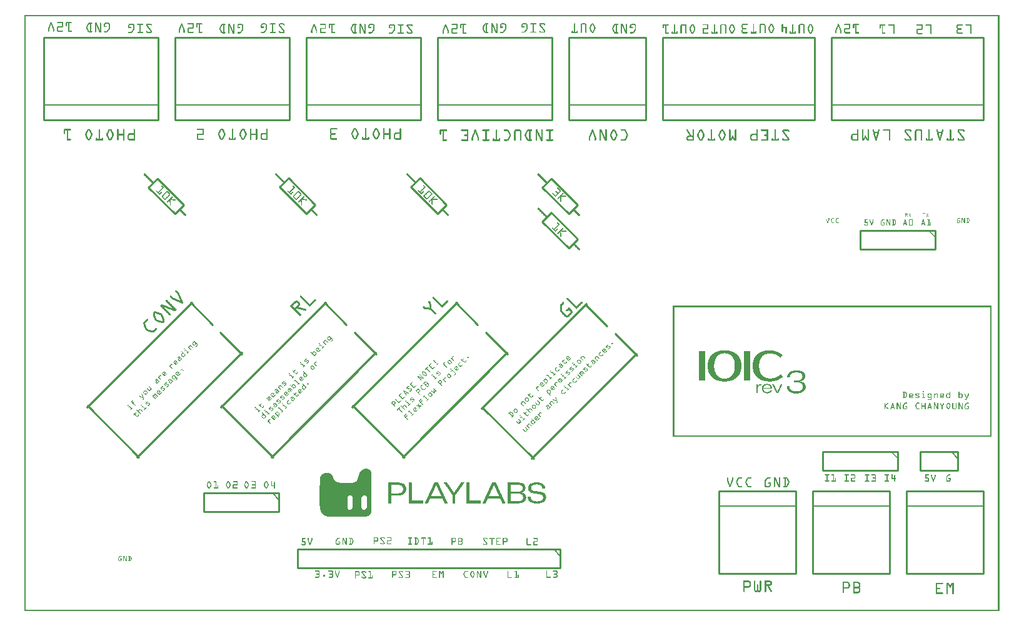
<source format=gto>
G04 MADE WITH FRITZING*
G04 WWW.FRITZING.ORG*
G04 DOUBLE SIDED*
G04 HOLES PLATED*
G04 CONTOUR ON CENTER OF CONTOUR VECTOR*
%ASAXBY*%
%FSLAX23Y23*%
%MOIN*%
%OFA0B0*%
%SFA1.0B1.0*%
%ADD10C,0.010000*%
%ADD11C,0.005000*%
%ADD12C,0.012431*%
%ADD13C,0.008790*%
%ADD14C,0.009371*%
%ADD15C,0.009374*%
%ADD16R,0.001000X0.001000*%
%LNSILK1*%
G90*
G70*
G54D10*
X4858Y2030D02*
X4458Y2030D01*
D02*
X4458Y2030D02*
X4458Y1930D01*
D02*
X4458Y1930D02*
X4858Y1930D01*
D02*
X4858Y1930D02*
X4858Y2030D01*
D02*
X1358Y630D02*
X958Y630D01*
D02*
X958Y630D02*
X958Y530D01*
D02*
X958Y530D02*
X1358Y530D01*
D02*
X1358Y530D02*
X1358Y630D01*
G54D11*
D02*
X1323Y630D02*
X1358Y595D01*
G54D10*
D02*
X4658Y850D02*
X4258Y850D01*
D02*
X4258Y850D02*
X4258Y750D01*
D02*
X4258Y750D02*
X4658Y750D01*
D02*
X4658Y750D02*
X4658Y850D01*
D02*
X4978Y850D02*
X4778Y850D01*
D02*
X4778Y850D02*
X4778Y750D01*
D02*
X4778Y750D02*
X4978Y750D01*
D02*
X4978Y750D02*
X4978Y850D01*
G54D11*
D02*
X4943Y850D02*
X4978Y815D01*
G54D10*
D02*
X3313Y3060D02*
X2903Y3060D01*
D02*
X2903Y3060D02*
X2903Y2620D01*
D02*
X2903Y2620D02*
X3313Y2620D01*
D02*
X3313Y2620D02*
X3313Y3060D01*
G54D11*
D02*
X2903Y2700D02*
X3313Y2700D01*
G54D10*
D02*
X4213Y3060D02*
X3403Y3060D01*
D02*
X3403Y3060D02*
X3403Y2620D01*
D02*
X3403Y2620D02*
X4213Y2620D01*
D02*
X4213Y2620D02*
X4213Y3060D01*
G54D11*
D02*
X3403Y2700D02*
X4213Y2700D01*
G54D10*
D02*
X5113Y3060D02*
X4303Y3060D01*
D02*
X4303Y3060D02*
X4303Y2620D01*
D02*
X4303Y2620D02*
X5113Y2620D01*
D02*
X5113Y2620D02*
X5113Y3060D01*
G54D11*
D02*
X4303Y2700D02*
X5113Y2700D01*
G54D10*
D02*
X2813Y3060D02*
X2203Y3060D01*
D02*
X2203Y3060D02*
X2203Y2620D01*
D02*
X2203Y2620D02*
X2813Y2620D01*
D02*
X2813Y2620D02*
X2813Y3060D01*
G54D11*
D02*
X2203Y2700D02*
X2813Y2700D01*
G54D10*
D02*
X2113Y3060D02*
X1503Y3060D01*
D02*
X1503Y3060D02*
X1503Y2620D01*
D02*
X1503Y2620D02*
X2113Y2620D01*
D02*
X2113Y2620D02*
X2113Y3060D01*
G54D11*
D02*
X1503Y2700D02*
X2113Y2700D01*
G54D10*
D02*
X1413Y3060D02*
X803Y3060D01*
D02*
X803Y3060D02*
X803Y2620D01*
D02*
X803Y2620D02*
X1413Y2620D01*
D02*
X1413Y2620D02*
X1413Y3060D01*
G54D11*
D02*
X803Y2700D02*
X1413Y2700D01*
G54D10*
D02*
X713Y3060D02*
X103Y3060D01*
D02*
X103Y3060D02*
X103Y2620D01*
D02*
X103Y2620D02*
X713Y2620D01*
D02*
X713Y2620D02*
X713Y3060D01*
G54D11*
D02*
X103Y2700D02*
X713Y2700D01*
G54D10*
D02*
X4203Y200D02*
X4613Y200D01*
D02*
X4613Y200D02*
X4613Y640D01*
D02*
X4613Y640D02*
X4203Y640D01*
D02*
X4203Y640D02*
X4203Y200D01*
G54D11*
D02*
X4613Y560D02*
X4203Y560D01*
G54D10*
D02*
X4703Y200D02*
X5113Y200D01*
D02*
X5113Y200D02*
X5113Y640D01*
D02*
X5113Y640D02*
X4703Y640D01*
D02*
X4703Y640D02*
X4703Y200D01*
G54D11*
D02*
X5113Y560D02*
X4703Y560D01*
G54D10*
D02*
X3703Y200D02*
X4113Y200D01*
D02*
X4113Y200D02*
X4113Y640D01*
D02*
X4113Y640D02*
X3703Y640D01*
D02*
X3703Y640D02*
X3703Y200D01*
G54D11*
D02*
X4113Y560D02*
X3703Y560D01*
G54D12*
D02*
X2998Y1637D02*
X2441Y1081D01*
G54D13*
D02*
X2440Y1089D02*
X2716Y813D01*
G54D12*
D02*
X2708Y814D02*
X3264Y1371D01*
G54D14*
D02*
X2990Y1638D02*
X3107Y1521D01*
G54D15*
D02*
X3149Y1481D02*
X3266Y1363D01*
G54D12*
D02*
X2308Y1644D02*
X1752Y1088D01*
G54D13*
D02*
X1751Y1096D02*
X2026Y820D01*
G54D12*
D02*
X2019Y822D02*
X2575Y1378D01*
G54D14*
D02*
X2300Y1646D02*
X2418Y1528D01*
G54D15*
D02*
X2459Y1488D02*
X2576Y1371D01*
G54D12*
D02*
X894Y1644D02*
X338Y1088D01*
G54D13*
D02*
X337Y1096D02*
X612Y820D01*
G54D12*
D02*
X605Y822D02*
X1161Y1378D01*
G54D14*
D02*
X886Y1646D02*
X1004Y1528D01*
G54D15*
D02*
X1045Y1488D02*
X1162Y1371D01*
G54D12*
D02*
X1608Y1644D02*
X1052Y1088D01*
G54D13*
D02*
X1051Y1096D02*
X1326Y820D01*
G54D12*
D02*
X1319Y822D02*
X1875Y1378D01*
G54D14*
D02*
X1600Y1646D02*
X1718Y1528D01*
G54D15*
D02*
X1759Y1488D02*
X1876Y1371D01*
G54D10*
D02*
X2809Y2308D02*
X2950Y2167D01*
D02*
X2950Y2167D02*
X2904Y2120D01*
D02*
X2904Y2120D02*
X2762Y2262D01*
D02*
X2762Y2262D02*
X2809Y2308D01*
D02*
X2109Y2310D02*
X2250Y2168D01*
D02*
X2250Y2168D02*
X2204Y2122D01*
D02*
X2204Y2122D02*
X2062Y2263D01*
D02*
X2062Y2263D02*
X2109Y2310D01*
D02*
X1409Y2310D02*
X1550Y2168D01*
D02*
X1550Y2168D02*
X1504Y2122D01*
D02*
X1504Y2122D02*
X1362Y2263D01*
D02*
X1362Y2263D02*
X1409Y2310D01*
D02*
X709Y2309D02*
X850Y2168D01*
D02*
X850Y2168D02*
X804Y2121D01*
D02*
X804Y2121D02*
X662Y2262D01*
D02*
X662Y2262D02*
X709Y2309D01*
D02*
X2950Y1984D02*
X2904Y1938D01*
D02*
X2904Y1938D02*
X2762Y2079D01*
D02*
X2762Y2079D02*
X2809Y2126D01*
D02*
X2858Y330D02*
X1458Y330D01*
D02*
X1458Y330D02*
X1458Y230D01*
D02*
X1458Y230D02*
X2858Y230D01*
D02*
X2858Y230D02*
X2858Y330D01*
G54D11*
D02*
X2823Y330D02*
X2858Y295D01*
G54D16*
X1Y3182D02*
X5199Y3182D01*
X1Y3181D02*
X5199Y3181D01*
X1Y3180D02*
X5199Y3180D01*
X1Y3179D02*
X5199Y3179D01*
X1Y3178D02*
X5199Y3178D01*
X1Y3177D02*
X5199Y3177D01*
X1Y3176D02*
X5199Y3176D01*
X1Y3175D02*
X5199Y3175D01*
X1Y3174D02*
X8Y3174D01*
X5192Y3174D02*
X5199Y3174D01*
X1Y3173D02*
X8Y3173D01*
X5192Y3173D02*
X5199Y3173D01*
X1Y3172D02*
X8Y3172D01*
X5192Y3172D02*
X5199Y3172D01*
X1Y3171D02*
X8Y3171D01*
X5192Y3171D02*
X5199Y3171D01*
X1Y3170D02*
X8Y3170D01*
X5192Y3170D02*
X5199Y3170D01*
X1Y3169D02*
X8Y3169D01*
X5192Y3169D02*
X5199Y3169D01*
X1Y3168D02*
X8Y3168D01*
X5192Y3168D02*
X5199Y3168D01*
X1Y3167D02*
X8Y3167D01*
X5192Y3167D02*
X5199Y3167D01*
X1Y3166D02*
X8Y3166D01*
X5192Y3166D02*
X5199Y3166D01*
X1Y3165D02*
X8Y3165D01*
X5192Y3165D02*
X5199Y3165D01*
X1Y3164D02*
X8Y3164D01*
X5192Y3164D02*
X5199Y3164D01*
X1Y3163D02*
X8Y3163D01*
X5192Y3163D02*
X5199Y3163D01*
X1Y3162D02*
X8Y3162D01*
X5192Y3162D02*
X5199Y3162D01*
X1Y3161D02*
X8Y3161D01*
X5192Y3161D02*
X5199Y3161D01*
X1Y3160D02*
X8Y3160D01*
X5192Y3160D02*
X5199Y3160D01*
X1Y3159D02*
X8Y3159D01*
X5192Y3159D02*
X5199Y3159D01*
X1Y3158D02*
X8Y3158D01*
X5192Y3158D02*
X5199Y3158D01*
X1Y3157D02*
X8Y3157D01*
X5192Y3157D02*
X5199Y3157D01*
X1Y3156D02*
X8Y3156D01*
X5192Y3156D02*
X5199Y3156D01*
X1Y3155D02*
X8Y3155D01*
X5192Y3155D02*
X5199Y3155D01*
X1Y3154D02*
X8Y3154D01*
X5192Y3154D02*
X5199Y3154D01*
X1Y3153D02*
X8Y3153D01*
X5192Y3153D02*
X5199Y3153D01*
X1Y3152D02*
X8Y3152D01*
X5192Y3152D02*
X5199Y3152D01*
X1Y3151D02*
X8Y3151D01*
X5192Y3151D02*
X5199Y3151D01*
X1Y3150D02*
X8Y3150D01*
X5192Y3150D02*
X5199Y3150D01*
X1Y3149D02*
X8Y3149D01*
X5192Y3149D02*
X5199Y3149D01*
X1Y3148D02*
X8Y3148D01*
X5192Y3148D02*
X5199Y3148D01*
X1Y3147D02*
X8Y3147D01*
X5192Y3147D02*
X5199Y3147D01*
X1Y3146D02*
X8Y3146D01*
X5192Y3146D02*
X5199Y3146D01*
X1Y3145D02*
X8Y3145D01*
X5192Y3145D02*
X5199Y3145D01*
X1Y3144D02*
X8Y3144D01*
X5192Y3144D02*
X5199Y3144D01*
X1Y3143D02*
X8Y3143D01*
X141Y3143D02*
X144Y3143D01*
X176Y3143D02*
X206Y3143D01*
X223Y3143D02*
X251Y3143D01*
X5192Y3143D02*
X5199Y3143D01*
X1Y3142D02*
X8Y3142D01*
X140Y3142D02*
X145Y3142D01*
X175Y3142D02*
X206Y3142D01*
X222Y3142D02*
X252Y3142D01*
X5192Y3142D02*
X5199Y3142D01*
X1Y3141D02*
X8Y3141D01*
X140Y3141D02*
X146Y3141D01*
X174Y3141D02*
X206Y3141D01*
X222Y3141D02*
X253Y3141D01*
X5192Y3141D02*
X5199Y3141D01*
X1Y3140D02*
X8Y3140D01*
X140Y3140D02*
X146Y3140D01*
X174Y3140D02*
X206Y3140D01*
X221Y3140D02*
X253Y3140D01*
X5192Y3140D02*
X5199Y3140D01*
X1Y3139D02*
X8Y3139D01*
X139Y3139D02*
X146Y3139D01*
X174Y3139D02*
X206Y3139D01*
X221Y3139D02*
X253Y3139D01*
X344Y3139D02*
X360Y3139D01*
X377Y3139D02*
X385Y3139D01*
X405Y3139D02*
X408Y3139D01*
X431Y3139D02*
X450Y3139D01*
X5192Y3139D02*
X5199Y3139D01*
X1Y3138D02*
X8Y3138D01*
X139Y3138D02*
X147Y3138D01*
X175Y3138D02*
X206Y3138D01*
X221Y3138D02*
X252Y3138D01*
X342Y3138D02*
X361Y3138D01*
X377Y3138D02*
X386Y3138D01*
X404Y3138D02*
X409Y3138D01*
X429Y3138D02*
X452Y3138D01*
X5192Y3138D02*
X5199Y3138D01*
X1Y3137D02*
X8Y3137D01*
X138Y3137D02*
X147Y3137D01*
X177Y3137D02*
X206Y3137D01*
X221Y3137D02*
X250Y3137D01*
X341Y3137D02*
X362Y3137D01*
X377Y3137D02*
X386Y3137D01*
X404Y3137D02*
X409Y3137D01*
X428Y3137D02*
X453Y3137D01*
X2659Y3137D02*
X2676Y3137D01*
X2701Y3137D02*
X2728Y3137D01*
X2752Y3137D02*
X2771Y3137D01*
X5192Y3137D02*
X5199Y3137D01*
X1Y3136D02*
X8Y3136D01*
X138Y3136D02*
X147Y3136D01*
X200Y3136D02*
X206Y3136D01*
X221Y3136D02*
X227Y3136D01*
X234Y3136D02*
X240Y3136D01*
X340Y3136D02*
X362Y3136D01*
X377Y3136D02*
X387Y3136D01*
X403Y3136D02*
X409Y3136D01*
X427Y3136D02*
X454Y3136D01*
X838Y3136D02*
X841Y3136D01*
X872Y3136D02*
X902Y3136D01*
X919Y3136D02*
X948Y3136D01*
X1272Y3136D02*
X1284Y3136D01*
X1313Y3136D02*
X1338Y3136D01*
X1364Y3136D02*
X1380Y3136D01*
X2458Y3136D02*
X2472Y3136D01*
X2490Y3136D02*
X2498Y3136D01*
X2518Y3136D02*
X2519Y3136D01*
X2545Y3136D02*
X2561Y3136D01*
X2657Y3136D02*
X2678Y3136D01*
X2700Y3136D02*
X2730Y3136D01*
X2749Y3136D02*
X2773Y3136D01*
X2934Y3136D02*
X2936Y3136D01*
X2973Y3136D02*
X2991Y3136D01*
X3027Y3136D02*
X3031Y3136D01*
X5192Y3136D02*
X5199Y3136D01*
X1Y3135D02*
X8Y3135D01*
X138Y3135D02*
X148Y3135D01*
X200Y3135D02*
X206Y3135D01*
X221Y3135D02*
X227Y3135D01*
X234Y3135D02*
X240Y3135D01*
X339Y3135D02*
X362Y3135D01*
X377Y3135D02*
X387Y3135D01*
X403Y3135D02*
X409Y3135D01*
X426Y3135D02*
X455Y3135D01*
X562Y3135D02*
X580Y3135D01*
X604Y3135D02*
X632Y3135D01*
X655Y3135D02*
X675Y3135D01*
X837Y3135D02*
X842Y3135D01*
X871Y3135D02*
X902Y3135D01*
X918Y3135D02*
X949Y3135D01*
X1268Y3135D02*
X1288Y3135D01*
X1310Y3135D02*
X1340Y3135D01*
X1360Y3135D02*
X1384Y3135D01*
X2455Y3135D02*
X2474Y3135D01*
X2490Y3135D02*
X2498Y3135D01*
X2517Y3135D02*
X2521Y3135D01*
X2543Y3135D02*
X2564Y3135D01*
X2655Y3135D02*
X2680Y3135D01*
X2699Y3135D02*
X2730Y3135D01*
X2748Y3135D02*
X2775Y3135D01*
X2933Y3135D02*
X2937Y3135D01*
X2971Y3135D02*
X2993Y3135D01*
X3025Y3135D02*
X3034Y3135D01*
X5192Y3135D02*
X5199Y3135D01*
X1Y3134D02*
X8Y3134D01*
X137Y3134D02*
X148Y3134D01*
X200Y3134D02*
X206Y3134D01*
X221Y3134D02*
X227Y3134D01*
X234Y3134D02*
X240Y3134D01*
X338Y3134D02*
X361Y3134D01*
X377Y3134D02*
X388Y3134D01*
X403Y3134D02*
X409Y3134D01*
X426Y3134D02*
X455Y3134D01*
X560Y3134D02*
X582Y3134D01*
X603Y3134D02*
X633Y3134D01*
X653Y3134D02*
X677Y3134D01*
X836Y3134D02*
X842Y3134D01*
X871Y3134D02*
X902Y3134D01*
X918Y3134D02*
X949Y3134D01*
X1266Y3134D02*
X1290Y3134D01*
X1310Y3134D02*
X1341Y3134D01*
X1359Y3134D02*
X1385Y3134D01*
X1544Y3134D02*
X1547Y3134D01*
X1578Y3134D02*
X1608Y3134D01*
X1625Y3134D02*
X1655Y3134D01*
X2454Y3134D02*
X2474Y3134D01*
X2490Y3134D02*
X2499Y3134D01*
X2516Y3134D02*
X2521Y3134D01*
X2541Y3134D02*
X2565Y3134D01*
X2654Y3134D02*
X2681Y3134D01*
X2699Y3134D02*
X2730Y3134D01*
X2747Y3134D02*
X2776Y3134D01*
X2932Y3134D02*
X2937Y3134D01*
X2970Y3134D02*
X2994Y3134D01*
X3024Y3134D02*
X3035Y3134D01*
X3831Y3134D02*
X3854Y3134D01*
X3888Y3134D02*
X3889Y3134D01*
X3929Y3134D02*
X3943Y3134D01*
X3983Y3134D02*
X3983Y3134D01*
X5192Y3134D02*
X5199Y3134D01*
X1Y3133D02*
X8Y3133D01*
X137Y3133D02*
X149Y3133D01*
X200Y3133D02*
X206Y3133D01*
X221Y3133D02*
X227Y3133D01*
X234Y3133D02*
X240Y3133D01*
X338Y3133D02*
X346Y3133D01*
X349Y3133D02*
X356Y3133D01*
X377Y3133D02*
X388Y3133D01*
X403Y3133D02*
X409Y3133D01*
X425Y3133D02*
X434Y3133D01*
X447Y3133D02*
X456Y3133D01*
X559Y3133D02*
X583Y3133D01*
X602Y3133D02*
X634Y3133D01*
X652Y3133D02*
X678Y3133D01*
X836Y3133D02*
X842Y3133D01*
X871Y3133D02*
X902Y3133D01*
X918Y3133D02*
X949Y3133D01*
X1055Y3133D02*
X1071Y3133D01*
X1088Y3133D02*
X1096Y3133D01*
X1116Y3133D02*
X1119Y3133D01*
X1142Y3133D02*
X1161Y3133D01*
X1265Y3133D02*
X1291Y3133D01*
X1309Y3133D02*
X1341Y3133D01*
X1358Y3133D02*
X1386Y3133D01*
X1543Y3133D02*
X1548Y3133D01*
X1577Y3133D02*
X1608Y3133D01*
X1624Y3133D02*
X1655Y3133D01*
X1754Y3133D02*
X1771Y3133D01*
X1788Y3133D02*
X1796Y3133D01*
X1815Y3133D02*
X1818Y3133D01*
X1841Y3133D02*
X1861Y3133D01*
X2246Y3133D02*
X2247Y3133D01*
X2280Y3133D02*
X2309Y3133D01*
X2327Y3133D02*
X2354Y3133D01*
X2453Y3133D02*
X2474Y3133D01*
X2490Y3133D02*
X2499Y3133D01*
X2516Y3133D02*
X2522Y3133D01*
X2540Y3133D02*
X2566Y3133D01*
X2653Y3133D02*
X2681Y3133D01*
X2699Y3133D02*
X2730Y3133D01*
X2747Y3133D02*
X2776Y3133D01*
X2932Y3133D02*
X2938Y3133D01*
X2969Y3133D02*
X2995Y3133D01*
X3023Y3133D02*
X3036Y3133D01*
X3149Y3133D02*
X3165Y3133D01*
X3182Y3133D02*
X3190Y3133D01*
X3210Y3133D02*
X3213Y3133D01*
X3236Y3133D02*
X3255Y3133D01*
X3829Y3133D02*
X3856Y3133D01*
X3887Y3133D02*
X3890Y3133D01*
X3925Y3133D02*
X3946Y3133D01*
X3979Y3133D02*
X3987Y3133D01*
X4042Y3133D02*
X4043Y3133D01*
X4097Y3133D02*
X4098Y3133D01*
X4137Y3133D02*
X4153Y3133D01*
X4191Y3133D02*
X4194Y3133D01*
X4339Y3133D02*
X4342Y3133D01*
X4373Y3133D02*
X4404Y3133D01*
X4421Y3133D02*
X4450Y3133D01*
X5192Y3133D02*
X5199Y3133D01*
X1Y3132D02*
X8Y3132D01*
X136Y3132D02*
X149Y3132D01*
X200Y3132D02*
X206Y3132D01*
X221Y3132D02*
X227Y3132D01*
X234Y3132D02*
X240Y3132D01*
X337Y3132D02*
X344Y3132D01*
X350Y3132D02*
X355Y3132D01*
X377Y3132D02*
X389Y3132D01*
X403Y3132D02*
X409Y3132D01*
X425Y3132D02*
X431Y3132D01*
X450Y3132D02*
X456Y3132D01*
X558Y3132D02*
X584Y3132D01*
X602Y3132D02*
X634Y3132D01*
X651Y3132D02*
X679Y3132D01*
X836Y3132D02*
X843Y3132D01*
X871Y3132D02*
X902Y3132D01*
X918Y3132D02*
X949Y3132D01*
X1053Y3132D02*
X1072Y3132D01*
X1088Y3132D02*
X1097Y3132D01*
X1115Y3132D02*
X1120Y3132D01*
X1140Y3132D02*
X1163Y3132D01*
X1264Y3132D02*
X1292Y3132D01*
X1310Y3132D02*
X1341Y3132D01*
X1358Y3132D02*
X1387Y3132D01*
X1542Y3132D02*
X1548Y3132D01*
X1577Y3132D02*
X1608Y3132D01*
X1624Y3132D02*
X1656Y3132D01*
X1752Y3132D02*
X1772Y3132D01*
X1788Y3132D02*
X1796Y3132D01*
X1814Y3132D02*
X1819Y3132D01*
X1840Y3132D02*
X1863Y3132D01*
X1951Y3132D02*
X1969Y3132D01*
X1993Y3132D02*
X2022Y3132D01*
X2044Y3132D02*
X2065Y3132D01*
X2244Y3132D02*
X2248Y3132D01*
X2279Y3132D02*
X2309Y3132D01*
X2326Y3132D02*
X2356Y3132D01*
X2452Y3132D02*
X2474Y3132D01*
X2490Y3132D02*
X2500Y3132D01*
X2516Y3132D02*
X2522Y3132D01*
X2539Y3132D02*
X2567Y3132D01*
X2653Y3132D02*
X2682Y3132D01*
X2699Y3132D02*
X2730Y3132D01*
X2746Y3132D02*
X2777Y3132D01*
X2932Y3132D02*
X2938Y3132D01*
X2968Y3132D02*
X2996Y3132D01*
X3022Y3132D02*
X3036Y3132D01*
X3147Y3132D02*
X3166Y3132D01*
X3182Y3132D02*
X3191Y3132D01*
X3209Y3132D02*
X3213Y3132D01*
X3234Y3132D02*
X3257Y3132D01*
X3406Y3132D02*
X3435Y3132D01*
X3467Y3132D02*
X3469Y3132D01*
X3506Y3132D02*
X3524Y3132D01*
X3560Y3132D02*
X3565Y3132D01*
X3617Y3132D02*
X3648Y3132D01*
X3677Y3132D02*
X3681Y3132D01*
X3716Y3132D02*
X3736Y3132D01*
X3770Y3132D02*
X3777Y3132D01*
X3827Y3132D02*
X3857Y3132D01*
X3886Y3132D02*
X3891Y3132D01*
X3924Y3132D02*
X3948Y3132D01*
X3978Y3132D02*
X3988Y3132D01*
X4040Y3132D02*
X4044Y3132D01*
X4096Y3132D02*
X4100Y3132D01*
X4134Y3132D02*
X4156Y3132D01*
X4188Y3132D02*
X4196Y3132D01*
X4338Y3132D02*
X4343Y3132D01*
X4372Y3132D02*
X4404Y3132D01*
X4420Y3132D02*
X4451Y3132D01*
X5192Y3132D02*
X5199Y3132D01*
X1Y3131D02*
X8Y3131D01*
X136Y3131D02*
X149Y3131D01*
X200Y3131D02*
X206Y3131D01*
X221Y3131D02*
X227Y3131D01*
X234Y3131D02*
X240Y3131D01*
X337Y3131D02*
X343Y3131D01*
X350Y3131D02*
X355Y3131D01*
X377Y3131D02*
X389Y3131D01*
X403Y3131D02*
X409Y3131D01*
X425Y3131D02*
X431Y3131D01*
X450Y3131D02*
X456Y3131D01*
X557Y3131D02*
X585Y3131D01*
X602Y3131D02*
X634Y3131D01*
X650Y3131D02*
X680Y3131D01*
X835Y3131D02*
X843Y3131D01*
X872Y3131D02*
X902Y3131D01*
X918Y3131D02*
X948Y3131D01*
X1051Y3131D02*
X1073Y3131D01*
X1088Y3131D02*
X1097Y3131D01*
X1114Y3131D02*
X1120Y3131D01*
X1139Y3131D02*
X1164Y3131D01*
X1264Y3131D02*
X1293Y3131D01*
X1310Y3131D02*
X1341Y3131D01*
X1357Y3131D02*
X1387Y3131D01*
X1542Y3131D02*
X1549Y3131D01*
X1577Y3131D02*
X1608Y3131D01*
X1624Y3131D02*
X1656Y3131D01*
X1751Y3131D02*
X1772Y3131D01*
X1788Y3131D02*
X1797Y3131D01*
X1814Y3131D02*
X1820Y3131D01*
X1838Y3131D02*
X1864Y3131D01*
X1949Y3131D02*
X1971Y3131D01*
X1992Y3131D02*
X2023Y3131D01*
X2042Y3131D02*
X2067Y3131D01*
X2244Y3131D02*
X2249Y3131D01*
X2278Y3131D02*
X2309Y3131D01*
X2325Y3131D02*
X2356Y3131D01*
X2451Y3131D02*
X2474Y3131D01*
X2490Y3131D02*
X2500Y3131D01*
X2516Y3131D02*
X2522Y3131D01*
X2539Y3131D02*
X2568Y3131D01*
X2652Y3131D02*
X2682Y3131D01*
X2701Y3131D02*
X2729Y3131D01*
X2746Y3131D02*
X2777Y3131D01*
X2932Y3131D02*
X2938Y3131D01*
X2967Y3131D02*
X2997Y3131D01*
X3022Y3131D02*
X3037Y3131D01*
X3145Y3131D02*
X3167Y3131D01*
X3182Y3131D02*
X3191Y3131D01*
X3208Y3131D02*
X3214Y3131D01*
X3233Y3131D02*
X3258Y3131D01*
X3405Y3131D02*
X3436Y3131D01*
X3466Y3131D02*
X3470Y3131D01*
X3504Y3131D02*
X3526Y3131D01*
X3558Y3131D02*
X3567Y3131D01*
X3616Y3131D02*
X3648Y3131D01*
X3677Y3131D02*
X3681Y3131D01*
X3715Y3131D02*
X3738Y3131D01*
X3769Y3131D02*
X3778Y3131D01*
X3827Y3131D02*
X3857Y3131D01*
X3886Y3131D02*
X3891Y3131D01*
X3923Y3131D02*
X3949Y3131D01*
X3977Y3131D02*
X3989Y3131D01*
X4040Y3131D02*
X4045Y3131D01*
X4095Y3131D02*
X4100Y3131D01*
X4133Y3131D02*
X4157Y3131D01*
X4187Y3131D02*
X4197Y3131D01*
X4338Y3131D02*
X4344Y3131D01*
X4372Y3131D02*
X4404Y3131D01*
X4419Y3131D02*
X4451Y3131D01*
X4562Y3131D02*
X4589Y3131D01*
X4609Y3131D02*
X4638Y3131D01*
X4976Y3131D02*
X5002Y3131D01*
X5021Y3131D02*
X5051Y3131D01*
X5192Y3131D02*
X5199Y3131D01*
X1Y3130D02*
X8Y3130D01*
X136Y3130D02*
X142Y3130D01*
X144Y3130D02*
X150Y3130D01*
X200Y3130D02*
X206Y3130D01*
X221Y3130D02*
X227Y3130D01*
X234Y3130D02*
X240Y3130D01*
X336Y3130D02*
X343Y3130D01*
X350Y3130D02*
X355Y3130D01*
X377Y3130D02*
X389Y3130D01*
X403Y3130D02*
X409Y3130D01*
X425Y3130D02*
X430Y3130D01*
X451Y3130D02*
X456Y3130D01*
X556Y3130D02*
X586Y3130D01*
X603Y3130D02*
X633Y3130D01*
X650Y3130D02*
X680Y3130D01*
X835Y3130D02*
X844Y3130D01*
X896Y3130D02*
X902Y3130D01*
X918Y3130D02*
X924Y3130D01*
X931Y3130D02*
X937Y3130D01*
X1050Y3130D02*
X1073Y3130D01*
X1088Y3130D02*
X1098Y3130D01*
X1114Y3130D02*
X1120Y3130D01*
X1138Y3130D02*
X1165Y3130D01*
X1263Y3130D02*
X1293Y3130D01*
X1311Y3130D02*
X1340Y3130D01*
X1357Y3130D02*
X1388Y3130D01*
X1542Y3130D02*
X1549Y3130D01*
X1577Y3130D02*
X1608Y3130D01*
X1624Y3130D02*
X1655Y3130D01*
X1750Y3130D02*
X1772Y3130D01*
X1788Y3130D02*
X1797Y3130D01*
X1814Y3130D02*
X1820Y3130D01*
X1837Y3130D02*
X1865Y3130D01*
X1948Y3130D02*
X1973Y3130D01*
X1992Y3130D02*
X2023Y3130D01*
X2041Y3130D02*
X2068Y3130D01*
X2243Y3130D02*
X2249Y3130D01*
X2278Y3130D02*
X2309Y3130D01*
X2325Y3130D02*
X2357Y3130D01*
X2451Y3130D02*
X2473Y3130D01*
X2490Y3130D02*
X2501Y3130D01*
X2516Y3130D02*
X2522Y3130D01*
X2538Y3130D02*
X2568Y3130D01*
X2652Y3130D02*
X2659Y3130D01*
X2676Y3130D02*
X2683Y3130D01*
X2712Y3130D02*
X2717Y3130D01*
X2746Y3130D02*
X2752Y3130D01*
X2771Y3130D02*
X2777Y3130D01*
X2932Y3130D02*
X2938Y3130D01*
X2967Y3130D02*
X2997Y3130D01*
X3021Y3130D02*
X3037Y3130D01*
X3144Y3130D02*
X3167Y3130D01*
X3182Y3130D02*
X3192Y3130D01*
X3208Y3130D02*
X3214Y3130D01*
X3232Y3130D02*
X3259Y3130D01*
X3405Y3130D02*
X3436Y3130D01*
X3465Y3130D02*
X3471Y3130D01*
X3503Y3130D02*
X3528Y3130D01*
X3557Y3130D02*
X3568Y3130D01*
X3616Y3130D02*
X3648Y3130D01*
X3676Y3130D02*
X3682Y3130D01*
X3713Y3130D02*
X3739Y3130D01*
X3768Y3130D02*
X3779Y3130D01*
X3826Y3130D02*
X3857Y3130D01*
X3886Y3130D02*
X3891Y3130D01*
X3922Y3130D02*
X3950Y3130D01*
X3976Y3130D02*
X3990Y3130D01*
X4039Y3130D02*
X4045Y3130D01*
X4095Y3130D02*
X4100Y3130D01*
X4132Y3130D02*
X4158Y3130D01*
X4186Y3130D02*
X4198Y3130D01*
X4337Y3130D02*
X4344Y3130D01*
X4372Y3130D02*
X4404Y3130D01*
X4419Y3130D02*
X4451Y3130D01*
X4561Y3130D02*
X4590Y3130D01*
X4608Y3130D02*
X4639Y3130D01*
X4975Y3130D02*
X5003Y3130D01*
X5020Y3130D02*
X5051Y3130D01*
X5192Y3130D02*
X5199Y3130D01*
X1Y3129D02*
X8Y3129D01*
X135Y3129D02*
X141Y3129D01*
X144Y3129D02*
X150Y3129D01*
X200Y3129D02*
X206Y3129D01*
X221Y3129D02*
X227Y3129D01*
X234Y3129D02*
X240Y3129D01*
X336Y3129D02*
X342Y3129D01*
X350Y3129D02*
X355Y3129D01*
X377Y3129D02*
X390Y3129D01*
X403Y3129D02*
X409Y3129D01*
X425Y3129D02*
X430Y3129D01*
X451Y3129D02*
X456Y3129D01*
X556Y3129D02*
X586Y3129D01*
X605Y3129D02*
X632Y3129D01*
X650Y3129D02*
X681Y3129D01*
X834Y3129D02*
X844Y3129D01*
X897Y3129D02*
X902Y3129D01*
X918Y3129D02*
X923Y3129D01*
X931Y3129D02*
X937Y3129D01*
X1050Y3129D02*
X1072Y3129D01*
X1088Y3129D02*
X1098Y3129D01*
X1114Y3129D02*
X1120Y3129D01*
X1137Y3129D02*
X1166Y3129D01*
X1263Y3129D02*
X1270Y3129D01*
X1286Y3129D02*
X1293Y3129D01*
X1322Y3129D02*
X1328Y3129D01*
X1357Y3129D02*
X1363Y3129D01*
X1382Y3129D02*
X1388Y3129D01*
X1541Y3129D02*
X1549Y3129D01*
X1578Y3129D02*
X1608Y3129D01*
X1624Y3129D02*
X1654Y3129D01*
X1749Y3129D02*
X1772Y3129D01*
X1788Y3129D02*
X1798Y3129D01*
X1814Y3129D02*
X1820Y3129D01*
X1837Y3129D02*
X1865Y3129D01*
X1947Y3129D02*
X1974Y3129D01*
X1992Y3129D02*
X2023Y3129D01*
X2040Y3129D02*
X2069Y3129D01*
X2243Y3129D02*
X2250Y3129D01*
X2278Y3129D02*
X2309Y3129D01*
X2325Y3129D02*
X2357Y3129D01*
X2450Y3129D02*
X2457Y3129D01*
X2462Y3129D02*
X2468Y3129D01*
X2490Y3129D02*
X2501Y3129D01*
X2516Y3129D02*
X2522Y3129D01*
X2538Y3129D02*
X2544Y3129D01*
X2562Y3129D02*
X2569Y3129D01*
X2652Y3129D02*
X2658Y3129D01*
X2677Y3129D02*
X2683Y3129D01*
X2712Y3129D02*
X2717Y3129D01*
X2746Y3129D02*
X2752Y3129D01*
X2772Y3129D02*
X2778Y3129D01*
X2932Y3129D02*
X2938Y3129D01*
X2967Y3129D02*
X2973Y3129D01*
X2991Y3129D02*
X2998Y3129D01*
X3021Y3129D02*
X3027Y3129D01*
X3031Y3129D02*
X3038Y3129D01*
X3144Y3129D02*
X3166Y3129D01*
X3182Y3129D02*
X3192Y3129D01*
X3208Y3129D02*
X3214Y3129D01*
X3231Y3129D02*
X3260Y3129D01*
X3405Y3129D02*
X3436Y3129D01*
X3465Y3129D02*
X3471Y3129D01*
X3502Y3129D02*
X3529Y3129D01*
X3556Y3129D02*
X3569Y3129D01*
X3616Y3129D02*
X3648Y3129D01*
X3676Y3129D02*
X3682Y3129D01*
X3713Y3129D02*
X3740Y3129D01*
X3767Y3129D02*
X3780Y3129D01*
X3826Y3129D02*
X3856Y3129D01*
X3886Y3129D02*
X3891Y3129D01*
X3921Y3129D02*
X3950Y3129D01*
X3976Y3129D02*
X3990Y3129D01*
X4039Y3129D02*
X4045Y3129D01*
X4095Y3129D02*
X4100Y3129D01*
X4131Y3129D02*
X4159Y3129D01*
X4185Y3129D02*
X4199Y3129D01*
X4337Y3129D02*
X4344Y3129D01*
X4372Y3129D02*
X4404Y3129D01*
X4419Y3129D02*
X4451Y3129D01*
X4560Y3129D02*
X4591Y3129D01*
X4607Y3129D02*
X4639Y3129D01*
X4759Y3129D02*
X4790Y3129D01*
X4806Y3129D02*
X4837Y3129D01*
X4974Y3129D02*
X5004Y3129D01*
X5019Y3129D02*
X5051Y3129D01*
X5192Y3129D02*
X5199Y3129D01*
X1Y3128D02*
X8Y3128D01*
X135Y3128D02*
X141Y3128D01*
X144Y3128D02*
X151Y3128D01*
X200Y3128D02*
X206Y3128D01*
X221Y3128D02*
X227Y3128D01*
X234Y3128D02*
X240Y3128D01*
X335Y3128D02*
X342Y3128D01*
X350Y3128D02*
X355Y3128D01*
X377Y3128D02*
X390Y3128D01*
X403Y3128D02*
X409Y3128D01*
X425Y3128D02*
X430Y3128D01*
X451Y3128D02*
X456Y3128D01*
X555Y3128D02*
X562Y3128D01*
X580Y3128D02*
X586Y3128D01*
X615Y3128D02*
X621Y3128D01*
X650Y3128D02*
X655Y3128D01*
X675Y3128D02*
X681Y3128D01*
X834Y3128D02*
X844Y3128D01*
X897Y3128D02*
X902Y3128D01*
X918Y3128D02*
X923Y3128D01*
X931Y3128D02*
X937Y3128D01*
X1049Y3128D02*
X1072Y3128D01*
X1088Y3128D02*
X1099Y3128D01*
X1114Y3128D02*
X1120Y3128D01*
X1137Y3128D02*
X1166Y3128D01*
X1262Y3128D02*
X1269Y3128D01*
X1288Y3128D02*
X1294Y3128D01*
X1322Y3128D02*
X1328Y3128D01*
X1357Y3128D02*
X1363Y3128D01*
X1382Y3128D02*
X1388Y3128D01*
X1541Y3128D02*
X1550Y3128D01*
X1603Y3128D02*
X1608Y3128D01*
X1624Y3128D02*
X1630Y3128D01*
X1637Y3128D02*
X1643Y3128D01*
X1749Y3128D02*
X1771Y3128D01*
X1788Y3128D02*
X1798Y3128D01*
X1814Y3128D02*
X1820Y3128D01*
X1836Y3128D02*
X1866Y3128D01*
X1946Y3128D02*
X1975Y3128D01*
X1992Y3128D02*
X2023Y3128D01*
X2040Y3128D02*
X2069Y3128D01*
X2243Y3128D02*
X2250Y3128D01*
X2278Y3128D02*
X2309Y3128D01*
X2325Y3128D02*
X2356Y3128D01*
X2450Y3128D02*
X2456Y3128D01*
X2462Y3128D02*
X2468Y3128D01*
X2490Y3128D02*
X2501Y3128D01*
X2516Y3128D02*
X2522Y3128D01*
X2537Y3128D02*
X2543Y3128D01*
X2563Y3128D02*
X2569Y3128D01*
X2652Y3128D02*
X2657Y3128D01*
X2677Y3128D02*
X2683Y3128D01*
X2712Y3128D02*
X2717Y3128D01*
X2746Y3128D02*
X2753Y3128D01*
X2772Y3128D02*
X2778Y3128D01*
X2932Y3128D02*
X2938Y3128D01*
X2966Y3128D02*
X2972Y3128D01*
X2992Y3128D02*
X2998Y3128D01*
X3020Y3128D02*
X3027Y3128D01*
X3032Y3128D02*
X3038Y3128D01*
X3143Y3128D02*
X3166Y3128D01*
X3182Y3128D02*
X3193Y3128D01*
X3208Y3128D02*
X3214Y3128D01*
X3230Y3128D02*
X3260Y3128D01*
X3405Y3128D02*
X3436Y3128D01*
X3465Y3128D02*
X3471Y3128D01*
X3501Y3128D02*
X3529Y3128D01*
X3555Y3128D02*
X3569Y3128D01*
X3616Y3128D02*
X3648Y3128D01*
X3676Y3128D02*
X3682Y3128D01*
X3712Y3128D02*
X3741Y3128D01*
X3766Y3128D02*
X3781Y3128D01*
X3825Y3128D02*
X3855Y3128D01*
X3886Y3128D02*
X3891Y3128D01*
X3921Y3128D02*
X3951Y3128D01*
X3975Y3128D02*
X3991Y3128D01*
X4039Y3128D02*
X4045Y3128D01*
X4095Y3128D02*
X4100Y3128D01*
X4130Y3128D02*
X4159Y3128D01*
X4185Y3128D02*
X4200Y3128D01*
X4337Y3128D02*
X4345Y3128D01*
X4373Y3128D02*
X4404Y3128D01*
X4419Y3128D02*
X4450Y3128D01*
X4560Y3128D02*
X4591Y3128D01*
X4607Y3128D02*
X4639Y3128D01*
X4758Y3128D02*
X4790Y3128D01*
X4806Y3128D02*
X4837Y3128D01*
X4973Y3128D02*
X5004Y3128D01*
X5019Y3128D02*
X5051Y3128D01*
X5192Y3128D02*
X5199Y3128D01*
X1Y3127D02*
X8Y3127D01*
X135Y3127D02*
X141Y3127D01*
X145Y3127D02*
X151Y3127D01*
X200Y3127D02*
X206Y3127D01*
X221Y3127D02*
X227Y3127D01*
X234Y3127D02*
X240Y3127D01*
X335Y3127D02*
X341Y3127D01*
X350Y3127D02*
X355Y3127D01*
X377Y3127D02*
X391Y3127D01*
X403Y3127D02*
X409Y3127D01*
X425Y3127D02*
X430Y3127D01*
X451Y3127D02*
X456Y3127D01*
X555Y3127D02*
X561Y3127D01*
X581Y3127D02*
X587Y3127D01*
X615Y3127D02*
X621Y3127D01*
X650Y3127D02*
X656Y3127D01*
X675Y3127D02*
X681Y3127D01*
X834Y3127D02*
X845Y3127D01*
X897Y3127D02*
X902Y3127D01*
X918Y3127D02*
X923Y3127D01*
X931Y3127D02*
X937Y3127D01*
X1049Y3127D02*
X1056Y3127D01*
X1060Y3127D02*
X1067Y3127D01*
X1088Y3127D02*
X1099Y3127D01*
X1114Y3127D02*
X1120Y3127D01*
X1136Y3127D02*
X1144Y3127D01*
X1159Y3127D02*
X1167Y3127D01*
X1262Y3127D02*
X1268Y3127D01*
X1288Y3127D02*
X1294Y3127D01*
X1322Y3127D02*
X1328Y3127D01*
X1357Y3127D02*
X1363Y3127D01*
X1383Y3127D02*
X1388Y3127D01*
X1540Y3127D02*
X1550Y3127D01*
X1603Y3127D02*
X1608Y3127D01*
X1624Y3127D02*
X1630Y3127D01*
X1637Y3127D02*
X1643Y3127D01*
X1748Y3127D02*
X1756Y3127D01*
X1760Y3127D02*
X1766Y3127D01*
X1788Y3127D02*
X1799Y3127D01*
X1814Y3127D02*
X1820Y3127D01*
X1836Y3127D02*
X1844Y3127D01*
X1859Y3127D02*
X1866Y3127D01*
X1946Y3127D02*
X1975Y3127D01*
X1993Y3127D02*
X2022Y3127D01*
X2039Y3127D02*
X2070Y3127D01*
X2242Y3127D02*
X2251Y3127D01*
X2280Y3127D02*
X2309Y3127D01*
X2325Y3127D02*
X2355Y3127D01*
X2449Y3127D02*
X2456Y3127D01*
X2462Y3127D02*
X2468Y3127D01*
X2490Y3127D02*
X2502Y3127D01*
X2516Y3127D02*
X2522Y3127D01*
X2537Y3127D02*
X2543Y3127D01*
X2563Y3127D02*
X2569Y3127D01*
X2651Y3127D02*
X2657Y3127D01*
X2678Y3127D02*
X2683Y3127D01*
X2712Y3127D02*
X2717Y3127D01*
X2747Y3127D02*
X2754Y3127D01*
X2772Y3127D02*
X2777Y3127D01*
X2932Y3127D02*
X2938Y3127D01*
X2966Y3127D02*
X2972Y3127D01*
X2992Y3127D02*
X2998Y3127D01*
X3020Y3127D02*
X3026Y3127D01*
X3032Y3127D02*
X3039Y3127D01*
X3143Y3127D02*
X3150Y3127D01*
X3154Y3127D02*
X3160Y3127D01*
X3182Y3127D02*
X3193Y3127D01*
X3208Y3127D02*
X3214Y3127D01*
X3230Y3127D02*
X3238Y3127D01*
X3253Y3127D02*
X3261Y3127D01*
X3405Y3127D02*
X3435Y3127D01*
X3465Y3127D02*
X3471Y3127D01*
X3500Y3127D02*
X3530Y3127D01*
X3555Y3127D02*
X3570Y3127D01*
X3617Y3127D02*
X3648Y3127D01*
X3676Y3127D02*
X3682Y3127D01*
X3711Y3127D02*
X3741Y3127D01*
X3766Y3127D02*
X3781Y3127D01*
X3825Y3127D02*
X3831Y3127D01*
X3886Y3127D02*
X3891Y3127D01*
X3920Y3127D02*
X3927Y3127D01*
X3944Y3127D02*
X3951Y3127D01*
X3975Y3127D02*
X3981Y3127D01*
X3985Y3127D02*
X3991Y3127D01*
X4039Y3127D02*
X4045Y3127D01*
X4095Y3127D02*
X4100Y3127D01*
X4130Y3127D02*
X4160Y3127D01*
X4184Y3127D02*
X4200Y3127D01*
X4336Y3127D02*
X4345Y3127D01*
X4398Y3127D02*
X4404Y3127D01*
X4419Y3127D02*
X4425Y3127D01*
X4432Y3127D02*
X4438Y3127D01*
X4560Y3127D02*
X4591Y3127D01*
X4607Y3127D02*
X4639Y3127D01*
X4758Y3127D02*
X4790Y3127D01*
X4805Y3127D02*
X4837Y3127D01*
X4972Y3127D02*
X5003Y3127D01*
X5020Y3127D02*
X5051Y3127D01*
X5192Y3127D02*
X5199Y3127D01*
X1Y3126D02*
X8Y3126D01*
X134Y3126D02*
X140Y3126D01*
X145Y3126D02*
X151Y3126D01*
X200Y3126D02*
X206Y3126D01*
X221Y3126D02*
X227Y3126D01*
X234Y3126D02*
X240Y3126D01*
X334Y3126D02*
X341Y3126D01*
X350Y3126D02*
X355Y3126D01*
X377Y3126D02*
X383Y3126D01*
X385Y3126D02*
X391Y3126D01*
X403Y3126D02*
X409Y3126D01*
X425Y3126D02*
X430Y3126D01*
X451Y3126D02*
X456Y3126D01*
X555Y3126D02*
X561Y3126D01*
X581Y3126D02*
X587Y3126D01*
X615Y3126D02*
X621Y3126D01*
X650Y3126D02*
X657Y3126D01*
X676Y3126D02*
X681Y3126D01*
X833Y3126D02*
X845Y3126D01*
X897Y3126D02*
X902Y3126D01*
X918Y3126D02*
X923Y3126D01*
X931Y3126D02*
X937Y3126D01*
X1048Y3126D02*
X1055Y3126D01*
X1061Y3126D02*
X1066Y3126D01*
X1088Y3126D02*
X1099Y3126D01*
X1114Y3126D02*
X1120Y3126D01*
X1136Y3126D02*
X1142Y3126D01*
X1161Y3126D02*
X1167Y3126D01*
X1262Y3126D02*
X1268Y3126D01*
X1288Y3126D02*
X1294Y3126D01*
X1322Y3126D02*
X1328Y3126D01*
X1357Y3126D02*
X1364Y3126D01*
X1383Y3126D02*
X1388Y3126D01*
X1540Y3126D02*
X1551Y3126D01*
X1603Y3126D02*
X1608Y3126D01*
X1624Y3126D02*
X1630Y3126D01*
X1637Y3126D02*
X1643Y3126D01*
X1748Y3126D02*
X1755Y3126D01*
X1760Y3126D02*
X1766Y3126D01*
X1788Y3126D02*
X1799Y3126D01*
X1814Y3126D02*
X1820Y3126D01*
X1835Y3126D02*
X1842Y3126D01*
X1860Y3126D02*
X1867Y3126D01*
X1945Y3126D02*
X1976Y3126D01*
X1994Y3126D02*
X2021Y3126D01*
X2039Y3126D02*
X2070Y3126D01*
X2242Y3126D02*
X2251Y3126D01*
X2304Y3126D02*
X2309Y3126D01*
X2325Y3126D02*
X2331Y3126D01*
X2338Y3126D02*
X2344Y3126D01*
X2449Y3126D02*
X2455Y3126D01*
X2462Y3126D02*
X2468Y3126D01*
X2490Y3126D02*
X2502Y3126D01*
X2516Y3126D02*
X2522Y3126D01*
X2537Y3126D02*
X2543Y3126D01*
X2563Y3126D02*
X2569Y3126D01*
X2651Y3126D02*
X2657Y3126D01*
X2678Y3126D02*
X2683Y3126D01*
X2712Y3126D02*
X2717Y3126D01*
X2747Y3126D02*
X2755Y3126D01*
X2773Y3126D02*
X2777Y3126D01*
X2932Y3126D02*
X2938Y3126D01*
X2966Y3126D02*
X2972Y3126D01*
X2992Y3126D02*
X2998Y3126D01*
X3019Y3126D02*
X3026Y3126D01*
X3033Y3126D02*
X3039Y3126D01*
X3142Y3126D02*
X3149Y3126D01*
X3155Y3126D02*
X3160Y3126D01*
X3182Y3126D02*
X3193Y3126D01*
X3208Y3126D02*
X3214Y3126D01*
X3230Y3126D02*
X3236Y3126D01*
X3255Y3126D02*
X3261Y3126D01*
X3405Y3126D02*
X3433Y3126D01*
X3465Y3126D02*
X3471Y3126D01*
X3500Y3126D02*
X3530Y3126D01*
X3554Y3126D02*
X3570Y3126D01*
X3642Y3126D02*
X3648Y3126D01*
X3676Y3126D02*
X3682Y3126D01*
X3711Y3126D02*
X3718Y3126D01*
X3734Y3126D02*
X3742Y3126D01*
X3765Y3126D02*
X3772Y3126D01*
X3775Y3126D02*
X3782Y3126D01*
X3825Y3126D02*
X3831Y3126D01*
X3886Y3126D02*
X3891Y3126D01*
X3920Y3126D02*
X3926Y3126D01*
X3945Y3126D02*
X3951Y3126D01*
X3974Y3126D02*
X3980Y3126D01*
X3985Y3126D02*
X3992Y3126D01*
X4039Y3126D02*
X4045Y3126D01*
X4095Y3126D02*
X4100Y3126D01*
X4129Y3126D02*
X4136Y3126D01*
X4154Y3126D02*
X4160Y3126D01*
X4184Y3126D02*
X4190Y3126D01*
X4194Y3126D02*
X4201Y3126D01*
X4336Y3126D02*
X4346Y3126D01*
X4398Y3126D02*
X4404Y3126D01*
X4419Y3126D02*
X4425Y3126D01*
X4432Y3126D02*
X4438Y3126D01*
X4560Y3126D02*
X4591Y3126D01*
X4608Y3126D02*
X4639Y3126D01*
X4758Y3126D02*
X4790Y3126D01*
X4805Y3126D02*
X4837Y3126D01*
X4972Y3126D02*
X5003Y3126D01*
X5020Y3126D02*
X5051Y3126D01*
X5192Y3126D02*
X5199Y3126D01*
X1Y3125D02*
X8Y3125D01*
X134Y3125D02*
X140Y3125D01*
X146Y3125D02*
X152Y3125D01*
X200Y3125D02*
X206Y3125D01*
X221Y3125D02*
X227Y3125D01*
X234Y3125D02*
X240Y3125D01*
X334Y3125D02*
X340Y3125D01*
X350Y3125D02*
X355Y3125D01*
X377Y3125D02*
X383Y3125D01*
X385Y3125D02*
X392Y3125D01*
X403Y3125D02*
X409Y3125D01*
X425Y3125D02*
X430Y3125D01*
X451Y3125D02*
X456Y3125D01*
X555Y3125D02*
X561Y3125D01*
X581Y3125D02*
X587Y3125D01*
X615Y3125D02*
X621Y3125D01*
X650Y3125D02*
X657Y3125D01*
X676Y3125D02*
X681Y3125D01*
X833Y3125D02*
X846Y3125D01*
X897Y3125D02*
X902Y3125D01*
X918Y3125D02*
X923Y3125D01*
X931Y3125D02*
X937Y3125D01*
X1048Y3125D02*
X1054Y3125D01*
X1061Y3125D02*
X1066Y3125D01*
X1088Y3125D02*
X1100Y3125D01*
X1114Y3125D02*
X1120Y3125D01*
X1136Y3125D02*
X1141Y3125D01*
X1161Y3125D02*
X1167Y3125D01*
X1262Y3125D02*
X1268Y3125D01*
X1288Y3125D02*
X1294Y3125D01*
X1322Y3125D02*
X1328Y3125D01*
X1358Y3125D02*
X1365Y3125D01*
X1384Y3125D02*
X1387Y3125D01*
X1540Y3125D02*
X1551Y3125D01*
X1603Y3125D02*
X1608Y3125D01*
X1624Y3125D02*
X1630Y3125D01*
X1637Y3125D02*
X1643Y3125D01*
X1747Y3125D02*
X1754Y3125D01*
X1760Y3125D02*
X1766Y3125D01*
X1788Y3125D02*
X1800Y3125D01*
X1814Y3125D02*
X1820Y3125D01*
X1835Y3125D02*
X1841Y3125D01*
X1861Y3125D02*
X1867Y3125D01*
X1945Y3125D02*
X1951Y3125D01*
X1969Y3125D02*
X1976Y3125D01*
X2005Y3125D02*
X2010Y3125D01*
X2039Y3125D02*
X2045Y3125D01*
X2064Y3125D02*
X2070Y3125D01*
X2241Y3125D02*
X2251Y3125D01*
X2304Y3125D02*
X2309Y3125D01*
X2325Y3125D02*
X2331Y3125D01*
X2338Y3125D02*
X2344Y3125D01*
X2448Y3125D02*
X2455Y3125D01*
X2462Y3125D02*
X2468Y3125D01*
X2490Y3125D02*
X2503Y3125D01*
X2516Y3125D02*
X2522Y3125D01*
X2537Y3125D02*
X2543Y3125D01*
X2563Y3125D02*
X2569Y3125D01*
X2651Y3125D02*
X2657Y3125D01*
X2678Y3125D02*
X2683Y3125D01*
X2712Y3125D02*
X2717Y3125D01*
X2748Y3125D02*
X2755Y3125D01*
X2932Y3125D02*
X2938Y3125D01*
X2966Y3125D02*
X2972Y3125D01*
X2992Y3125D02*
X2998Y3125D01*
X3019Y3125D02*
X3025Y3125D01*
X3033Y3125D02*
X3040Y3125D01*
X3142Y3125D02*
X3148Y3125D01*
X3155Y3125D02*
X3160Y3125D01*
X3182Y3125D02*
X3194Y3125D01*
X3208Y3125D02*
X3214Y3125D01*
X3230Y3125D02*
X3235Y3125D01*
X3255Y3125D02*
X3261Y3125D01*
X3405Y3125D02*
X3410Y3125D01*
X3418Y3125D02*
X3423Y3125D01*
X3465Y3125D02*
X3471Y3125D01*
X3500Y3125D02*
X3506Y3125D01*
X3524Y3125D02*
X3531Y3125D01*
X3554Y3125D02*
X3560Y3125D01*
X3564Y3125D02*
X3571Y3125D01*
X3642Y3125D02*
X3648Y3125D01*
X3676Y3125D02*
X3682Y3125D01*
X3711Y3125D02*
X3717Y3125D01*
X3736Y3125D02*
X3742Y3125D01*
X3765Y3125D02*
X3771Y3125D01*
X3776Y3125D02*
X3782Y3125D01*
X3825Y3125D02*
X3831Y3125D01*
X3886Y3125D02*
X3891Y3125D01*
X3920Y3125D02*
X3926Y3125D01*
X3946Y3125D02*
X3951Y3125D01*
X3974Y3125D02*
X3980Y3125D01*
X3986Y3125D02*
X3992Y3125D01*
X4039Y3125D02*
X4045Y3125D01*
X4095Y3125D02*
X4100Y3125D01*
X4129Y3125D02*
X4135Y3125D01*
X4155Y3125D02*
X4160Y3125D01*
X4183Y3125D02*
X4189Y3125D01*
X4195Y3125D02*
X4201Y3125D01*
X4335Y3125D02*
X4346Y3125D01*
X4398Y3125D02*
X4404Y3125D01*
X4419Y3125D02*
X4425Y3125D01*
X4432Y3125D02*
X4438Y3125D01*
X4560Y3125D02*
X4590Y3125D01*
X4609Y3125D02*
X4639Y3125D01*
X4758Y3125D02*
X4790Y3125D01*
X4806Y3125D02*
X4837Y3125D01*
X4972Y3125D02*
X5000Y3125D01*
X5022Y3125D02*
X5051Y3125D01*
X5192Y3125D02*
X5199Y3125D01*
X1Y3124D02*
X8Y3124D01*
X133Y3124D02*
X140Y3124D01*
X146Y3124D02*
X152Y3124D01*
X200Y3124D02*
X206Y3124D01*
X221Y3124D02*
X227Y3124D01*
X234Y3124D02*
X240Y3124D01*
X333Y3124D02*
X340Y3124D01*
X350Y3124D02*
X355Y3124D01*
X377Y3124D02*
X383Y3124D01*
X386Y3124D02*
X392Y3124D01*
X403Y3124D02*
X409Y3124D01*
X425Y3124D02*
X430Y3124D01*
X451Y3124D02*
X456Y3124D01*
X555Y3124D02*
X561Y3124D01*
X581Y3124D02*
X587Y3124D01*
X615Y3124D02*
X621Y3124D01*
X651Y3124D02*
X658Y3124D01*
X677Y3124D02*
X680Y3124D01*
X832Y3124D02*
X846Y3124D01*
X897Y3124D02*
X902Y3124D01*
X918Y3124D02*
X923Y3124D01*
X931Y3124D02*
X937Y3124D01*
X1047Y3124D02*
X1054Y3124D01*
X1061Y3124D02*
X1066Y3124D01*
X1088Y3124D02*
X1100Y3124D01*
X1114Y3124D02*
X1120Y3124D01*
X1136Y3124D02*
X1141Y3124D01*
X1162Y3124D02*
X1167Y3124D01*
X1262Y3124D02*
X1268Y3124D01*
X1288Y3124D02*
X1294Y3124D01*
X1322Y3124D02*
X1328Y3124D01*
X1358Y3124D02*
X1366Y3124D01*
X1385Y3124D02*
X1386Y3124D01*
X1539Y3124D02*
X1551Y3124D01*
X1603Y3124D02*
X1608Y3124D01*
X1624Y3124D02*
X1630Y3124D01*
X1637Y3124D02*
X1643Y3124D01*
X1747Y3124D02*
X1753Y3124D01*
X1760Y3124D02*
X1766Y3124D01*
X1788Y3124D02*
X1800Y3124D01*
X1814Y3124D02*
X1820Y3124D01*
X1835Y3124D02*
X1841Y3124D01*
X1861Y3124D02*
X1867Y3124D01*
X1945Y3124D02*
X1950Y3124D01*
X1970Y3124D02*
X1976Y3124D01*
X2005Y3124D02*
X2010Y3124D01*
X2039Y3124D02*
X2045Y3124D01*
X2065Y3124D02*
X2071Y3124D01*
X2241Y3124D02*
X2252Y3124D01*
X2304Y3124D02*
X2309Y3124D01*
X2325Y3124D02*
X2331Y3124D01*
X2338Y3124D02*
X2344Y3124D01*
X2448Y3124D02*
X2454Y3124D01*
X2462Y3124D02*
X2468Y3124D01*
X2490Y3124D02*
X2503Y3124D01*
X2516Y3124D02*
X2522Y3124D01*
X2537Y3124D02*
X2543Y3124D01*
X2563Y3124D02*
X2569Y3124D01*
X2651Y3124D02*
X2657Y3124D01*
X2678Y3124D02*
X2683Y3124D01*
X2712Y3124D02*
X2717Y3124D01*
X2749Y3124D02*
X2756Y3124D01*
X2932Y3124D02*
X2938Y3124D01*
X2966Y3124D02*
X2972Y3124D01*
X2992Y3124D02*
X2998Y3124D01*
X3018Y3124D02*
X3025Y3124D01*
X3034Y3124D02*
X3040Y3124D01*
X3141Y3124D02*
X3148Y3124D01*
X3155Y3124D02*
X3160Y3124D01*
X3182Y3124D02*
X3194Y3124D01*
X3208Y3124D02*
X3214Y3124D01*
X3230Y3124D02*
X3235Y3124D01*
X3255Y3124D02*
X3261Y3124D01*
X3405Y3124D02*
X3410Y3124D01*
X3418Y3124D02*
X3423Y3124D01*
X3465Y3124D02*
X3471Y3124D01*
X3499Y3124D02*
X3505Y3124D01*
X3525Y3124D02*
X3531Y3124D01*
X3553Y3124D02*
X3560Y3124D01*
X3565Y3124D02*
X3571Y3124D01*
X3642Y3124D02*
X3648Y3124D01*
X3676Y3124D02*
X3682Y3124D01*
X3710Y3124D02*
X3716Y3124D01*
X3736Y3124D02*
X3742Y3124D01*
X3764Y3124D02*
X3771Y3124D01*
X3776Y3124D02*
X3783Y3124D01*
X3825Y3124D02*
X3831Y3124D01*
X3886Y3124D02*
X3891Y3124D01*
X3920Y3124D02*
X3926Y3124D01*
X3946Y3124D02*
X3952Y3124D01*
X3973Y3124D02*
X3979Y3124D01*
X3986Y3124D02*
X3993Y3124D01*
X4039Y3124D02*
X4045Y3124D01*
X4095Y3124D02*
X4100Y3124D01*
X4129Y3124D02*
X4135Y3124D01*
X4155Y3124D02*
X4161Y3124D01*
X4183Y3124D02*
X4189Y3124D01*
X4195Y3124D02*
X4202Y3124D01*
X4335Y3124D02*
X4346Y3124D01*
X4398Y3124D02*
X4404Y3124D01*
X4419Y3124D02*
X4425Y3124D01*
X4432Y3124D02*
X4438Y3124D01*
X4560Y3124D02*
X4565Y3124D01*
X4573Y3124D02*
X4578Y3124D01*
X4633Y3124D02*
X4639Y3124D01*
X4759Y3124D02*
X4790Y3124D01*
X4807Y3124D02*
X4837Y3124D01*
X4972Y3124D02*
X4978Y3124D01*
X5045Y3124D02*
X5051Y3124D01*
X5192Y3124D02*
X5199Y3124D01*
X1Y3123D02*
X8Y3123D01*
X133Y3123D02*
X139Y3123D01*
X146Y3123D02*
X153Y3123D01*
X200Y3123D02*
X206Y3123D01*
X221Y3123D02*
X227Y3123D01*
X234Y3123D02*
X240Y3123D01*
X333Y3123D02*
X339Y3123D01*
X350Y3123D02*
X355Y3123D01*
X377Y3123D02*
X383Y3123D01*
X386Y3123D02*
X392Y3123D01*
X403Y3123D02*
X409Y3123D01*
X425Y3123D02*
X431Y3123D01*
X451Y3123D02*
X456Y3123D01*
X555Y3123D02*
X561Y3123D01*
X581Y3123D02*
X587Y3123D01*
X615Y3123D02*
X621Y3123D01*
X651Y3123D02*
X659Y3123D01*
X832Y3123D02*
X838Y3123D01*
X840Y3123D02*
X846Y3123D01*
X897Y3123D02*
X902Y3123D01*
X918Y3123D02*
X923Y3123D01*
X931Y3123D02*
X937Y3123D01*
X1047Y3123D02*
X1053Y3123D01*
X1061Y3123D02*
X1066Y3123D01*
X1088Y3123D02*
X1101Y3123D01*
X1114Y3123D02*
X1120Y3123D01*
X1136Y3123D02*
X1141Y3123D01*
X1162Y3123D02*
X1167Y3123D01*
X1262Y3123D02*
X1268Y3123D01*
X1288Y3123D02*
X1294Y3123D01*
X1322Y3123D02*
X1328Y3123D01*
X1359Y3123D02*
X1367Y3123D01*
X1539Y3123D02*
X1552Y3123D01*
X1603Y3123D02*
X1608Y3123D01*
X1624Y3123D02*
X1630Y3123D01*
X1637Y3123D02*
X1643Y3123D01*
X1746Y3123D02*
X1753Y3123D01*
X1760Y3123D02*
X1766Y3123D01*
X1788Y3123D02*
X1800Y3123D01*
X1814Y3123D02*
X1820Y3123D01*
X1835Y3123D02*
X1841Y3123D01*
X1861Y3123D02*
X1867Y3123D01*
X1945Y3123D02*
X1950Y3123D01*
X1970Y3123D02*
X1976Y3123D01*
X2005Y3123D02*
X2010Y3123D01*
X2039Y3123D02*
X2046Y3123D01*
X2065Y3123D02*
X2070Y3123D01*
X2241Y3123D02*
X2252Y3123D01*
X2304Y3123D02*
X2309Y3123D01*
X2325Y3123D02*
X2331Y3123D01*
X2338Y3123D02*
X2344Y3123D01*
X2447Y3123D02*
X2454Y3123D01*
X2462Y3123D02*
X2468Y3123D01*
X2490Y3123D02*
X2504Y3123D01*
X2516Y3123D02*
X2522Y3123D01*
X2537Y3123D02*
X2543Y3123D01*
X2563Y3123D02*
X2569Y3123D01*
X2651Y3123D02*
X2657Y3123D01*
X2678Y3123D02*
X2683Y3123D01*
X2712Y3123D02*
X2717Y3123D01*
X2749Y3123D02*
X2757Y3123D01*
X2932Y3123D02*
X2938Y3123D01*
X2966Y3123D02*
X2972Y3123D01*
X2992Y3123D02*
X2998Y3123D01*
X3018Y3123D02*
X3024Y3123D01*
X3034Y3123D02*
X3041Y3123D01*
X3141Y3123D02*
X3147Y3123D01*
X3155Y3123D02*
X3160Y3123D01*
X3182Y3123D02*
X3195Y3123D01*
X3208Y3123D02*
X3214Y3123D01*
X3229Y3123D02*
X3235Y3123D01*
X3256Y3123D02*
X3261Y3123D01*
X3405Y3123D02*
X3410Y3123D01*
X3418Y3123D02*
X3423Y3123D01*
X3465Y3123D02*
X3471Y3123D01*
X3499Y3123D02*
X3505Y3123D01*
X3525Y3123D02*
X3531Y3123D01*
X3553Y3123D02*
X3559Y3123D01*
X3566Y3123D02*
X3572Y3123D01*
X3642Y3123D02*
X3648Y3123D01*
X3676Y3123D02*
X3682Y3123D01*
X3710Y3123D02*
X3716Y3123D01*
X3736Y3123D02*
X3742Y3123D01*
X3764Y3123D02*
X3770Y3123D01*
X3777Y3123D02*
X3783Y3123D01*
X3825Y3123D02*
X3831Y3123D01*
X3886Y3123D02*
X3891Y3123D01*
X3920Y3123D02*
X3926Y3123D01*
X3946Y3123D02*
X3952Y3123D01*
X3973Y3123D02*
X3979Y3123D01*
X3987Y3123D02*
X3993Y3123D01*
X4039Y3123D02*
X4045Y3123D01*
X4095Y3123D02*
X4100Y3123D01*
X4129Y3123D02*
X4135Y3123D01*
X4155Y3123D02*
X4161Y3123D01*
X4182Y3123D02*
X4188Y3123D01*
X4196Y3123D02*
X4202Y3123D01*
X4335Y3123D02*
X4347Y3123D01*
X4398Y3123D02*
X4404Y3123D01*
X4419Y3123D02*
X4425Y3123D01*
X4432Y3123D02*
X4438Y3123D01*
X4560Y3123D02*
X4565Y3123D01*
X4573Y3123D02*
X4578Y3123D01*
X4633Y3123D02*
X4639Y3123D01*
X4784Y3123D02*
X4790Y3123D01*
X4831Y3123D02*
X4837Y3123D01*
X4972Y3123D02*
X4978Y3123D01*
X5045Y3123D02*
X5051Y3123D01*
X5192Y3123D02*
X5199Y3123D01*
X1Y3122D02*
X8Y3122D01*
X133Y3122D02*
X139Y3122D01*
X147Y3122D02*
X153Y3122D01*
X200Y3122D02*
X206Y3122D01*
X222Y3122D02*
X227Y3122D01*
X234Y3122D02*
X240Y3122D01*
X332Y3122D02*
X339Y3122D01*
X350Y3122D02*
X355Y3122D01*
X377Y3122D02*
X383Y3122D01*
X387Y3122D02*
X393Y3122D01*
X403Y3122D02*
X409Y3122D01*
X425Y3122D02*
X439Y3122D01*
X451Y3122D02*
X456Y3122D01*
X555Y3122D02*
X561Y3122D01*
X581Y3122D02*
X587Y3122D01*
X615Y3122D02*
X621Y3122D01*
X652Y3122D02*
X660Y3122D01*
X832Y3122D02*
X838Y3122D01*
X841Y3122D02*
X847Y3122D01*
X897Y3122D02*
X902Y3122D01*
X918Y3122D02*
X923Y3122D01*
X931Y3122D02*
X937Y3122D01*
X1046Y3122D02*
X1053Y3122D01*
X1061Y3122D02*
X1066Y3122D01*
X1088Y3122D02*
X1101Y3122D01*
X1114Y3122D02*
X1120Y3122D01*
X1136Y3122D02*
X1141Y3122D01*
X1162Y3122D02*
X1167Y3122D01*
X1262Y3122D02*
X1268Y3122D01*
X1288Y3122D02*
X1294Y3122D01*
X1322Y3122D02*
X1328Y3122D01*
X1360Y3122D02*
X1367Y3122D01*
X1539Y3122D02*
X1552Y3122D01*
X1603Y3122D02*
X1608Y3122D01*
X1624Y3122D02*
X1630Y3122D01*
X1637Y3122D02*
X1643Y3122D01*
X1746Y3122D02*
X1752Y3122D01*
X1760Y3122D02*
X1766Y3122D01*
X1788Y3122D02*
X1801Y3122D01*
X1814Y3122D02*
X1820Y3122D01*
X1835Y3122D02*
X1841Y3122D01*
X1861Y3122D02*
X1867Y3122D01*
X1944Y3122D02*
X1950Y3122D01*
X1971Y3122D02*
X1976Y3122D01*
X2005Y3122D02*
X2010Y3122D01*
X2040Y3122D02*
X2047Y3122D01*
X2065Y3122D02*
X2070Y3122D01*
X2240Y3122D02*
X2253Y3122D01*
X2304Y3122D02*
X2309Y3122D01*
X2325Y3122D02*
X2331Y3122D01*
X2338Y3122D02*
X2344Y3122D01*
X2447Y3122D02*
X2453Y3122D01*
X2462Y3122D02*
X2468Y3122D01*
X2490Y3122D02*
X2496Y3122D01*
X2498Y3122D02*
X2504Y3122D01*
X2516Y3122D02*
X2522Y3122D01*
X2537Y3122D02*
X2543Y3122D01*
X2563Y3122D02*
X2569Y3122D01*
X2651Y3122D02*
X2657Y3122D01*
X2678Y3122D02*
X2683Y3122D01*
X2712Y3122D02*
X2717Y3122D01*
X2750Y3122D02*
X2758Y3122D01*
X2932Y3122D02*
X2938Y3122D01*
X2966Y3122D02*
X2972Y3122D01*
X2992Y3122D02*
X2998Y3122D01*
X3017Y3122D02*
X3024Y3122D01*
X3035Y3122D02*
X3041Y3122D01*
X3140Y3122D02*
X3147Y3122D01*
X3155Y3122D02*
X3160Y3122D01*
X3182Y3122D02*
X3195Y3122D01*
X3208Y3122D02*
X3214Y3122D01*
X3229Y3122D02*
X3235Y3122D01*
X3256Y3122D02*
X3261Y3122D01*
X3405Y3122D02*
X3410Y3122D01*
X3418Y3122D02*
X3423Y3122D01*
X3465Y3122D02*
X3471Y3122D01*
X3499Y3122D02*
X3505Y3122D01*
X3525Y3122D02*
X3531Y3122D01*
X3552Y3122D02*
X3559Y3122D01*
X3566Y3122D02*
X3572Y3122D01*
X3642Y3122D02*
X3648Y3122D01*
X3676Y3122D02*
X3682Y3122D01*
X3710Y3122D02*
X3716Y3122D01*
X3736Y3122D02*
X3742Y3122D01*
X3763Y3122D02*
X3770Y3122D01*
X3777Y3122D02*
X3784Y3122D01*
X3825Y3122D02*
X3831Y3122D01*
X3886Y3122D02*
X3891Y3122D01*
X3920Y3122D02*
X3926Y3122D01*
X3946Y3122D02*
X3952Y3122D01*
X3972Y3122D02*
X3978Y3122D01*
X3987Y3122D02*
X3994Y3122D01*
X4039Y3122D02*
X4045Y3122D01*
X4095Y3122D02*
X4100Y3122D01*
X4129Y3122D02*
X4135Y3122D01*
X4155Y3122D02*
X4161Y3122D01*
X4182Y3122D02*
X4188Y3122D01*
X4196Y3122D02*
X4203Y3122D01*
X4334Y3122D02*
X4347Y3122D01*
X4398Y3122D02*
X4404Y3122D01*
X4419Y3122D02*
X4425Y3122D01*
X4432Y3122D02*
X4438Y3122D01*
X4560Y3122D02*
X4565Y3122D01*
X4573Y3122D02*
X4578Y3122D01*
X4633Y3122D02*
X4639Y3122D01*
X4784Y3122D02*
X4790Y3122D01*
X4831Y3122D02*
X4837Y3122D01*
X4972Y3122D02*
X4978Y3122D01*
X5045Y3122D02*
X5051Y3122D01*
X5192Y3122D02*
X5199Y3122D01*
X1Y3121D02*
X8Y3121D01*
X132Y3121D02*
X138Y3121D01*
X147Y3121D02*
X153Y3121D01*
X179Y3121D02*
X206Y3121D01*
X223Y3121D02*
X226Y3121D01*
X234Y3121D02*
X240Y3121D01*
X332Y3121D02*
X338Y3121D01*
X350Y3121D02*
X355Y3121D01*
X377Y3121D02*
X383Y3121D01*
X387Y3121D02*
X393Y3121D01*
X403Y3121D02*
X409Y3121D01*
X425Y3121D02*
X440Y3121D01*
X451Y3121D02*
X456Y3121D01*
X555Y3121D02*
X561Y3121D01*
X581Y3121D02*
X587Y3121D01*
X615Y3121D02*
X621Y3121D01*
X653Y3121D02*
X660Y3121D01*
X831Y3121D02*
X837Y3121D01*
X841Y3121D02*
X847Y3121D01*
X897Y3121D02*
X902Y3121D01*
X918Y3121D02*
X923Y3121D01*
X931Y3121D02*
X937Y3121D01*
X1046Y3121D02*
X1052Y3121D01*
X1061Y3121D02*
X1066Y3121D01*
X1088Y3121D02*
X1102Y3121D01*
X1114Y3121D02*
X1120Y3121D01*
X1136Y3121D02*
X1141Y3121D01*
X1162Y3121D02*
X1167Y3121D01*
X1262Y3121D02*
X1268Y3121D01*
X1288Y3121D02*
X1294Y3121D01*
X1322Y3121D02*
X1328Y3121D01*
X1361Y3121D02*
X1368Y3121D01*
X1538Y3121D02*
X1544Y3121D01*
X1546Y3121D02*
X1553Y3121D01*
X1603Y3121D02*
X1608Y3121D01*
X1624Y3121D02*
X1630Y3121D01*
X1637Y3121D02*
X1643Y3121D01*
X1745Y3121D02*
X1752Y3121D01*
X1760Y3121D02*
X1766Y3121D01*
X1788Y3121D02*
X1801Y3121D01*
X1814Y3121D02*
X1820Y3121D01*
X1835Y3121D02*
X1841Y3121D01*
X1861Y3121D02*
X1867Y3121D01*
X1944Y3121D02*
X1950Y3121D01*
X1971Y3121D02*
X1976Y3121D01*
X2005Y3121D02*
X2010Y3121D01*
X2040Y3121D02*
X2048Y3121D01*
X2066Y3121D02*
X2069Y3121D01*
X2240Y3121D02*
X2253Y3121D01*
X2304Y3121D02*
X2309Y3121D01*
X2325Y3121D02*
X2331Y3121D01*
X2338Y3121D02*
X2344Y3121D01*
X2446Y3121D02*
X2453Y3121D01*
X2462Y3121D02*
X2468Y3121D01*
X2490Y3121D02*
X2496Y3121D01*
X2498Y3121D02*
X2504Y3121D01*
X2516Y3121D02*
X2522Y3121D01*
X2537Y3121D02*
X2543Y3121D01*
X2563Y3121D02*
X2569Y3121D01*
X2651Y3121D02*
X2657Y3121D01*
X2678Y3121D02*
X2683Y3121D01*
X2712Y3121D02*
X2717Y3121D01*
X2751Y3121D02*
X2758Y3121D01*
X2932Y3121D02*
X2938Y3121D01*
X2966Y3121D02*
X2972Y3121D01*
X2992Y3121D02*
X2998Y3121D01*
X3017Y3121D02*
X3023Y3121D01*
X3035Y3121D02*
X3042Y3121D01*
X3140Y3121D02*
X3146Y3121D01*
X3155Y3121D02*
X3160Y3121D01*
X3182Y3121D02*
X3196Y3121D01*
X3208Y3121D02*
X3214Y3121D01*
X3229Y3121D02*
X3235Y3121D01*
X3256Y3121D02*
X3261Y3121D01*
X3405Y3121D02*
X3410Y3121D01*
X3418Y3121D02*
X3423Y3121D01*
X3465Y3121D02*
X3471Y3121D01*
X3499Y3121D02*
X3505Y3121D01*
X3525Y3121D02*
X3531Y3121D01*
X3552Y3121D02*
X3558Y3121D01*
X3567Y3121D02*
X3573Y3121D01*
X3642Y3121D02*
X3648Y3121D01*
X3676Y3121D02*
X3682Y3121D01*
X3710Y3121D02*
X3716Y3121D01*
X3736Y3121D02*
X3742Y3121D01*
X3763Y3121D02*
X3769Y3121D01*
X3778Y3121D02*
X3784Y3121D01*
X3825Y3121D02*
X3831Y3121D01*
X3886Y3121D02*
X3891Y3121D01*
X3920Y3121D02*
X3926Y3121D01*
X3946Y3121D02*
X3952Y3121D01*
X3972Y3121D02*
X3978Y3121D01*
X3988Y3121D02*
X3994Y3121D01*
X4039Y3121D02*
X4045Y3121D01*
X4095Y3121D02*
X4100Y3121D01*
X4129Y3121D02*
X4135Y3121D01*
X4155Y3121D02*
X4161Y3121D01*
X4181Y3121D02*
X4187Y3121D01*
X4197Y3121D02*
X4203Y3121D01*
X4334Y3121D02*
X4347Y3121D01*
X4398Y3121D02*
X4404Y3121D01*
X4419Y3121D02*
X4425Y3121D01*
X4432Y3121D02*
X4438Y3121D01*
X4560Y3121D02*
X4565Y3121D01*
X4573Y3121D02*
X4578Y3121D01*
X4633Y3121D02*
X4639Y3121D01*
X4784Y3121D02*
X4790Y3121D01*
X4831Y3121D02*
X4837Y3121D01*
X4972Y3121D02*
X4978Y3121D01*
X5045Y3121D02*
X5051Y3121D01*
X5192Y3121D02*
X5199Y3121D01*
X1Y3120D02*
X8Y3120D01*
X132Y3120D02*
X138Y3120D01*
X148Y3120D02*
X154Y3120D01*
X177Y3120D02*
X206Y3120D01*
X234Y3120D02*
X240Y3120D01*
X332Y3120D02*
X338Y3120D01*
X350Y3120D02*
X355Y3120D01*
X377Y3120D02*
X383Y3120D01*
X388Y3120D02*
X394Y3120D01*
X403Y3120D02*
X409Y3120D01*
X425Y3120D02*
X440Y3120D01*
X451Y3120D02*
X456Y3120D01*
X555Y3120D02*
X561Y3120D01*
X581Y3120D02*
X587Y3120D01*
X615Y3120D02*
X621Y3120D01*
X654Y3120D02*
X661Y3120D01*
X831Y3120D02*
X837Y3120D01*
X841Y3120D02*
X848Y3120D01*
X897Y3120D02*
X902Y3120D01*
X918Y3120D02*
X923Y3120D01*
X931Y3120D02*
X937Y3120D01*
X1045Y3120D02*
X1052Y3120D01*
X1061Y3120D02*
X1066Y3120D01*
X1088Y3120D02*
X1094Y3120D01*
X1096Y3120D02*
X1102Y3120D01*
X1114Y3120D02*
X1120Y3120D01*
X1136Y3120D02*
X1141Y3120D01*
X1162Y3120D02*
X1167Y3120D01*
X1262Y3120D02*
X1268Y3120D01*
X1288Y3120D02*
X1294Y3120D01*
X1322Y3120D02*
X1328Y3120D01*
X1361Y3120D02*
X1369Y3120D01*
X1538Y3120D02*
X1544Y3120D01*
X1547Y3120D02*
X1553Y3120D01*
X1603Y3120D02*
X1608Y3120D01*
X1624Y3120D02*
X1630Y3120D01*
X1637Y3120D02*
X1643Y3120D01*
X1745Y3120D02*
X1751Y3120D01*
X1760Y3120D02*
X1766Y3120D01*
X1788Y3120D02*
X1802Y3120D01*
X1814Y3120D02*
X1820Y3120D01*
X1835Y3120D02*
X1841Y3120D01*
X1861Y3120D02*
X1867Y3120D01*
X1944Y3120D02*
X1950Y3120D01*
X1971Y3120D02*
X1976Y3120D01*
X2005Y3120D02*
X2010Y3120D01*
X2041Y3120D02*
X2048Y3120D01*
X2239Y3120D02*
X2253Y3120D01*
X2304Y3120D02*
X2309Y3120D01*
X2325Y3120D02*
X2331Y3120D01*
X2338Y3120D02*
X2344Y3120D01*
X2446Y3120D02*
X2452Y3120D01*
X2462Y3120D02*
X2468Y3120D01*
X2490Y3120D02*
X2496Y3120D01*
X2499Y3120D02*
X2505Y3120D01*
X2516Y3120D02*
X2522Y3120D01*
X2537Y3120D02*
X2543Y3120D01*
X2563Y3120D02*
X2569Y3120D01*
X2651Y3120D02*
X2665Y3120D01*
X2678Y3120D02*
X2683Y3120D01*
X2712Y3120D02*
X2717Y3120D01*
X2752Y3120D02*
X2759Y3120D01*
X2932Y3120D02*
X2938Y3120D01*
X2966Y3120D02*
X2972Y3120D01*
X2992Y3120D02*
X2998Y3120D01*
X3016Y3120D02*
X3023Y3120D01*
X3036Y3120D02*
X3042Y3120D01*
X3139Y3120D02*
X3146Y3120D01*
X3155Y3120D02*
X3160Y3120D01*
X3182Y3120D02*
X3188Y3120D01*
X3190Y3120D02*
X3196Y3120D01*
X3208Y3120D02*
X3214Y3120D01*
X3229Y3120D02*
X3235Y3120D01*
X3256Y3120D02*
X3261Y3120D01*
X3405Y3120D02*
X3410Y3120D01*
X3418Y3120D02*
X3423Y3120D01*
X3465Y3120D02*
X3471Y3120D01*
X3499Y3120D02*
X3505Y3120D01*
X3525Y3120D02*
X3531Y3120D01*
X3551Y3120D02*
X3558Y3120D01*
X3567Y3120D02*
X3573Y3120D01*
X3642Y3120D02*
X3648Y3120D01*
X3676Y3120D02*
X3682Y3120D01*
X3710Y3120D02*
X3716Y3120D01*
X3736Y3120D02*
X3742Y3120D01*
X3762Y3120D02*
X3769Y3120D01*
X3778Y3120D02*
X3785Y3120D01*
X3825Y3120D02*
X3831Y3120D01*
X3886Y3120D02*
X3891Y3120D01*
X3920Y3120D02*
X3926Y3120D01*
X3946Y3120D02*
X3952Y3120D01*
X3971Y3120D02*
X3977Y3120D01*
X3988Y3120D02*
X3995Y3120D01*
X4039Y3120D02*
X4045Y3120D01*
X4095Y3120D02*
X4100Y3120D01*
X4129Y3120D02*
X4135Y3120D01*
X4155Y3120D02*
X4161Y3120D01*
X4181Y3120D02*
X4187Y3120D01*
X4197Y3120D02*
X4204Y3120D01*
X4333Y3120D02*
X4340Y3120D01*
X4342Y3120D02*
X4348Y3120D01*
X4398Y3120D02*
X4404Y3120D01*
X4419Y3120D02*
X4425Y3120D01*
X4432Y3120D02*
X4438Y3120D01*
X4560Y3120D02*
X4565Y3120D01*
X4573Y3120D02*
X4578Y3120D01*
X4633Y3120D02*
X4639Y3120D01*
X4784Y3120D02*
X4790Y3120D01*
X4831Y3120D02*
X4837Y3120D01*
X4972Y3120D02*
X4978Y3120D01*
X5045Y3120D02*
X5051Y3120D01*
X5192Y3120D02*
X5199Y3120D01*
X1Y3119D02*
X8Y3119D01*
X131Y3119D02*
X138Y3119D01*
X148Y3119D02*
X154Y3119D01*
X176Y3119D02*
X205Y3119D01*
X234Y3119D02*
X240Y3119D01*
X331Y3119D02*
X337Y3119D01*
X350Y3119D02*
X355Y3119D01*
X377Y3119D02*
X383Y3119D01*
X388Y3119D02*
X394Y3119D01*
X403Y3119D02*
X409Y3119D01*
X425Y3119D02*
X440Y3119D01*
X451Y3119D02*
X456Y3119D01*
X555Y3119D02*
X561Y3119D01*
X581Y3119D02*
X587Y3119D01*
X615Y3119D02*
X621Y3119D01*
X655Y3119D02*
X662Y3119D01*
X831Y3119D02*
X837Y3119D01*
X842Y3119D02*
X848Y3119D01*
X897Y3119D02*
X902Y3119D01*
X918Y3119D02*
X923Y3119D01*
X931Y3119D02*
X937Y3119D01*
X1045Y3119D02*
X1051Y3119D01*
X1061Y3119D02*
X1066Y3119D01*
X1088Y3119D02*
X1094Y3119D01*
X1096Y3119D02*
X1103Y3119D01*
X1114Y3119D02*
X1120Y3119D01*
X1136Y3119D02*
X1141Y3119D01*
X1162Y3119D02*
X1167Y3119D01*
X1262Y3119D02*
X1276Y3119D01*
X1288Y3119D02*
X1294Y3119D01*
X1322Y3119D02*
X1328Y3119D01*
X1362Y3119D02*
X1370Y3119D01*
X1537Y3119D02*
X1543Y3119D01*
X1547Y3119D02*
X1553Y3119D01*
X1603Y3119D02*
X1608Y3119D01*
X1624Y3119D02*
X1630Y3119D01*
X1637Y3119D02*
X1643Y3119D01*
X1744Y3119D02*
X1751Y3119D01*
X1760Y3119D02*
X1766Y3119D01*
X1788Y3119D02*
X1794Y3119D01*
X1796Y3119D02*
X1802Y3119D01*
X1814Y3119D02*
X1820Y3119D01*
X1835Y3119D02*
X1841Y3119D01*
X1861Y3119D02*
X1867Y3119D01*
X1944Y3119D02*
X1950Y3119D01*
X1971Y3119D02*
X1976Y3119D01*
X2005Y3119D02*
X2010Y3119D01*
X2042Y3119D02*
X2049Y3119D01*
X2239Y3119D02*
X2245Y3119D01*
X2248Y3119D02*
X2254Y3119D01*
X2304Y3119D02*
X2309Y3119D01*
X2325Y3119D02*
X2331Y3119D01*
X2338Y3119D02*
X2344Y3119D01*
X2445Y3119D02*
X2452Y3119D01*
X2462Y3119D02*
X2468Y3119D01*
X2490Y3119D02*
X2496Y3119D01*
X2499Y3119D02*
X2505Y3119D01*
X2516Y3119D02*
X2522Y3119D01*
X2537Y3119D02*
X2551Y3119D01*
X2563Y3119D02*
X2569Y3119D01*
X2651Y3119D02*
X2666Y3119D01*
X2678Y3119D02*
X2683Y3119D01*
X2712Y3119D02*
X2717Y3119D01*
X2752Y3119D02*
X2760Y3119D01*
X2932Y3119D02*
X2938Y3119D01*
X2966Y3119D02*
X2972Y3119D01*
X2992Y3119D02*
X2998Y3119D01*
X3016Y3119D02*
X3022Y3119D01*
X3036Y3119D02*
X3043Y3119D01*
X3139Y3119D02*
X3145Y3119D01*
X3155Y3119D02*
X3160Y3119D01*
X3182Y3119D02*
X3188Y3119D01*
X3190Y3119D02*
X3196Y3119D01*
X3208Y3119D02*
X3214Y3119D01*
X3229Y3119D02*
X3235Y3119D01*
X3256Y3119D02*
X3261Y3119D01*
X3405Y3119D02*
X3410Y3119D01*
X3418Y3119D02*
X3423Y3119D01*
X3465Y3119D02*
X3471Y3119D01*
X3499Y3119D02*
X3505Y3119D01*
X3525Y3119D02*
X3531Y3119D01*
X3551Y3119D02*
X3557Y3119D01*
X3568Y3119D02*
X3574Y3119D01*
X3642Y3119D02*
X3648Y3119D01*
X3676Y3119D02*
X3682Y3119D01*
X3710Y3119D02*
X3716Y3119D01*
X3736Y3119D02*
X3742Y3119D01*
X3762Y3119D02*
X3768Y3119D01*
X3779Y3119D02*
X3785Y3119D01*
X3825Y3119D02*
X3831Y3119D01*
X3886Y3119D02*
X3891Y3119D01*
X3920Y3119D02*
X3926Y3119D01*
X3946Y3119D02*
X3952Y3119D01*
X3971Y3119D02*
X3977Y3119D01*
X3989Y3119D02*
X3995Y3119D01*
X4039Y3119D02*
X4045Y3119D01*
X4095Y3119D02*
X4100Y3119D01*
X4129Y3119D02*
X4135Y3119D01*
X4155Y3119D02*
X4161Y3119D01*
X4180Y3119D02*
X4186Y3119D01*
X4198Y3119D02*
X4204Y3119D01*
X4333Y3119D02*
X4339Y3119D01*
X4342Y3119D02*
X4348Y3119D01*
X4398Y3119D02*
X4404Y3119D01*
X4419Y3119D02*
X4425Y3119D01*
X4432Y3119D02*
X4438Y3119D01*
X4560Y3119D02*
X4565Y3119D01*
X4573Y3119D02*
X4578Y3119D01*
X4633Y3119D02*
X4639Y3119D01*
X4784Y3119D02*
X4790Y3119D01*
X4831Y3119D02*
X4837Y3119D01*
X4972Y3119D02*
X4978Y3119D01*
X5045Y3119D02*
X5051Y3119D01*
X5192Y3119D02*
X5199Y3119D01*
X1Y3118D02*
X8Y3118D01*
X131Y3118D02*
X137Y3118D01*
X148Y3118D02*
X154Y3118D01*
X175Y3118D02*
X205Y3118D01*
X234Y3118D02*
X240Y3118D01*
X331Y3118D02*
X337Y3118D01*
X350Y3118D02*
X355Y3118D01*
X377Y3118D02*
X383Y3118D01*
X388Y3118D02*
X395Y3118D01*
X403Y3118D02*
X409Y3118D01*
X425Y3118D02*
X440Y3118D01*
X451Y3118D02*
X456Y3118D01*
X555Y3118D02*
X569Y3118D01*
X581Y3118D02*
X587Y3118D01*
X615Y3118D02*
X621Y3118D01*
X655Y3118D02*
X663Y3118D01*
X830Y3118D02*
X836Y3118D01*
X842Y3118D02*
X848Y3118D01*
X897Y3118D02*
X902Y3118D01*
X918Y3118D02*
X923Y3118D01*
X931Y3118D02*
X937Y3118D01*
X1044Y3118D02*
X1051Y3118D01*
X1061Y3118D02*
X1066Y3118D01*
X1088Y3118D02*
X1094Y3118D01*
X1097Y3118D02*
X1103Y3118D01*
X1114Y3118D02*
X1120Y3118D01*
X1136Y3118D02*
X1141Y3118D01*
X1162Y3118D02*
X1167Y3118D01*
X1262Y3118D02*
X1277Y3118D01*
X1288Y3118D02*
X1294Y3118D01*
X1322Y3118D02*
X1328Y3118D01*
X1363Y3118D02*
X1370Y3118D01*
X1537Y3118D02*
X1543Y3118D01*
X1548Y3118D02*
X1554Y3118D01*
X1603Y3118D02*
X1608Y3118D01*
X1624Y3118D02*
X1630Y3118D01*
X1637Y3118D02*
X1643Y3118D01*
X1744Y3118D02*
X1750Y3118D01*
X1760Y3118D02*
X1766Y3118D01*
X1788Y3118D02*
X1794Y3118D01*
X1796Y3118D02*
X1803Y3118D01*
X1814Y3118D02*
X1820Y3118D01*
X1835Y3118D02*
X1841Y3118D01*
X1861Y3118D02*
X1867Y3118D01*
X1944Y3118D02*
X1950Y3118D01*
X1971Y3118D02*
X1976Y3118D01*
X2005Y3118D02*
X2010Y3118D01*
X2042Y3118D02*
X2050Y3118D01*
X2239Y3118D02*
X2245Y3118D01*
X2248Y3118D02*
X2254Y3118D01*
X2304Y3118D02*
X2309Y3118D01*
X2325Y3118D02*
X2331Y3118D01*
X2338Y3118D02*
X2344Y3118D01*
X2445Y3118D02*
X2451Y3118D01*
X2462Y3118D02*
X2468Y3118D01*
X2490Y3118D02*
X2496Y3118D01*
X2499Y3118D02*
X2506Y3118D01*
X2516Y3118D02*
X2522Y3118D01*
X2537Y3118D02*
X2552Y3118D01*
X2563Y3118D02*
X2569Y3118D01*
X2651Y3118D02*
X2667Y3118D01*
X2678Y3118D02*
X2683Y3118D01*
X2712Y3118D02*
X2717Y3118D01*
X2753Y3118D02*
X2761Y3118D01*
X2932Y3118D02*
X2938Y3118D01*
X2966Y3118D02*
X2972Y3118D01*
X2992Y3118D02*
X2998Y3118D01*
X3015Y3118D02*
X3022Y3118D01*
X3037Y3118D02*
X3043Y3118D01*
X3138Y3118D02*
X3145Y3118D01*
X3155Y3118D02*
X3160Y3118D01*
X3182Y3118D02*
X3188Y3118D01*
X3191Y3118D02*
X3197Y3118D01*
X3208Y3118D02*
X3214Y3118D01*
X3229Y3118D02*
X3235Y3118D01*
X3256Y3118D02*
X3261Y3118D01*
X3405Y3118D02*
X3410Y3118D01*
X3418Y3118D02*
X3423Y3118D01*
X3465Y3118D02*
X3471Y3118D01*
X3499Y3118D02*
X3505Y3118D01*
X3525Y3118D02*
X3531Y3118D01*
X3550Y3118D02*
X3557Y3118D01*
X3568Y3118D02*
X3574Y3118D01*
X3642Y3118D02*
X3648Y3118D01*
X3676Y3118D02*
X3682Y3118D01*
X3710Y3118D02*
X3716Y3118D01*
X3736Y3118D02*
X3742Y3118D01*
X3761Y3118D02*
X3768Y3118D01*
X3779Y3118D02*
X3786Y3118D01*
X3825Y3118D02*
X3831Y3118D01*
X3886Y3118D02*
X3891Y3118D01*
X3920Y3118D02*
X3926Y3118D01*
X3946Y3118D02*
X3952Y3118D01*
X3970Y3118D02*
X3976Y3118D01*
X3989Y3118D02*
X3996Y3118D01*
X4039Y3118D02*
X4045Y3118D01*
X4095Y3118D02*
X4100Y3118D01*
X4129Y3118D02*
X4135Y3118D01*
X4155Y3118D02*
X4161Y3118D01*
X4180Y3118D02*
X4186Y3118D01*
X4198Y3118D02*
X4205Y3118D01*
X4333Y3118D02*
X4339Y3118D01*
X4342Y3118D02*
X4349Y3118D01*
X4398Y3118D02*
X4404Y3118D01*
X4419Y3118D02*
X4425Y3118D01*
X4432Y3118D02*
X4438Y3118D01*
X4560Y3118D02*
X4565Y3118D01*
X4573Y3118D02*
X4578Y3118D01*
X4633Y3118D02*
X4639Y3118D01*
X4784Y3118D02*
X4790Y3118D01*
X4831Y3118D02*
X4837Y3118D01*
X4972Y3118D02*
X4978Y3118D01*
X5045Y3118D02*
X5051Y3118D01*
X5192Y3118D02*
X5199Y3118D01*
X1Y3117D02*
X8Y3117D01*
X131Y3117D02*
X137Y3117D01*
X149Y3117D02*
X155Y3117D01*
X175Y3117D02*
X204Y3117D01*
X234Y3117D02*
X240Y3117D01*
X331Y3117D02*
X336Y3117D01*
X350Y3117D02*
X355Y3117D01*
X377Y3117D02*
X383Y3117D01*
X389Y3117D02*
X395Y3117D01*
X403Y3117D02*
X409Y3117D01*
X425Y3117D02*
X439Y3117D01*
X451Y3117D02*
X456Y3117D01*
X555Y3117D02*
X570Y3117D01*
X581Y3117D02*
X587Y3117D01*
X615Y3117D02*
X621Y3117D01*
X656Y3117D02*
X664Y3117D01*
X830Y3117D02*
X836Y3117D01*
X842Y3117D02*
X849Y3117D01*
X897Y3117D02*
X902Y3117D01*
X918Y3117D02*
X923Y3117D01*
X931Y3117D02*
X937Y3117D01*
X1044Y3117D02*
X1050Y3117D01*
X1061Y3117D02*
X1066Y3117D01*
X1088Y3117D02*
X1094Y3117D01*
X1097Y3117D02*
X1103Y3117D01*
X1114Y3117D02*
X1120Y3117D01*
X1136Y3117D02*
X1148Y3117D01*
X1162Y3117D02*
X1167Y3117D01*
X1262Y3117D02*
X1277Y3117D01*
X1288Y3117D02*
X1294Y3117D01*
X1322Y3117D02*
X1328Y3117D01*
X1364Y3117D02*
X1371Y3117D01*
X1537Y3117D02*
X1543Y3117D01*
X1548Y3117D02*
X1554Y3117D01*
X1603Y3117D02*
X1608Y3117D01*
X1624Y3117D02*
X1630Y3117D01*
X1637Y3117D02*
X1643Y3117D01*
X1743Y3117D02*
X1750Y3117D01*
X1760Y3117D02*
X1766Y3117D01*
X1788Y3117D02*
X1794Y3117D01*
X1797Y3117D02*
X1803Y3117D01*
X1814Y3117D02*
X1820Y3117D01*
X1835Y3117D02*
X1847Y3117D01*
X1861Y3117D02*
X1867Y3117D01*
X1944Y3117D02*
X1950Y3117D01*
X1971Y3117D02*
X1976Y3117D01*
X2005Y3117D02*
X2010Y3117D01*
X2043Y3117D02*
X2051Y3117D01*
X2238Y3117D02*
X2244Y3117D01*
X2248Y3117D02*
X2255Y3117D01*
X2304Y3117D02*
X2309Y3117D01*
X2325Y3117D02*
X2331Y3117D01*
X2338Y3117D02*
X2344Y3117D01*
X2444Y3117D02*
X2451Y3117D01*
X2462Y3117D02*
X2468Y3117D01*
X2490Y3117D02*
X2496Y3117D01*
X2500Y3117D02*
X2506Y3117D01*
X2516Y3117D02*
X2522Y3117D01*
X2537Y3117D02*
X2553Y3117D01*
X2563Y3117D02*
X2569Y3117D01*
X2651Y3117D02*
X2667Y3117D01*
X2678Y3117D02*
X2683Y3117D01*
X2712Y3117D02*
X2717Y3117D01*
X2754Y3117D02*
X2762Y3117D01*
X2932Y3117D02*
X2938Y3117D01*
X2966Y3117D02*
X2972Y3117D01*
X2992Y3117D02*
X2998Y3117D01*
X3015Y3117D02*
X3021Y3117D01*
X3037Y3117D02*
X3044Y3117D01*
X3138Y3117D02*
X3144Y3117D01*
X3155Y3117D02*
X3160Y3117D01*
X3182Y3117D02*
X3188Y3117D01*
X3191Y3117D02*
X3197Y3117D01*
X3208Y3117D02*
X3214Y3117D01*
X3229Y3117D02*
X3242Y3117D01*
X3256Y3117D02*
X3261Y3117D01*
X3405Y3117D02*
X3410Y3117D01*
X3418Y3117D02*
X3423Y3117D01*
X3465Y3117D02*
X3471Y3117D01*
X3499Y3117D02*
X3505Y3117D01*
X3525Y3117D02*
X3531Y3117D01*
X3550Y3117D02*
X3556Y3117D01*
X3569Y3117D02*
X3575Y3117D01*
X3642Y3117D02*
X3648Y3117D01*
X3676Y3117D02*
X3682Y3117D01*
X3710Y3117D02*
X3716Y3117D01*
X3736Y3117D02*
X3742Y3117D01*
X3761Y3117D02*
X3767Y3117D01*
X3780Y3117D02*
X3786Y3117D01*
X3825Y3117D02*
X3831Y3117D01*
X3886Y3117D02*
X3891Y3117D01*
X3920Y3117D02*
X3926Y3117D01*
X3946Y3117D02*
X3952Y3117D01*
X3970Y3117D02*
X3976Y3117D01*
X3990Y3117D02*
X3996Y3117D01*
X4039Y3117D02*
X4045Y3117D01*
X4095Y3117D02*
X4100Y3117D01*
X4129Y3117D02*
X4135Y3117D01*
X4155Y3117D02*
X4161Y3117D01*
X4179Y3117D02*
X4185Y3117D01*
X4199Y3117D02*
X4205Y3117D01*
X4332Y3117D02*
X4338Y3117D01*
X4343Y3117D02*
X4349Y3117D01*
X4398Y3117D02*
X4404Y3117D01*
X4419Y3117D02*
X4425Y3117D01*
X4432Y3117D02*
X4438Y3117D01*
X4560Y3117D02*
X4565Y3117D01*
X4573Y3117D02*
X4578Y3117D01*
X4633Y3117D02*
X4639Y3117D01*
X4784Y3117D02*
X4790Y3117D01*
X4831Y3117D02*
X4837Y3117D01*
X4972Y3117D02*
X4978Y3117D01*
X5045Y3117D02*
X5051Y3117D01*
X5192Y3117D02*
X5199Y3117D01*
X1Y3116D02*
X8Y3116D01*
X130Y3116D02*
X136Y3116D01*
X149Y3116D02*
X155Y3116D01*
X174Y3116D02*
X203Y3116D01*
X234Y3116D02*
X240Y3116D01*
X330Y3116D02*
X336Y3116D01*
X350Y3116D02*
X355Y3116D01*
X377Y3116D02*
X383Y3116D01*
X389Y3116D02*
X396Y3116D01*
X403Y3116D02*
X409Y3116D01*
X451Y3116D02*
X456Y3116D01*
X555Y3116D02*
X570Y3116D01*
X581Y3116D02*
X587Y3116D01*
X615Y3116D02*
X621Y3116D01*
X657Y3116D02*
X664Y3116D01*
X829Y3116D02*
X835Y3116D01*
X843Y3116D02*
X849Y3116D01*
X897Y3116D02*
X902Y3116D01*
X918Y3116D02*
X923Y3116D01*
X931Y3116D02*
X937Y3116D01*
X1043Y3116D02*
X1050Y3116D01*
X1061Y3116D02*
X1066Y3116D01*
X1088Y3116D02*
X1094Y3116D01*
X1098Y3116D02*
X1104Y3116D01*
X1114Y3116D02*
X1120Y3116D01*
X1136Y3116D02*
X1150Y3116D01*
X1162Y3116D02*
X1167Y3116D01*
X1262Y3116D02*
X1278Y3116D01*
X1288Y3116D02*
X1294Y3116D01*
X1322Y3116D02*
X1328Y3116D01*
X1364Y3116D02*
X1372Y3116D01*
X1536Y3116D02*
X1542Y3116D01*
X1548Y3116D02*
X1555Y3116D01*
X1603Y3116D02*
X1608Y3116D01*
X1624Y3116D02*
X1630Y3116D01*
X1637Y3116D02*
X1643Y3116D01*
X1743Y3116D02*
X1749Y3116D01*
X1760Y3116D02*
X1766Y3116D01*
X1788Y3116D02*
X1794Y3116D01*
X1797Y3116D02*
X1804Y3116D01*
X1814Y3116D02*
X1820Y3116D01*
X1835Y3116D02*
X1850Y3116D01*
X1861Y3116D02*
X1867Y3116D01*
X1944Y3116D02*
X1950Y3116D01*
X1971Y3116D02*
X1976Y3116D01*
X2005Y3116D02*
X2010Y3116D01*
X2044Y3116D02*
X2052Y3116D01*
X2238Y3116D02*
X2244Y3116D01*
X2249Y3116D02*
X2255Y3116D01*
X2304Y3116D02*
X2309Y3116D01*
X2325Y3116D02*
X2331Y3116D01*
X2338Y3116D02*
X2344Y3116D01*
X2444Y3116D02*
X2450Y3116D01*
X2462Y3116D02*
X2468Y3116D01*
X2490Y3116D02*
X2496Y3116D01*
X2500Y3116D02*
X2507Y3116D01*
X2516Y3116D02*
X2522Y3116D01*
X2537Y3116D02*
X2553Y3116D01*
X2563Y3116D02*
X2569Y3116D01*
X2651Y3116D02*
X2667Y3116D01*
X2678Y3116D02*
X2683Y3116D01*
X2712Y3116D02*
X2717Y3116D01*
X2755Y3116D02*
X2762Y3116D01*
X2932Y3116D02*
X2938Y3116D01*
X2966Y3116D02*
X2972Y3116D01*
X2992Y3116D02*
X2998Y3116D01*
X3014Y3116D02*
X3021Y3116D01*
X3038Y3116D02*
X3044Y3116D01*
X3137Y3116D02*
X3144Y3116D01*
X3155Y3116D02*
X3160Y3116D01*
X3182Y3116D02*
X3188Y3116D01*
X3192Y3116D02*
X3198Y3116D01*
X3208Y3116D02*
X3214Y3116D01*
X3229Y3116D02*
X3244Y3116D01*
X3256Y3116D02*
X3261Y3116D01*
X3405Y3116D02*
X3410Y3116D01*
X3418Y3116D02*
X3423Y3116D01*
X3465Y3116D02*
X3471Y3116D01*
X3499Y3116D02*
X3505Y3116D01*
X3525Y3116D02*
X3531Y3116D01*
X3549Y3116D02*
X3556Y3116D01*
X3569Y3116D02*
X3575Y3116D01*
X3642Y3116D02*
X3648Y3116D01*
X3676Y3116D02*
X3682Y3116D01*
X3710Y3116D02*
X3716Y3116D01*
X3736Y3116D02*
X3742Y3116D01*
X3760Y3116D02*
X3767Y3116D01*
X3780Y3116D02*
X3787Y3116D01*
X3825Y3116D02*
X3831Y3116D01*
X3886Y3116D02*
X3891Y3116D01*
X3920Y3116D02*
X3926Y3116D01*
X3946Y3116D02*
X3952Y3116D01*
X3969Y3116D02*
X3975Y3116D01*
X3990Y3116D02*
X3997Y3116D01*
X4038Y3116D02*
X4065Y3116D01*
X4095Y3116D02*
X4100Y3116D01*
X4129Y3116D02*
X4135Y3116D01*
X4155Y3116D02*
X4161Y3116D01*
X4179Y3116D02*
X4185Y3116D01*
X4199Y3116D02*
X4206Y3116D01*
X4332Y3116D02*
X4338Y3116D01*
X4343Y3116D02*
X4349Y3116D01*
X4398Y3116D02*
X4404Y3116D01*
X4419Y3116D02*
X4425Y3116D01*
X4432Y3116D02*
X4438Y3116D01*
X4560Y3116D02*
X4565Y3116D01*
X4573Y3116D02*
X4578Y3116D01*
X4633Y3116D02*
X4639Y3116D01*
X4784Y3116D02*
X4790Y3116D01*
X4831Y3116D02*
X4837Y3116D01*
X4972Y3116D02*
X4978Y3116D01*
X5045Y3116D02*
X5051Y3116D01*
X5192Y3116D02*
X5199Y3116D01*
X1Y3115D02*
X8Y3115D01*
X130Y3115D02*
X136Y3115D01*
X149Y3115D02*
X156Y3115D01*
X174Y3115D02*
X201Y3115D01*
X234Y3115D02*
X240Y3115D01*
X330Y3115D02*
X336Y3115D01*
X350Y3115D02*
X355Y3115D01*
X377Y3115D02*
X383Y3115D01*
X390Y3115D02*
X396Y3115D01*
X403Y3115D02*
X409Y3115D01*
X451Y3115D02*
X456Y3115D01*
X555Y3115D02*
X570Y3115D01*
X581Y3115D02*
X587Y3115D01*
X615Y3115D02*
X621Y3115D01*
X658Y3115D02*
X665Y3115D01*
X829Y3115D02*
X835Y3115D01*
X843Y3115D02*
X849Y3115D01*
X897Y3115D02*
X902Y3115D01*
X918Y3115D02*
X923Y3115D01*
X931Y3115D02*
X937Y3115D01*
X1043Y3115D02*
X1049Y3115D01*
X1061Y3115D02*
X1066Y3115D01*
X1088Y3115D02*
X1094Y3115D01*
X1098Y3115D02*
X1104Y3115D01*
X1114Y3115D02*
X1120Y3115D01*
X1136Y3115D02*
X1151Y3115D01*
X1162Y3115D02*
X1167Y3115D01*
X1262Y3115D02*
X1277Y3115D01*
X1288Y3115D02*
X1294Y3115D01*
X1322Y3115D02*
X1328Y3115D01*
X1365Y3115D02*
X1373Y3115D01*
X1536Y3115D02*
X1542Y3115D01*
X1549Y3115D02*
X1555Y3115D01*
X1603Y3115D02*
X1608Y3115D01*
X1624Y3115D02*
X1630Y3115D01*
X1637Y3115D02*
X1643Y3115D01*
X1742Y3115D02*
X1749Y3115D01*
X1760Y3115D02*
X1766Y3115D01*
X1788Y3115D02*
X1794Y3115D01*
X1798Y3115D02*
X1804Y3115D01*
X1814Y3115D02*
X1820Y3115D01*
X1835Y3115D02*
X1850Y3115D01*
X1861Y3115D02*
X1867Y3115D01*
X1944Y3115D02*
X1959Y3115D01*
X1971Y3115D02*
X1976Y3115D01*
X2005Y3115D02*
X2010Y3115D01*
X2045Y3115D02*
X2052Y3115D01*
X2238Y3115D02*
X2244Y3115D01*
X2249Y3115D02*
X2255Y3115D01*
X2304Y3115D02*
X2309Y3115D01*
X2325Y3115D02*
X2331Y3115D01*
X2338Y3115D02*
X2344Y3115D01*
X2444Y3115D02*
X2450Y3115D01*
X2462Y3115D02*
X2468Y3115D01*
X2490Y3115D02*
X2496Y3115D01*
X2501Y3115D02*
X2507Y3115D01*
X2516Y3115D02*
X2522Y3115D01*
X2537Y3115D02*
X2552Y3115D01*
X2563Y3115D02*
X2569Y3115D01*
X2651Y3115D02*
X2666Y3115D01*
X2678Y3115D02*
X2683Y3115D01*
X2712Y3115D02*
X2717Y3115D01*
X2756Y3115D02*
X2763Y3115D01*
X2932Y3115D02*
X2938Y3115D01*
X2966Y3115D02*
X2972Y3115D01*
X2992Y3115D02*
X2998Y3115D01*
X3014Y3115D02*
X3020Y3115D01*
X3038Y3115D02*
X3044Y3115D01*
X3137Y3115D02*
X3143Y3115D01*
X3155Y3115D02*
X3160Y3115D01*
X3182Y3115D02*
X3188Y3115D01*
X3192Y3115D02*
X3198Y3115D01*
X3208Y3115D02*
X3214Y3115D01*
X3229Y3115D02*
X3245Y3115D01*
X3256Y3115D02*
X3261Y3115D01*
X3405Y3115D02*
X3410Y3115D01*
X3418Y3115D02*
X3423Y3115D01*
X3465Y3115D02*
X3471Y3115D01*
X3499Y3115D02*
X3505Y3115D01*
X3525Y3115D02*
X3531Y3115D01*
X3549Y3115D02*
X3555Y3115D01*
X3570Y3115D02*
X3576Y3115D01*
X3642Y3115D02*
X3648Y3115D01*
X3676Y3115D02*
X3682Y3115D01*
X3710Y3115D02*
X3716Y3115D01*
X3736Y3115D02*
X3742Y3115D01*
X3760Y3115D02*
X3766Y3115D01*
X3781Y3115D02*
X3787Y3115D01*
X3825Y3115D02*
X3831Y3115D01*
X3886Y3115D02*
X3891Y3115D01*
X3920Y3115D02*
X3926Y3115D01*
X3946Y3115D02*
X3952Y3115D01*
X3969Y3115D02*
X3975Y3115D01*
X3991Y3115D02*
X3997Y3115D01*
X4037Y3115D02*
X4065Y3115D01*
X4095Y3115D02*
X4100Y3115D01*
X4129Y3115D02*
X4135Y3115D01*
X4155Y3115D02*
X4161Y3115D01*
X4178Y3115D02*
X4184Y3115D01*
X4200Y3115D02*
X4206Y3115D01*
X4332Y3115D02*
X4338Y3115D01*
X4344Y3115D02*
X4350Y3115D01*
X4398Y3115D02*
X4404Y3115D01*
X4419Y3115D02*
X4425Y3115D01*
X4432Y3115D02*
X4438Y3115D01*
X4560Y3115D02*
X4565Y3115D01*
X4573Y3115D02*
X4578Y3115D01*
X4633Y3115D02*
X4639Y3115D01*
X4784Y3115D02*
X4790Y3115D01*
X4831Y3115D02*
X4837Y3115D01*
X4972Y3115D02*
X4978Y3115D01*
X5045Y3115D02*
X5051Y3115D01*
X5192Y3115D02*
X5199Y3115D01*
X1Y3114D02*
X8Y3114D01*
X129Y3114D02*
X136Y3114D01*
X150Y3114D02*
X156Y3114D01*
X174Y3114D02*
X180Y3114D01*
X234Y3114D02*
X240Y3114D01*
X330Y3114D02*
X336Y3114D01*
X350Y3114D02*
X355Y3114D01*
X377Y3114D02*
X383Y3114D01*
X390Y3114D02*
X396Y3114D01*
X403Y3114D02*
X409Y3114D01*
X451Y3114D02*
X456Y3114D01*
X555Y3114D02*
X570Y3114D01*
X581Y3114D02*
X587Y3114D01*
X615Y3114D02*
X621Y3114D01*
X658Y3114D02*
X666Y3114D01*
X829Y3114D02*
X835Y3114D01*
X844Y3114D02*
X850Y3114D01*
X875Y3114D02*
X902Y3114D01*
X919Y3114D02*
X922Y3114D01*
X931Y3114D02*
X937Y3114D01*
X1042Y3114D02*
X1049Y3114D01*
X1061Y3114D02*
X1066Y3114D01*
X1088Y3114D02*
X1094Y3114D01*
X1098Y3114D02*
X1105Y3114D01*
X1114Y3114D02*
X1120Y3114D01*
X1136Y3114D02*
X1151Y3114D01*
X1162Y3114D02*
X1167Y3114D01*
X1262Y3114D02*
X1277Y3114D01*
X1288Y3114D02*
X1294Y3114D01*
X1322Y3114D02*
X1328Y3114D01*
X1366Y3114D02*
X1374Y3114D01*
X1535Y3114D02*
X1542Y3114D01*
X1549Y3114D02*
X1555Y3114D01*
X1603Y3114D02*
X1608Y3114D01*
X1624Y3114D02*
X1629Y3114D01*
X1637Y3114D02*
X1643Y3114D01*
X1742Y3114D02*
X1748Y3114D01*
X1760Y3114D02*
X1766Y3114D01*
X1788Y3114D02*
X1794Y3114D01*
X1798Y3114D02*
X1804Y3114D01*
X1814Y3114D02*
X1820Y3114D01*
X1835Y3114D02*
X1851Y3114D01*
X1861Y3114D02*
X1867Y3114D01*
X1944Y3114D02*
X1959Y3114D01*
X1971Y3114D02*
X1976Y3114D01*
X2005Y3114D02*
X2010Y3114D01*
X2046Y3114D02*
X2053Y3114D01*
X2237Y3114D02*
X2243Y3114D01*
X2249Y3114D02*
X2256Y3114D01*
X2304Y3114D02*
X2309Y3114D01*
X2325Y3114D02*
X2331Y3114D01*
X2338Y3114D02*
X2344Y3114D01*
X2443Y3114D02*
X2449Y3114D01*
X2462Y3114D02*
X2468Y3114D01*
X2490Y3114D02*
X2496Y3114D01*
X2501Y3114D02*
X2508Y3114D01*
X2516Y3114D02*
X2522Y3114D01*
X2537Y3114D02*
X2552Y3114D01*
X2563Y3114D02*
X2569Y3114D01*
X2652Y3114D02*
X2664Y3114D01*
X2678Y3114D02*
X2683Y3114D01*
X2712Y3114D02*
X2717Y3114D01*
X2756Y3114D02*
X2764Y3114D01*
X2932Y3114D02*
X2938Y3114D01*
X2966Y3114D02*
X2972Y3114D01*
X2992Y3114D02*
X2998Y3114D01*
X3014Y3114D02*
X3020Y3114D01*
X3039Y3114D02*
X3045Y3114D01*
X3136Y3114D02*
X3143Y3114D01*
X3155Y3114D02*
X3160Y3114D01*
X3182Y3114D02*
X3188Y3114D01*
X3192Y3114D02*
X3199Y3114D01*
X3208Y3114D02*
X3214Y3114D01*
X3229Y3114D02*
X3245Y3114D01*
X3256Y3114D02*
X3261Y3114D01*
X3405Y3114D02*
X3410Y3114D01*
X3418Y3114D02*
X3423Y3114D01*
X3465Y3114D02*
X3471Y3114D01*
X3499Y3114D02*
X3505Y3114D01*
X3525Y3114D02*
X3531Y3114D01*
X3548Y3114D02*
X3555Y3114D01*
X3570Y3114D02*
X3576Y3114D01*
X3642Y3114D02*
X3648Y3114D01*
X3676Y3114D02*
X3682Y3114D01*
X3710Y3114D02*
X3716Y3114D01*
X3736Y3114D02*
X3742Y3114D01*
X3759Y3114D02*
X3766Y3114D01*
X3781Y3114D02*
X3788Y3114D01*
X3826Y3114D02*
X3831Y3114D01*
X3886Y3114D02*
X3891Y3114D01*
X3920Y3114D02*
X3926Y3114D01*
X3946Y3114D02*
X3952Y3114D01*
X3968Y3114D02*
X3974Y3114D01*
X3991Y3114D02*
X3998Y3114D01*
X4036Y3114D02*
X4065Y3114D01*
X4095Y3114D02*
X4100Y3114D01*
X4129Y3114D02*
X4135Y3114D01*
X4155Y3114D02*
X4161Y3114D01*
X4178Y3114D02*
X4184Y3114D01*
X4200Y3114D02*
X4206Y3114D01*
X4331Y3114D02*
X4337Y3114D01*
X4344Y3114D02*
X4350Y3114D01*
X4398Y3114D02*
X4404Y3114D01*
X4419Y3114D02*
X4425Y3114D01*
X4432Y3114D02*
X4438Y3114D01*
X4560Y3114D02*
X4565Y3114D01*
X4573Y3114D02*
X4578Y3114D01*
X4633Y3114D02*
X4639Y3114D01*
X4784Y3114D02*
X4790Y3114D01*
X4831Y3114D02*
X4837Y3114D01*
X4972Y3114D02*
X4978Y3114D01*
X5045Y3114D02*
X5051Y3114D01*
X5192Y3114D02*
X5199Y3114D01*
X1Y3113D02*
X8Y3113D01*
X129Y3113D02*
X135Y3113D01*
X150Y3113D02*
X156Y3113D01*
X174Y3113D02*
X180Y3113D01*
X234Y3113D02*
X240Y3113D01*
X330Y3113D02*
X336Y3113D01*
X350Y3113D02*
X355Y3113D01*
X377Y3113D02*
X383Y3113D01*
X391Y3113D02*
X397Y3113D01*
X403Y3113D02*
X409Y3113D01*
X451Y3113D02*
X456Y3113D01*
X555Y3113D02*
X569Y3113D01*
X581Y3113D02*
X587Y3113D01*
X615Y3113D02*
X621Y3113D01*
X659Y3113D02*
X667Y3113D01*
X828Y3113D02*
X834Y3113D01*
X844Y3113D02*
X850Y3113D01*
X873Y3113D02*
X902Y3113D01*
X931Y3113D02*
X937Y3113D01*
X1042Y3113D02*
X1048Y3113D01*
X1061Y3113D02*
X1066Y3113D01*
X1088Y3113D02*
X1094Y3113D01*
X1099Y3113D02*
X1105Y3113D01*
X1114Y3113D02*
X1120Y3113D01*
X1136Y3113D02*
X1151Y3113D01*
X1162Y3113D02*
X1167Y3113D01*
X1262Y3113D02*
X1276Y3113D01*
X1288Y3113D02*
X1294Y3113D01*
X1322Y3113D02*
X1328Y3113D01*
X1367Y3113D02*
X1374Y3113D01*
X1535Y3113D02*
X1541Y3113D01*
X1550Y3113D02*
X1556Y3113D01*
X1603Y3113D02*
X1608Y3113D01*
X1625Y3113D02*
X1629Y3113D01*
X1637Y3113D02*
X1643Y3113D01*
X1742Y3113D02*
X1748Y3113D01*
X1760Y3113D02*
X1766Y3113D01*
X1788Y3113D02*
X1794Y3113D01*
X1799Y3113D02*
X1805Y3113D01*
X1814Y3113D02*
X1820Y3113D01*
X1835Y3113D02*
X1850Y3113D01*
X1861Y3113D02*
X1867Y3113D01*
X1944Y3113D02*
X1960Y3113D01*
X1971Y3113D02*
X1976Y3113D01*
X2005Y3113D02*
X2010Y3113D01*
X2046Y3113D02*
X2054Y3113D01*
X2237Y3113D02*
X2243Y3113D01*
X2250Y3113D02*
X2256Y3113D01*
X2304Y3113D02*
X2309Y3113D01*
X2325Y3113D02*
X2331Y3113D01*
X2338Y3113D02*
X2344Y3113D01*
X2443Y3113D02*
X2449Y3113D01*
X2462Y3113D02*
X2468Y3113D01*
X2490Y3113D02*
X2496Y3113D01*
X2502Y3113D02*
X2508Y3113D01*
X2516Y3113D02*
X2522Y3113D01*
X2538Y3113D02*
X2550Y3113D01*
X2563Y3113D02*
X2569Y3113D01*
X2678Y3113D02*
X2683Y3113D01*
X2712Y3113D02*
X2717Y3113D01*
X2757Y3113D02*
X2765Y3113D01*
X2932Y3113D02*
X2938Y3113D01*
X2966Y3113D02*
X2972Y3113D01*
X2992Y3113D02*
X2998Y3113D01*
X3014Y3113D02*
X3019Y3113D01*
X3039Y3113D02*
X3045Y3113D01*
X3136Y3113D02*
X3142Y3113D01*
X3155Y3113D02*
X3160Y3113D01*
X3182Y3113D02*
X3188Y3113D01*
X3193Y3113D02*
X3199Y3113D01*
X3208Y3113D02*
X3214Y3113D01*
X3229Y3113D02*
X3245Y3113D01*
X3256Y3113D02*
X3261Y3113D01*
X3405Y3113D02*
X3410Y3113D01*
X3418Y3113D02*
X3423Y3113D01*
X3465Y3113D02*
X3471Y3113D01*
X3499Y3113D02*
X3505Y3113D01*
X3525Y3113D02*
X3531Y3113D01*
X3548Y3113D02*
X3554Y3113D01*
X3571Y3113D02*
X3577Y3113D01*
X3642Y3113D02*
X3648Y3113D01*
X3676Y3113D02*
X3682Y3113D01*
X3710Y3113D02*
X3716Y3113D01*
X3736Y3113D02*
X3742Y3113D01*
X3759Y3113D02*
X3765Y3113D01*
X3782Y3113D02*
X3788Y3113D01*
X3826Y3113D02*
X3832Y3113D01*
X3886Y3113D02*
X3891Y3113D01*
X3920Y3113D02*
X3926Y3113D01*
X3946Y3113D02*
X3952Y3113D01*
X3968Y3113D02*
X3974Y3113D01*
X3992Y3113D02*
X3998Y3113D01*
X4036Y3113D02*
X4065Y3113D01*
X4095Y3113D02*
X4100Y3113D01*
X4129Y3113D02*
X4135Y3113D01*
X4155Y3113D02*
X4161Y3113D01*
X4177Y3113D02*
X4183Y3113D01*
X4201Y3113D02*
X4207Y3113D01*
X4331Y3113D02*
X4337Y3113D01*
X4344Y3113D02*
X4351Y3113D01*
X4398Y3113D02*
X4404Y3113D01*
X4419Y3113D02*
X4425Y3113D01*
X4432Y3113D02*
X4438Y3113D01*
X4560Y3113D02*
X4565Y3113D01*
X4573Y3113D02*
X4578Y3113D01*
X4633Y3113D02*
X4639Y3113D01*
X4784Y3113D02*
X4790Y3113D01*
X4831Y3113D02*
X4837Y3113D01*
X4972Y3113D02*
X4978Y3113D01*
X5045Y3113D02*
X5051Y3113D01*
X5192Y3113D02*
X5199Y3113D01*
X1Y3112D02*
X8Y3112D01*
X129Y3112D02*
X135Y3112D01*
X151Y3112D02*
X157Y3112D01*
X174Y3112D02*
X180Y3112D01*
X234Y3112D02*
X240Y3112D01*
X330Y3112D02*
X336Y3112D01*
X350Y3112D02*
X355Y3112D01*
X377Y3112D02*
X383Y3112D01*
X391Y3112D02*
X397Y3112D01*
X403Y3112D02*
X409Y3112D01*
X451Y3112D02*
X456Y3112D01*
X581Y3112D02*
X587Y3112D01*
X615Y3112D02*
X621Y3112D01*
X660Y3112D02*
X667Y3112D01*
X828Y3112D02*
X834Y3112D01*
X844Y3112D02*
X851Y3112D01*
X872Y3112D02*
X902Y3112D01*
X931Y3112D02*
X937Y3112D01*
X1042Y3112D02*
X1048Y3112D01*
X1061Y3112D02*
X1066Y3112D01*
X1088Y3112D02*
X1094Y3112D01*
X1099Y3112D02*
X1106Y3112D01*
X1114Y3112D02*
X1120Y3112D01*
X1136Y3112D02*
X1150Y3112D01*
X1162Y3112D02*
X1167Y3112D01*
X1288Y3112D02*
X1294Y3112D01*
X1322Y3112D02*
X1328Y3112D01*
X1368Y3112D02*
X1375Y3112D01*
X1535Y3112D02*
X1541Y3112D01*
X1550Y3112D02*
X1556Y3112D01*
X1581Y3112D02*
X1608Y3112D01*
X1626Y3112D02*
X1628Y3112D01*
X1637Y3112D02*
X1643Y3112D01*
X1741Y3112D02*
X1747Y3112D01*
X1760Y3112D02*
X1766Y3112D01*
X1788Y3112D02*
X1794Y3112D01*
X1799Y3112D02*
X1805Y3112D01*
X1814Y3112D02*
X1820Y3112D01*
X1835Y3112D02*
X1850Y3112D01*
X1861Y3112D02*
X1867Y3112D01*
X1944Y3112D02*
X1960Y3112D01*
X1971Y3112D02*
X1976Y3112D01*
X2005Y3112D02*
X2010Y3112D01*
X2047Y3112D02*
X2055Y3112D01*
X2236Y3112D02*
X2243Y3112D01*
X2250Y3112D02*
X2256Y3112D01*
X2304Y3112D02*
X2309Y3112D01*
X2325Y3112D02*
X2330Y3112D01*
X2338Y3112D02*
X2344Y3112D01*
X2443Y3112D02*
X2449Y3112D01*
X2462Y3112D02*
X2468Y3112D01*
X2490Y3112D02*
X2496Y3112D01*
X2502Y3112D02*
X2508Y3112D01*
X2516Y3112D02*
X2522Y3112D01*
X2563Y3112D02*
X2569Y3112D01*
X2678Y3112D02*
X2683Y3112D01*
X2712Y3112D02*
X2717Y3112D01*
X2758Y3112D02*
X2765Y3112D01*
X2932Y3112D02*
X2938Y3112D01*
X2966Y3112D02*
X2972Y3112D01*
X2992Y3112D02*
X2998Y3112D01*
X3014Y3112D02*
X3019Y3112D01*
X3039Y3112D02*
X3045Y3112D01*
X3136Y3112D02*
X3142Y3112D01*
X3155Y3112D02*
X3160Y3112D01*
X3182Y3112D02*
X3188Y3112D01*
X3193Y3112D02*
X3200Y3112D01*
X3208Y3112D02*
X3214Y3112D01*
X3229Y3112D02*
X3244Y3112D01*
X3256Y3112D02*
X3261Y3112D01*
X3405Y3112D02*
X3410Y3112D01*
X3418Y3112D02*
X3423Y3112D01*
X3465Y3112D02*
X3471Y3112D01*
X3499Y3112D02*
X3505Y3112D01*
X3525Y3112D02*
X3531Y3112D01*
X3547Y3112D02*
X3554Y3112D01*
X3571Y3112D02*
X3577Y3112D01*
X3642Y3112D02*
X3648Y3112D01*
X3676Y3112D02*
X3682Y3112D01*
X3710Y3112D02*
X3716Y3112D01*
X3736Y3112D02*
X3742Y3112D01*
X3759Y3112D02*
X3765Y3112D01*
X3782Y3112D02*
X3788Y3112D01*
X3826Y3112D02*
X3833Y3112D01*
X3886Y3112D02*
X3891Y3112D01*
X3920Y3112D02*
X3926Y3112D01*
X3946Y3112D02*
X3952Y3112D01*
X3968Y3112D02*
X3974Y3112D01*
X3992Y3112D02*
X3998Y3112D01*
X4036Y3112D02*
X4065Y3112D01*
X4095Y3112D02*
X4100Y3112D01*
X4129Y3112D02*
X4135Y3112D01*
X4155Y3112D02*
X4161Y3112D01*
X4177Y3112D02*
X4183Y3112D01*
X4201Y3112D02*
X4207Y3112D01*
X4330Y3112D02*
X4336Y3112D01*
X4345Y3112D02*
X4351Y3112D01*
X4398Y3112D02*
X4404Y3112D01*
X4420Y3112D02*
X4424Y3112D01*
X4432Y3112D02*
X4438Y3112D01*
X4560Y3112D02*
X4565Y3112D01*
X4573Y3112D02*
X4578Y3112D01*
X4633Y3112D02*
X4639Y3112D01*
X4784Y3112D02*
X4790Y3112D01*
X4831Y3112D02*
X4837Y3112D01*
X4972Y3112D02*
X4978Y3112D01*
X5045Y3112D02*
X5051Y3112D01*
X5192Y3112D02*
X5199Y3112D01*
X1Y3111D02*
X8Y3111D01*
X128Y3111D02*
X134Y3111D01*
X151Y3111D02*
X157Y3111D01*
X174Y3111D02*
X180Y3111D01*
X234Y3111D02*
X240Y3111D01*
X331Y3111D02*
X336Y3111D01*
X350Y3111D02*
X355Y3111D01*
X377Y3111D02*
X383Y3111D01*
X391Y3111D02*
X398Y3111D01*
X403Y3111D02*
X409Y3111D01*
X451Y3111D02*
X456Y3111D01*
X581Y3111D02*
X587Y3111D01*
X615Y3111D02*
X621Y3111D01*
X661Y3111D02*
X668Y3111D01*
X827Y3111D02*
X834Y3111D01*
X845Y3111D02*
X851Y3111D01*
X872Y3111D02*
X901Y3111D01*
X931Y3111D02*
X937Y3111D01*
X1041Y3111D02*
X1047Y3111D01*
X1061Y3111D02*
X1066Y3111D01*
X1088Y3111D02*
X1094Y3111D01*
X1100Y3111D02*
X1106Y3111D01*
X1114Y3111D02*
X1120Y3111D01*
X1136Y3111D02*
X1149Y3111D01*
X1162Y3111D02*
X1167Y3111D01*
X1288Y3111D02*
X1294Y3111D01*
X1322Y3111D02*
X1328Y3111D01*
X1368Y3111D02*
X1376Y3111D01*
X1534Y3111D02*
X1540Y3111D01*
X1550Y3111D02*
X1556Y3111D01*
X1579Y3111D02*
X1608Y3111D01*
X1637Y3111D02*
X1643Y3111D01*
X1741Y3111D02*
X1747Y3111D01*
X1760Y3111D02*
X1766Y3111D01*
X1788Y3111D02*
X1794Y3111D01*
X1799Y3111D02*
X1806Y3111D01*
X1814Y3111D02*
X1820Y3111D01*
X1835Y3111D02*
X1849Y3111D01*
X1861Y3111D02*
X1867Y3111D01*
X1944Y3111D02*
X1959Y3111D01*
X1971Y3111D02*
X1976Y3111D01*
X2005Y3111D02*
X2010Y3111D01*
X2048Y3111D02*
X2055Y3111D01*
X2236Y3111D02*
X2242Y3111D01*
X2251Y3111D02*
X2257Y3111D01*
X2304Y3111D02*
X2309Y3111D01*
X2326Y3111D02*
X2330Y3111D01*
X2338Y3111D02*
X2344Y3111D01*
X2443Y3111D02*
X2448Y3111D01*
X2462Y3111D02*
X2468Y3111D01*
X2490Y3111D02*
X2496Y3111D01*
X2503Y3111D02*
X2509Y3111D01*
X2516Y3111D02*
X2522Y3111D01*
X2563Y3111D02*
X2569Y3111D01*
X2678Y3111D02*
X2683Y3111D01*
X2712Y3111D02*
X2717Y3111D01*
X2759Y3111D02*
X2766Y3111D01*
X2932Y3111D02*
X2938Y3111D01*
X2966Y3111D02*
X2972Y3111D01*
X2992Y3111D02*
X2998Y3111D01*
X3013Y3111D02*
X3019Y3111D01*
X3039Y3111D02*
X3045Y3111D01*
X3135Y3111D02*
X3141Y3111D01*
X3155Y3111D02*
X3160Y3111D01*
X3182Y3111D02*
X3188Y3111D01*
X3194Y3111D02*
X3200Y3111D01*
X3208Y3111D02*
X3214Y3111D01*
X3229Y3111D02*
X3243Y3111D01*
X3256Y3111D02*
X3261Y3111D01*
X3405Y3111D02*
X3410Y3111D01*
X3418Y3111D02*
X3423Y3111D01*
X3465Y3111D02*
X3471Y3111D01*
X3499Y3111D02*
X3505Y3111D01*
X3525Y3111D02*
X3531Y3111D01*
X3547Y3111D02*
X3553Y3111D01*
X3572Y3111D02*
X3578Y3111D01*
X3642Y3111D02*
X3648Y3111D01*
X3676Y3111D02*
X3682Y3111D01*
X3710Y3111D02*
X3716Y3111D01*
X3736Y3111D02*
X3742Y3111D01*
X3758Y3111D02*
X3764Y3111D01*
X3783Y3111D02*
X3789Y3111D01*
X3826Y3111D02*
X3849Y3111D01*
X3886Y3111D02*
X3891Y3111D01*
X3920Y3111D02*
X3926Y3111D01*
X3946Y3111D02*
X3952Y3111D01*
X3967Y3111D02*
X3973Y3111D01*
X3993Y3111D02*
X3999Y3111D01*
X4037Y3111D02*
X4065Y3111D01*
X4095Y3111D02*
X4100Y3111D01*
X4129Y3111D02*
X4135Y3111D01*
X4155Y3111D02*
X4161Y3111D01*
X4177Y3111D02*
X4183Y3111D01*
X4202Y3111D02*
X4208Y3111D01*
X4330Y3111D02*
X4336Y3111D01*
X4345Y3111D02*
X4351Y3111D01*
X4376Y3111D02*
X4404Y3111D01*
X4421Y3111D02*
X4423Y3111D01*
X4432Y3111D02*
X4438Y3111D01*
X4560Y3111D02*
X4565Y3111D01*
X4573Y3111D02*
X4578Y3111D01*
X4633Y3111D02*
X4639Y3111D01*
X4784Y3111D02*
X4790Y3111D01*
X4831Y3111D02*
X4837Y3111D01*
X4972Y3111D02*
X4978Y3111D01*
X5045Y3111D02*
X5051Y3111D01*
X5192Y3111D02*
X5199Y3111D01*
X1Y3110D02*
X8Y3110D01*
X128Y3110D02*
X134Y3110D01*
X151Y3110D02*
X158Y3110D01*
X174Y3110D02*
X180Y3110D01*
X234Y3110D02*
X240Y3110D01*
X331Y3110D02*
X337Y3110D01*
X350Y3110D02*
X355Y3110D01*
X377Y3110D02*
X383Y3110D01*
X392Y3110D02*
X398Y3110D01*
X403Y3110D02*
X409Y3110D01*
X450Y3110D02*
X456Y3110D01*
X581Y3110D02*
X587Y3110D01*
X615Y3110D02*
X621Y3110D01*
X662Y3110D02*
X669Y3110D01*
X827Y3110D02*
X833Y3110D01*
X845Y3110D02*
X851Y3110D01*
X871Y3110D02*
X900Y3110D01*
X931Y3110D02*
X937Y3110D01*
X1041Y3110D02*
X1047Y3110D01*
X1061Y3110D02*
X1066Y3110D01*
X1088Y3110D02*
X1094Y3110D01*
X1100Y3110D02*
X1107Y3110D01*
X1114Y3110D02*
X1120Y3110D01*
X1162Y3110D02*
X1167Y3110D01*
X1288Y3110D02*
X1294Y3110D01*
X1322Y3110D02*
X1328Y3110D01*
X1369Y3110D02*
X1377Y3110D01*
X1534Y3110D02*
X1540Y3110D01*
X1551Y3110D02*
X1557Y3110D01*
X1578Y3110D02*
X1608Y3110D01*
X1637Y3110D02*
X1643Y3110D01*
X1741Y3110D02*
X1747Y3110D01*
X1760Y3110D02*
X1766Y3110D01*
X1788Y3110D02*
X1794Y3110D01*
X1800Y3110D02*
X1806Y3110D01*
X1814Y3110D02*
X1820Y3110D01*
X1861Y3110D02*
X1867Y3110D01*
X1944Y3110D02*
X1959Y3110D01*
X1971Y3110D02*
X1976Y3110D01*
X2005Y3110D02*
X2010Y3110D01*
X2049Y3110D02*
X2056Y3110D01*
X2236Y3110D02*
X2242Y3110D01*
X2251Y3110D02*
X2257Y3110D01*
X2281Y3110D02*
X2309Y3110D01*
X2327Y3110D02*
X2328Y3110D01*
X2338Y3110D02*
X2344Y3110D01*
X2443Y3110D02*
X2448Y3110D01*
X2462Y3110D02*
X2468Y3110D01*
X2490Y3110D02*
X2496Y3110D01*
X2503Y3110D02*
X2509Y3110D01*
X2516Y3110D02*
X2522Y3110D01*
X2563Y3110D02*
X2569Y3110D01*
X2678Y3110D02*
X2683Y3110D01*
X2712Y3110D02*
X2717Y3110D01*
X2759Y3110D02*
X2767Y3110D01*
X2932Y3110D02*
X2938Y3110D01*
X2966Y3110D02*
X2972Y3110D01*
X2992Y3110D02*
X2998Y3110D01*
X3014Y3110D02*
X3019Y3110D01*
X3039Y3110D02*
X3045Y3110D01*
X3135Y3110D02*
X3141Y3110D01*
X3155Y3110D02*
X3160Y3110D01*
X3182Y3110D02*
X3188Y3110D01*
X3194Y3110D02*
X3200Y3110D01*
X3208Y3110D02*
X3214Y3110D01*
X3256Y3110D02*
X3261Y3110D01*
X3406Y3110D02*
X3409Y3110D01*
X3418Y3110D02*
X3423Y3110D01*
X3465Y3110D02*
X3471Y3110D01*
X3499Y3110D02*
X3505Y3110D01*
X3525Y3110D02*
X3531Y3110D01*
X3547Y3110D02*
X3553Y3110D01*
X3572Y3110D02*
X3578Y3110D01*
X3620Y3110D02*
X3647Y3110D01*
X3676Y3110D02*
X3682Y3110D01*
X3710Y3110D02*
X3716Y3110D01*
X3736Y3110D02*
X3742Y3110D01*
X3758Y3110D02*
X3764Y3110D01*
X3783Y3110D02*
X3789Y3110D01*
X3827Y3110D02*
X3850Y3110D01*
X3886Y3110D02*
X3891Y3110D01*
X3920Y3110D02*
X3926Y3110D01*
X3946Y3110D02*
X3952Y3110D01*
X3967Y3110D02*
X3973Y3110D01*
X3993Y3110D02*
X3999Y3110D01*
X4039Y3110D02*
X4065Y3110D01*
X4095Y3110D02*
X4100Y3110D01*
X4129Y3110D02*
X4135Y3110D01*
X4155Y3110D02*
X4161Y3110D01*
X4176Y3110D02*
X4182Y3110D01*
X4202Y3110D02*
X4208Y3110D01*
X4330Y3110D02*
X4336Y3110D01*
X4346Y3110D02*
X4352Y3110D01*
X4375Y3110D02*
X4404Y3110D01*
X4432Y3110D02*
X4438Y3110D01*
X4560Y3110D02*
X4565Y3110D01*
X4573Y3110D02*
X4578Y3110D01*
X4633Y3110D02*
X4639Y3110D01*
X4784Y3110D02*
X4790Y3110D01*
X4831Y3110D02*
X4837Y3110D01*
X4972Y3110D02*
X4979Y3110D01*
X5045Y3110D02*
X5051Y3110D01*
X5192Y3110D02*
X5199Y3110D01*
X1Y3109D02*
X8Y3109D01*
X128Y3109D02*
X134Y3109D01*
X152Y3109D02*
X158Y3109D01*
X174Y3109D02*
X180Y3109D01*
X234Y3109D02*
X240Y3109D01*
X331Y3109D02*
X337Y3109D01*
X350Y3109D02*
X355Y3109D01*
X377Y3109D02*
X383Y3109D01*
X392Y3109D02*
X399Y3109D01*
X403Y3109D02*
X409Y3109D01*
X450Y3109D02*
X456Y3109D01*
X581Y3109D02*
X587Y3109D01*
X615Y3109D02*
X621Y3109D01*
X662Y3109D02*
X670Y3109D01*
X827Y3109D02*
X833Y3109D01*
X846Y3109D02*
X852Y3109D01*
X871Y3109D02*
X899Y3109D01*
X931Y3109D02*
X937Y3109D01*
X1041Y3109D02*
X1047Y3109D01*
X1061Y3109D02*
X1066Y3109D01*
X1088Y3109D02*
X1094Y3109D01*
X1101Y3109D02*
X1107Y3109D01*
X1114Y3109D02*
X1120Y3109D01*
X1162Y3109D02*
X1167Y3109D01*
X1288Y3109D02*
X1294Y3109D01*
X1322Y3109D02*
X1328Y3109D01*
X1370Y3109D02*
X1377Y3109D01*
X1533Y3109D02*
X1540Y3109D01*
X1551Y3109D02*
X1557Y3109D01*
X1578Y3109D02*
X1607Y3109D01*
X1637Y3109D02*
X1643Y3109D01*
X1741Y3109D02*
X1746Y3109D01*
X1760Y3109D02*
X1766Y3109D01*
X1788Y3109D02*
X1794Y3109D01*
X1800Y3109D02*
X1807Y3109D01*
X1814Y3109D02*
X1820Y3109D01*
X1861Y3109D02*
X1867Y3109D01*
X1971Y3109D02*
X1976Y3109D01*
X2005Y3109D02*
X2010Y3109D01*
X2049Y3109D02*
X2057Y3109D01*
X2235Y3109D02*
X2241Y3109D01*
X2251Y3109D02*
X2258Y3109D01*
X2280Y3109D02*
X2309Y3109D01*
X2338Y3109D02*
X2344Y3109D01*
X2443Y3109D02*
X2449Y3109D01*
X2462Y3109D02*
X2468Y3109D01*
X2490Y3109D02*
X2496Y3109D01*
X2503Y3109D02*
X2510Y3109D01*
X2516Y3109D02*
X2522Y3109D01*
X2563Y3109D02*
X2569Y3109D01*
X2677Y3109D02*
X2683Y3109D01*
X2712Y3109D02*
X2717Y3109D01*
X2760Y3109D02*
X2768Y3109D01*
X2932Y3109D02*
X2938Y3109D01*
X2966Y3109D02*
X2972Y3109D01*
X2992Y3109D02*
X2998Y3109D01*
X3014Y3109D02*
X3019Y3109D01*
X3039Y3109D02*
X3045Y3109D01*
X3135Y3109D02*
X3141Y3109D01*
X3155Y3109D02*
X3160Y3109D01*
X3182Y3109D02*
X3188Y3109D01*
X3195Y3109D02*
X3201Y3109D01*
X3208Y3109D02*
X3214Y3109D01*
X3256Y3109D02*
X3261Y3109D01*
X3418Y3109D02*
X3423Y3109D01*
X3465Y3109D02*
X3471Y3109D01*
X3499Y3109D02*
X3505Y3109D01*
X3525Y3109D02*
X3531Y3109D01*
X3547Y3109D02*
X3552Y3109D01*
X3572Y3109D02*
X3578Y3109D01*
X3618Y3109D02*
X3647Y3109D01*
X3676Y3109D02*
X3682Y3109D01*
X3710Y3109D02*
X3716Y3109D01*
X3736Y3109D02*
X3742Y3109D01*
X3758Y3109D02*
X3763Y3109D01*
X3783Y3109D02*
X3789Y3109D01*
X3828Y3109D02*
X3851Y3109D01*
X3886Y3109D02*
X3891Y3109D01*
X3920Y3109D02*
X3926Y3109D01*
X3946Y3109D02*
X3952Y3109D01*
X3967Y3109D02*
X3973Y3109D01*
X3993Y3109D02*
X3999Y3109D01*
X4039Y3109D02*
X4045Y3109D01*
X4059Y3109D02*
X4065Y3109D01*
X4095Y3109D02*
X4100Y3109D01*
X4129Y3109D02*
X4135Y3109D01*
X4155Y3109D02*
X4161Y3109D01*
X4176Y3109D02*
X4182Y3109D01*
X4202Y3109D02*
X4208Y3109D01*
X4329Y3109D02*
X4335Y3109D01*
X4346Y3109D02*
X4352Y3109D01*
X4374Y3109D02*
X4403Y3109D01*
X4432Y3109D02*
X4438Y3109D01*
X4561Y3109D02*
X4564Y3109D01*
X4573Y3109D02*
X4578Y3109D01*
X4633Y3109D02*
X4639Y3109D01*
X4784Y3109D02*
X4790Y3109D01*
X4831Y3109D02*
X4837Y3109D01*
X4973Y3109D02*
X4995Y3109D01*
X5045Y3109D02*
X5051Y3109D01*
X5192Y3109D02*
X5199Y3109D01*
X1Y3108D02*
X8Y3108D01*
X127Y3108D02*
X133Y3108D01*
X152Y3108D02*
X158Y3108D01*
X174Y3108D02*
X180Y3108D01*
X234Y3108D02*
X240Y3108D01*
X332Y3108D02*
X338Y3108D01*
X350Y3108D02*
X355Y3108D01*
X377Y3108D02*
X383Y3108D01*
X393Y3108D02*
X399Y3108D01*
X403Y3108D02*
X409Y3108D01*
X449Y3108D02*
X456Y3108D01*
X581Y3108D02*
X587Y3108D01*
X615Y3108D02*
X621Y3108D01*
X663Y3108D02*
X671Y3108D01*
X826Y3108D02*
X832Y3108D01*
X846Y3108D02*
X852Y3108D01*
X871Y3108D02*
X897Y3108D01*
X931Y3108D02*
X937Y3108D01*
X1041Y3108D02*
X1047Y3108D01*
X1061Y3108D02*
X1066Y3108D01*
X1088Y3108D02*
X1094Y3108D01*
X1101Y3108D02*
X1107Y3108D01*
X1114Y3108D02*
X1120Y3108D01*
X1162Y3108D02*
X1167Y3108D01*
X1288Y3108D02*
X1294Y3108D01*
X1322Y3108D02*
X1328Y3108D01*
X1371Y3108D02*
X1378Y3108D01*
X1533Y3108D02*
X1539Y3108D01*
X1551Y3108D02*
X1558Y3108D01*
X1577Y3108D02*
X1606Y3108D01*
X1637Y3108D02*
X1643Y3108D01*
X1741Y3108D02*
X1746Y3108D01*
X1760Y3108D02*
X1766Y3108D01*
X1788Y3108D02*
X1794Y3108D01*
X1801Y3108D02*
X1807Y3108D01*
X1814Y3108D02*
X1820Y3108D01*
X1861Y3108D02*
X1867Y3108D01*
X1971Y3108D02*
X1976Y3108D01*
X2005Y3108D02*
X2010Y3108D01*
X2050Y3108D02*
X2058Y3108D01*
X2235Y3108D02*
X2241Y3108D01*
X2252Y3108D02*
X2258Y3108D01*
X2279Y3108D02*
X2309Y3108D01*
X2338Y3108D02*
X2344Y3108D01*
X2443Y3108D02*
X2449Y3108D01*
X2462Y3108D02*
X2468Y3108D01*
X2490Y3108D02*
X2496Y3108D01*
X2504Y3108D02*
X2510Y3108D01*
X2516Y3108D02*
X2522Y3108D01*
X2563Y3108D02*
X2569Y3108D01*
X2677Y3108D02*
X2683Y3108D01*
X2712Y3108D02*
X2717Y3108D01*
X2761Y3108D02*
X2769Y3108D01*
X2932Y3108D02*
X2938Y3108D01*
X2966Y3108D02*
X2972Y3108D01*
X2992Y3108D02*
X2998Y3108D01*
X3014Y3108D02*
X3020Y3108D01*
X3039Y3108D02*
X3045Y3108D01*
X3135Y3108D02*
X3141Y3108D01*
X3155Y3108D02*
X3160Y3108D01*
X3182Y3108D02*
X3188Y3108D01*
X3195Y3108D02*
X3201Y3108D01*
X3208Y3108D02*
X3214Y3108D01*
X3256Y3108D02*
X3261Y3108D01*
X3418Y3108D02*
X3423Y3108D01*
X3465Y3108D02*
X3471Y3108D01*
X3499Y3108D02*
X3505Y3108D01*
X3525Y3108D02*
X3531Y3108D01*
X3547Y3108D02*
X3552Y3108D01*
X3572Y3108D02*
X3578Y3108D01*
X3617Y3108D02*
X3647Y3108D01*
X3676Y3108D02*
X3682Y3108D01*
X3710Y3108D02*
X3716Y3108D01*
X3736Y3108D02*
X3742Y3108D01*
X3758Y3108D02*
X3763Y3108D01*
X3784Y3108D02*
X3789Y3108D01*
X3828Y3108D02*
X3850Y3108D01*
X3886Y3108D02*
X3891Y3108D01*
X3920Y3108D02*
X3926Y3108D01*
X3946Y3108D02*
X3952Y3108D01*
X3967Y3108D02*
X3973Y3108D01*
X3993Y3108D02*
X3999Y3108D01*
X4039Y3108D02*
X4045Y3108D01*
X4059Y3108D02*
X4065Y3108D01*
X4095Y3108D02*
X4100Y3108D01*
X4129Y3108D02*
X4135Y3108D01*
X4155Y3108D02*
X4161Y3108D01*
X4176Y3108D02*
X4182Y3108D01*
X4202Y3108D02*
X4208Y3108D01*
X4329Y3108D02*
X4335Y3108D01*
X4346Y3108D02*
X4353Y3108D01*
X4373Y3108D02*
X4403Y3108D01*
X4432Y3108D02*
X4438Y3108D01*
X4562Y3108D02*
X4563Y3108D01*
X4573Y3108D02*
X4578Y3108D01*
X4633Y3108D02*
X4639Y3108D01*
X4784Y3108D02*
X4790Y3108D01*
X4831Y3108D02*
X4837Y3108D01*
X4973Y3108D02*
X4996Y3108D01*
X5045Y3108D02*
X5051Y3108D01*
X5192Y3108D02*
X5199Y3108D01*
X1Y3107D02*
X8Y3107D01*
X127Y3107D02*
X133Y3107D01*
X153Y3107D02*
X159Y3107D01*
X174Y3107D02*
X180Y3107D01*
X234Y3107D02*
X240Y3107D01*
X332Y3107D02*
X338Y3107D01*
X350Y3107D02*
X355Y3107D01*
X377Y3107D02*
X383Y3107D01*
X393Y3107D02*
X400Y3107D01*
X403Y3107D02*
X409Y3107D01*
X449Y3107D02*
X455Y3107D01*
X581Y3107D02*
X587Y3107D01*
X615Y3107D02*
X621Y3107D01*
X664Y3107D02*
X671Y3107D01*
X826Y3107D02*
X832Y3107D01*
X846Y3107D02*
X853Y3107D01*
X871Y3107D02*
X876Y3107D01*
X931Y3107D02*
X937Y3107D01*
X1041Y3107D02*
X1047Y3107D01*
X1061Y3107D02*
X1066Y3107D01*
X1088Y3107D02*
X1094Y3107D01*
X1102Y3107D02*
X1108Y3107D01*
X1114Y3107D02*
X1120Y3107D01*
X1162Y3107D02*
X1167Y3107D01*
X1288Y3107D02*
X1294Y3107D01*
X1322Y3107D02*
X1328Y3107D01*
X1371Y3107D02*
X1379Y3107D01*
X1533Y3107D02*
X1539Y3107D01*
X1552Y3107D02*
X1558Y3107D01*
X1577Y3107D02*
X1605Y3107D01*
X1637Y3107D02*
X1643Y3107D01*
X1741Y3107D02*
X1746Y3107D01*
X1760Y3107D02*
X1766Y3107D01*
X1788Y3107D02*
X1794Y3107D01*
X1801Y3107D02*
X1807Y3107D01*
X1814Y3107D02*
X1820Y3107D01*
X1861Y3107D02*
X1867Y3107D01*
X1971Y3107D02*
X1976Y3107D01*
X2005Y3107D02*
X2010Y3107D01*
X2051Y3107D02*
X2059Y3107D01*
X2234Y3107D02*
X2241Y3107D01*
X2252Y3107D02*
X2258Y3107D01*
X2278Y3107D02*
X2308Y3107D01*
X2338Y3107D02*
X2344Y3107D01*
X2443Y3107D02*
X2449Y3107D01*
X2462Y3107D02*
X2468Y3107D01*
X2490Y3107D02*
X2496Y3107D01*
X2504Y3107D02*
X2511Y3107D01*
X2516Y3107D02*
X2522Y3107D01*
X2563Y3107D02*
X2569Y3107D01*
X2677Y3107D02*
X2683Y3107D01*
X2712Y3107D02*
X2717Y3107D01*
X2762Y3107D02*
X2769Y3107D01*
X2932Y3107D02*
X2938Y3107D01*
X2966Y3107D02*
X2972Y3107D01*
X2992Y3107D02*
X2998Y3107D01*
X3014Y3107D02*
X3020Y3107D01*
X3039Y3107D02*
X3045Y3107D01*
X3135Y3107D02*
X3141Y3107D01*
X3155Y3107D02*
X3160Y3107D01*
X3182Y3107D02*
X3188Y3107D01*
X3195Y3107D02*
X3202Y3107D01*
X3208Y3107D02*
X3214Y3107D01*
X3256Y3107D02*
X3261Y3107D01*
X3418Y3107D02*
X3423Y3107D01*
X3465Y3107D02*
X3471Y3107D01*
X3499Y3107D02*
X3505Y3107D01*
X3525Y3107D02*
X3531Y3107D01*
X3546Y3107D02*
X3552Y3107D01*
X3572Y3107D02*
X3578Y3107D01*
X3617Y3107D02*
X3646Y3107D01*
X3676Y3107D02*
X3682Y3107D01*
X3710Y3107D02*
X3716Y3107D01*
X3736Y3107D02*
X3742Y3107D01*
X3758Y3107D02*
X3763Y3107D01*
X3784Y3107D02*
X3789Y3107D01*
X3827Y3107D02*
X3850Y3107D01*
X3886Y3107D02*
X3891Y3107D01*
X3920Y3107D02*
X3926Y3107D01*
X3946Y3107D02*
X3952Y3107D01*
X3967Y3107D02*
X3973Y3107D01*
X3993Y3107D02*
X3999Y3107D01*
X4039Y3107D02*
X4045Y3107D01*
X4059Y3107D02*
X4065Y3107D01*
X4095Y3107D02*
X4100Y3107D01*
X4129Y3107D02*
X4135Y3107D01*
X4155Y3107D02*
X4161Y3107D01*
X4176Y3107D02*
X4182Y3107D01*
X4202Y3107D02*
X4208Y3107D01*
X4328Y3107D02*
X4335Y3107D01*
X4347Y3107D02*
X4353Y3107D01*
X4372Y3107D02*
X4402Y3107D01*
X4432Y3107D02*
X4438Y3107D01*
X4573Y3107D02*
X4578Y3107D01*
X4633Y3107D02*
X4639Y3107D01*
X4762Y3107D02*
X4790Y3107D01*
X4831Y3107D02*
X4837Y3107D01*
X4974Y3107D02*
X4997Y3107D01*
X5045Y3107D02*
X5051Y3107D01*
X5192Y3107D02*
X5199Y3107D01*
X1Y3106D02*
X8Y3106D01*
X127Y3106D02*
X133Y3106D01*
X153Y3106D02*
X159Y3106D01*
X174Y3106D02*
X180Y3106D01*
X234Y3106D02*
X240Y3106D01*
X332Y3106D02*
X339Y3106D01*
X350Y3106D02*
X355Y3106D01*
X377Y3106D02*
X383Y3106D01*
X394Y3106D02*
X400Y3106D01*
X403Y3106D02*
X409Y3106D01*
X448Y3106D02*
X455Y3106D01*
X581Y3106D02*
X587Y3106D01*
X615Y3106D02*
X621Y3106D01*
X665Y3106D02*
X672Y3106D01*
X825Y3106D02*
X832Y3106D01*
X847Y3106D02*
X853Y3106D01*
X871Y3106D02*
X876Y3106D01*
X931Y3106D02*
X937Y3106D01*
X1041Y3106D02*
X1047Y3106D01*
X1061Y3106D02*
X1066Y3106D01*
X1088Y3106D02*
X1094Y3106D01*
X1102Y3106D02*
X1108Y3106D01*
X1114Y3106D02*
X1120Y3106D01*
X1162Y3106D02*
X1167Y3106D01*
X1288Y3106D02*
X1294Y3106D01*
X1322Y3106D02*
X1328Y3106D01*
X1372Y3106D02*
X1380Y3106D01*
X1532Y3106D02*
X1538Y3106D01*
X1552Y3106D02*
X1558Y3106D01*
X1577Y3106D02*
X1583Y3106D01*
X1637Y3106D02*
X1643Y3106D01*
X1741Y3106D02*
X1747Y3106D01*
X1760Y3106D02*
X1766Y3106D01*
X1788Y3106D02*
X1794Y3106D01*
X1802Y3106D02*
X1808Y3106D01*
X1814Y3106D02*
X1820Y3106D01*
X1861Y3106D02*
X1867Y3106D01*
X1971Y3106D02*
X1976Y3106D01*
X2005Y3106D02*
X2010Y3106D01*
X2052Y3106D02*
X2059Y3106D01*
X2234Y3106D02*
X2240Y3106D01*
X2253Y3106D02*
X2259Y3106D01*
X2278Y3106D02*
X2307Y3106D01*
X2338Y3106D02*
X2344Y3106D01*
X2444Y3106D02*
X2450Y3106D01*
X2462Y3106D02*
X2468Y3106D01*
X2490Y3106D02*
X2496Y3106D01*
X2505Y3106D02*
X2511Y3106D01*
X2516Y3106D02*
X2522Y3106D01*
X2563Y3106D02*
X2569Y3106D01*
X2676Y3106D02*
X2683Y3106D01*
X2712Y3106D02*
X2717Y3106D01*
X2763Y3106D02*
X2770Y3106D01*
X2932Y3106D02*
X2938Y3106D01*
X2966Y3106D02*
X2972Y3106D01*
X2992Y3106D02*
X2998Y3106D01*
X3014Y3106D02*
X3021Y3106D01*
X3038Y3106D02*
X3044Y3106D01*
X3135Y3106D02*
X3141Y3106D01*
X3155Y3106D02*
X3160Y3106D01*
X3182Y3106D02*
X3188Y3106D01*
X3196Y3106D02*
X3202Y3106D01*
X3208Y3106D02*
X3214Y3106D01*
X3256Y3106D02*
X3261Y3106D01*
X3418Y3106D02*
X3423Y3106D01*
X3465Y3106D02*
X3471Y3106D01*
X3499Y3106D02*
X3505Y3106D01*
X3525Y3106D02*
X3531Y3106D01*
X3547Y3106D02*
X3552Y3106D01*
X3572Y3106D02*
X3578Y3106D01*
X3616Y3106D02*
X3646Y3106D01*
X3676Y3106D02*
X3682Y3106D01*
X3710Y3106D02*
X3716Y3106D01*
X3736Y3106D02*
X3742Y3106D01*
X3758Y3106D02*
X3763Y3106D01*
X3784Y3106D02*
X3789Y3106D01*
X3826Y3106D02*
X3849Y3106D01*
X3886Y3106D02*
X3891Y3106D01*
X3920Y3106D02*
X3926Y3106D01*
X3946Y3106D02*
X3952Y3106D01*
X3967Y3106D02*
X3973Y3106D01*
X3993Y3106D02*
X3999Y3106D01*
X4039Y3106D02*
X4045Y3106D01*
X4059Y3106D02*
X4065Y3106D01*
X4095Y3106D02*
X4100Y3106D01*
X4129Y3106D02*
X4135Y3106D01*
X4155Y3106D02*
X4161Y3106D01*
X4176Y3106D02*
X4182Y3106D01*
X4202Y3106D02*
X4208Y3106D01*
X4328Y3106D02*
X4334Y3106D01*
X4347Y3106D02*
X4353Y3106D01*
X4372Y3106D02*
X4400Y3106D01*
X4432Y3106D02*
X4438Y3106D01*
X4573Y3106D02*
X4578Y3106D01*
X4633Y3106D02*
X4639Y3106D01*
X4760Y3106D02*
X4789Y3106D01*
X4831Y3106D02*
X4837Y3106D01*
X4974Y3106D02*
X4997Y3106D01*
X5045Y3106D02*
X5051Y3106D01*
X5192Y3106D02*
X5199Y3106D01*
X1Y3105D02*
X8Y3105D01*
X127Y3105D02*
X133Y3105D01*
X153Y3105D02*
X159Y3105D01*
X174Y3105D02*
X180Y3105D01*
X234Y3105D02*
X240Y3105D01*
X333Y3105D02*
X339Y3105D01*
X350Y3105D02*
X355Y3105D01*
X377Y3105D02*
X383Y3105D01*
X394Y3105D02*
X400Y3105D01*
X403Y3105D02*
X409Y3105D01*
X447Y3105D02*
X454Y3105D01*
X580Y3105D02*
X586Y3105D01*
X615Y3105D02*
X621Y3105D01*
X665Y3105D02*
X673Y3105D01*
X825Y3105D02*
X831Y3105D01*
X847Y3105D02*
X853Y3105D01*
X871Y3105D02*
X876Y3105D01*
X931Y3105D02*
X937Y3105D01*
X1041Y3105D02*
X1047Y3105D01*
X1061Y3105D02*
X1066Y3105D01*
X1088Y3105D02*
X1094Y3105D01*
X1102Y3105D02*
X1109Y3105D01*
X1114Y3105D02*
X1120Y3105D01*
X1161Y3105D02*
X1167Y3105D01*
X1287Y3105D02*
X1293Y3105D01*
X1322Y3105D02*
X1328Y3105D01*
X1373Y3105D02*
X1381Y3105D01*
X1532Y3105D02*
X1538Y3105D01*
X1553Y3105D02*
X1559Y3105D01*
X1577Y3105D02*
X1582Y3105D01*
X1637Y3105D02*
X1643Y3105D01*
X1741Y3105D02*
X1747Y3105D01*
X1760Y3105D02*
X1766Y3105D01*
X1788Y3105D02*
X1794Y3105D01*
X1802Y3105D02*
X1808Y3105D01*
X1814Y3105D02*
X1820Y3105D01*
X1861Y3105D02*
X1867Y3105D01*
X1971Y3105D02*
X1976Y3105D01*
X2005Y3105D02*
X2010Y3105D01*
X2053Y3105D02*
X2060Y3105D01*
X2234Y3105D02*
X2240Y3105D01*
X2253Y3105D02*
X2259Y3105D01*
X2278Y3105D02*
X2306Y3105D01*
X2338Y3105D02*
X2344Y3105D01*
X2444Y3105D02*
X2450Y3105D01*
X2462Y3105D02*
X2468Y3105D01*
X2490Y3105D02*
X2496Y3105D01*
X2505Y3105D02*
X2511Y3105D01*
X2516Y3105D02*
X2522Y3105D01*
X2562Y3105D02*
X2568Y3105D01*
X2676Y3105D02*
X2682Y3105D01*
X2712Y3105D02*
X2717Y3105D01*
X2763Y3105D02*
X2771Y3105D01*
X2932Y3105D02*
X2938Y3105D01*
X2966Y3105D02*
X2972Y3105D01*
X2992Y3105D02*
X2998Y3105D01*
X3015Y3105D02*
X3021Y3105D01*
X3038Y3105D02*
X3044Y3105D01*
X3135Y3105D02*
X3141Y3105D01*
X3155Y3105D02*
X3160Y3105D01*
X3182Y3105D02*
X3188Y3105D01*
X3196Y3105D02*
X3203Y3105D01*
X3208Y3105D02*
X3214Y3105D01*
X3255Y3105D02*
X3261Y3105D01*
X3418Y3105D02*
X3423Y3105D01*
X3465Y3105D02*
X3471Y3105D01*
X3499Y3105D02*
X3505Y3105D01*
X3525Y3105D02*
X3531Y3105D01*
X3547Y3105D02*
X3552Y3105D01*
X3572Y3105D02*
X3578Y3105D01*
X3616Y3105D02*
X3644Y3105D01*
X3676Y3105D02*
X3682Y3105D01*
X3710Y3105D02*
X3716Y3105D01*
X3736Y3105D02*
X3742Y3105D01*
X3758Y3105D02*
X3764Y3105D01*
X3783Y3105D02*
X3789Y3105D01*
X3826Y3105D02*
X3833Y3105D01*
X3886Y3105D02*
X3891Y3105D01*
X3920Y3105D02*
X3926Y3105D01*
X3946Y3105D02*
X3952Y3105D01*
X3968Y3105D02*
X3974Y3105D01*
X3992Y3105D02*
X3998Y3105D01*
X4039Y3105D02*
X4045Y3105D01*
X4059Y3105D02*
X4065Y3105D01*
X4095Y3105D02*
X4100Y3105D01*
X4129Y3105D02*
X4135Y3105D01*
X4155Y3105D02*
X4161Y3105D01*
X4177Y3105D02*
X4182Y3105D01*
X4202Y3105D02*
X4208Y3105D01*
X4328Y3105D02*
X4334Y3105D01*
X4348Y3105D02*
X4354Y3105D01*
X4372Y3105D02*
X4397Y3105D01*
X4432Y3105D02*
X4438Y3105D01*
X4573Y3105D02*
X4578Y3105D01*
X4633Y3105D02*
X4639Y3105D01*
X4759Y3105D02*
X4789Y3105D01*
X4831Y3105D02*
X4837Y3105D01*
X4974Y3105D02*
X4997Y3105D01*
X5045Y3105D02*
X5051Y3105D01*
X5192Y3105D02*
X5199Y3105D01*
X1Y3104D02*
X8Y3104D01*
X127Y3104D02*
X133Y3104D01*
X153Y3104D02*
X159Y3104D01*
X174Y3104D02*
X180Y3104D01*
X234Y3104D02*
X240Y3104D01*
X333Y3104D02*
X340Y3104D01*
X350Y3104D02*
X355Y3104D01*
X377Y3104D02*
X383Y3104D01*
X395Y3104D02*
X401Y3104D01*
X403Y3104D02*
X409Y3104D01*
X446Y3104D02*
X454Y3104D01*
X580Y3104D02*
X586Y3104D01*
X615Y3104D02*
X621Y3104D01*
X666Y3104D02*
X674Y3104D01*
X825Y3104D02*
X831Y3104D01*
X848Y3104D02*
X854Y3104D01*
X871Y3104D02*
X876Y3104D01*
X931Y3104D02*
X937Y3104D01*
X1042Y3104D02*
X1048Y3104D01*
X1061Y3104D02*
X1066Y3104D01*
X1088Y3104D02*
X1094Y3104D01*
X1103Y3104D02*
X1109Y3104D01*
X1114Y3104D02*
X1120Y3104D01*
X1161Y3104D02*
X1167Y3104D01*
X1287Y3104D02*
X1293Y3104D01*
X1322Y3104D02*
X1328Y3104D01*
X1374Y3104D02*
X1381Y3104D01*
X1531Y3104D02*
X1538Y3104D01*
X1553Y3104D02*
X1559Y3104D01*
X1577Y3104D02*
X1582Y3104D01*
X1637Y3104D02*
X1643Y3104D01*
X1741Y3104D02*
X1747Y3104D01*
X1760Y3104D02*
X1766Y3104D01*
X1788Y3104D02*
X1794Y3104D01*
X1802Y3104D02*
X1809Y3104D01*
X1814Y3104D02*
X1820Y3104D01*
X1861Y3104D02*
X1867Y3104D01*
X1970Y3104D02*
X1976Y3104D01*
X2005Y3104D02*
X2010Y3104D01*
X2053Y3104D02*
X2061Y3104D01*
X2233Y3104D02*
X2239Y3104D01*
X2253Y3104D02*
X2260Y3104D01*
X2278Y3104D02*
X2284Y3104D01*
X2338Y3104D02*
X2344Y3104D01*
X2444Y3104D02*
X2451Y3104D01*
X2462Y3104D02*
X2468Y3104D01*
X2490Y3104D02*
X2496Y3104D01*
X2506Y3104D02*
X2512Y3104D01*
X2516Y3104D02*
X2522Y3104D01*
X2562Y3104D02*
X2568Y3104D01*
X2675Y3104D02*
X2682Y3104D01*
X2712Y3104D02*
X2717Y3104D01*
X2764Y3104D02*
X2772Y3104D01*
X2932Y3104D02*
X2938Y3104D01*
X2966Y3104D02*
X2972Y3104D01*
X2992Y3104D02*
X2998Y3104D01*
X3015Y3104D02*
X3022Y3104D01*
X3037Y3104D02*
X3043Y3104D01*
X3136Y3104D02*
X3142Y3104D01*
X3155Y3104D02*
X3160Y3104D01*
X3182Y3104D02*
X3188Y3104D01*
X3197Y3104D02*
X3203Y3104D01*
X3208Y3104D02*
X3214Y3104D01*
X3255Y3104D02*
X3261Y3104D01*
X3418Y3104D02*
X3423Y3104D01*
X3465Y3104D02*
X3471Y3104D01*
X3499Y3104D02*
X3505Y3104D01*
X3525Y3104D02*
X3531Y3104D01*
X3547Y3104D02*
X3553Y3104D01*
X3572Y3104D02*
X3578Y3104D01*
X3616Y3104D02*
X3641Y3104D01*
X3676Y3104D02*
X3682Y3104D01*
X3710Y3104D02*
X3716Y3104D01*
X3736Y3104D02*
X3742Y3104D01*
X3758Y3104D02*
X3764Y3104D01*
X3783Y3104D02*
X3789Y3104D01*
X3826Y3104D02*
X3832Y3104D01*
X3886Y3104D02*
X3891Y3104D01*
X3920Y3104D02*
X3926Y3104D01*
X3946Y3104D02*
X3952Y3104D01*
X3968Y3104D02*
X3974Y3104D01*
X3992Y3104D02*
X3998Y3104D01*
X4039Y3104D02*
X4045Y3104D01*
X4059Y3104D02*
X4065Y3104D01*
X4095Y3104D02*
X4100Y3104D01*
X4129Y3104D02*
X4135Y3104D01*
X4155Y3104D02*
X4161Y3104D01*
X4177Y3104D02*
X4183Y3104D01*
X4201Y3104D02*
X4207Y3104D01*
X4327Y3104D02*
X4333Y3104D01*
X4348Y3104D02*
X4354Y3104D01*
X4372Y3104D02*
X4378Y3104D01*
X4432Y3104D02*
X4438Y3104D01*
X4573Y3104D02*
X4578Y3104D01*
X4633Y3104D02*
X4639Y3104D01*
X4759Y3104D02*
X4788Y3104D01*
X4831Y3104D02*
X4837Y3104D01*
X4973Y3104D02*
X4996Y3104D01*
X5045Y3104D02*
X5051Y3104D01*
X5192Y3104D02*
X5199Y3104D01*
X1Y3103D02*
X8Y3103D01*
X127Y3103D02*
X133Y3103D01*
X153Y3103D02*
X159Y3103D01*
X174Y3103D02*
X180Y3103D01*
X234Y3103D02*
X240Y3103D01*
X334Y3103D02*
X340Y3103D01*
X350Y3103D02*
X355Y3103D01*
X377Y3103D02*
X383Y3103D01*
X395Y3103D02*
X401Y3103D01*
X403Y3103D02*
X409Y3103D01*
X446Y3103D02*
X453Y3103D01*
X579Y3103D02*
X586Y3103D01*
X615Y3103D02*
X621Y3103D01*
X667Y3103D02*
X674Y3103D01*
X824Y3103D02*
X830Y3103D01*
X848Y3103D02*
X854Y3103D01*
X871Y3103D02*
X876Y3103D01*
X931Y3103D02*
X937Y3103D01*
X1042Y3103D02*
X1048Y3103D01*
X1061Y3103D02*
X1066Y3103D01*
X1088Y3103D02*
X1094Y3103D01*
X1103Y3103D02*
X1110Y3103D01*
X1114Y3103D02*
X1120Y3103D01*
X1161Y3103D02*
X1167Y3103D01*
X1286Y3103D02*
X1293Y3103D01*
X1322Y3103D02*
X1328Y3103D01*
X1375Y3103D02*
X1382Y3103D01*
X1531Y3103D02*
X1537Y3103D01*
X1553Y3103D02*
X1560Y3103D01*
X1577Y3103D02*
X1582Y3103D01*
X1637Y3103D02*
X1643Y3103D01*
X1742Y3103D02*
X1748Y3103D01*
X1760Y3103D02*
X1766Y3103D01*
X1788Y3103D02*
X1794Y3103D01*
X1803Y3103D02*
X1809Y3103D01*
X1814Y3103D02*
X1820Y3103D01*
X1860Y3103D02*
X1866Y3103D01*
X1970Y3103D02*
X1976Y3103D01*
X2005Y3103D02*
X2010Y3103D01*
X2054Y3103D02*
X2062Y3103D01*
X2233Y3103D02*
X2239Y3103D01*
X2254Y3103D02*
X2260Y3103D01*
X2278Y3103D02*
X2283Y3103D01*
X2338Y3103D02*
X2344Y3103D01*
X2445Y3103D02*
X2451Y3103D01*
X2462Y3103D02*
X2468Y3103D01*
X2490Y3103D02*
X2496Y3103D01*
X2506Y3103D02*
X2512Y3103D01*
X2516Y3103D02*
X2522Y3103D01*
X2561Y3103D02*
X2568Y3103D01*
X2674Y3103D02*
X2681Y3103D01*
X2712Y3103D02*
X2717Y3103D01*
X2765Y3103D02*
X2772Y3103D01*
X2932Y3103D02*
X2938Y3103D01*
X2966Y3103D02*
X2972Y3103D01*
X2992Y3103D02*
X2998Y3103D01*
X3016Y3103D02*
X3022Y3103D01*
X3037Y3103D02*
X3043Y3103D01*
X3136Y3103D02*
X3142Y3103D01*
X3155Y3103D02*
X3160Y3103D01*
X3182Y3103D02*
X3188Y3103D01*
X3197Y3103D02*
X3204Y3103D01*
X3208Y3103D02*
X3214Y3103D01*
X3255Y3103D02*
X3261Y3103D01*
X3418Y3103D02*
X3423Y3103D01*
X3465Y3103D02*
X3471Y3103D01*
X3499Y3103D02*
X3505Y3103D01*
X3525Y3103D02*
X3531Y3103D01*
X3547Y3103D02*
X3553Y3103D01*
X3572Y3103D02*
X3578Y3103D01*
X3616Y3103D02*
X3622Y3103D01*
X3676Y3103D02*
X3682Y3103D01*
X3710Y3103D02*
X3716Y3103D01*
X3736Y3103D02*
X3742Y3103D01*
X3758Y3103D02*
X3764Y3103D01*
X3783Y3103D02*
X3789Y3103D01*
X3826Y3103D02*
X3831Y3103D01*
X3886Y3103D02*
X3891Y3103D01*
X3920Y3103D02*
X3926Y3103D01*
X3946Y3103D02*
X3952Y3103D01*
X3968Y3103D02*
X3975Y3103D01*
X3991Y3103D02*
X3998Y3103D01*
X4039Y3103D02*
X4045Y3103D01*
X4059Y3103D02*
X4065Y3103D01*
X4095Y3103D02*
X4100Y3103D01*
X4129Y3103D02*
X4135Y3103D01*
X4155Y3103D02*
X4161Y3103D01*
X4177Y3103D02*
X4183Y3103D01*
X4201Y3103D02*
X4207Y3103D01*
X4327Y3103D02*
X4333Y3103D01*
X4348Y3103D02*
X4354Y3103D01*
X4372Y3103D02*
X4378Y3103D01*
X4432Y3103D02*
X4438Y3103D01*
X4573Y3103D02*
X4578Y3103D01*
X4633Y3103D02*
X4639Y3103D01*
X4758Y3103D02*
X4788Y3103D01*
X4831Y3103D02*
X4837Y3103D01*
X4973Y3103D02*
X4995Y3103D01*
X5045Y3103D02*
X5051Y3103D01*
X5192Y3103D02*
X5199Y3103D01*
X1Y3102D02*
X8Y3102D01*
X127Y3102D02*
X133Y3102D01*
X153Y3102D02*
X159Y3102D01*
X174Y3102D02*
X180Y3102D01*
X234Y3102D02*
X240Y3102D01*
X334Y3102D02*
X341Y3102D01*
X350Y3102D02*
X355Y3102D01*
X377Y3102D02*
X383Y3102D01*
X395Y3102D02*
X409Y3102D01*
X445Y3102D02*
X452Y3102D01*
X578Y3102D02*
X585Y3102D01*
X615Y3102D02*
X621Y3102D01*
X668Y3102D02*
X675Y3102D01*
X824Y3102D02*
X830Y3102D01*
X848Y3102D02*
X855Y3102D01*
X871Y3102D02*
X876Y3102D01*
X931Y3102D02*
X937Y3102D01*
X1042Y3102D02*
X1049Y3102D01*
X1061Y3102D02*
X1066Y3102D01*
X1088Y3102D02*
X1094Y3102D01*
X1104Y3102D02*
X1110Y3102D01*
X1114Y3102D02*
X1120Y3102D01*
X1160Y3102D02*
X1167Y3102D01*
X1285Y3102D02*
X1292Y3102D01*
X1322Y3102D02*
X1328Y3102D01*
X1375Y3102D02*
X1383Y3102D01*
X1531Y3102D02*
X1537Y3102D01*
X1554Y3102D02*
X1560Y3102D01*
X1577Y3102D02*
X1582Y3102D01*
X1637Y3102D02*
X1643Y3102D01*
X1742Y3102D02*
X1748Y3102D01*
X1760Y3102D02*
X1766Y3102D01*
X1788Y3102D02*
X1794Y3102D01*
X1803Y3102D02*
X1810Y3102D01*
X1814Y3102D02*
X1820Y3102D01*
X1860Y3102D02*
X1866Y3102D01*
X1970Y3102D02*
X1976Y3102D01*
X2005Y3102D02*
X2010Y3102D01*
X2055Y3102D02*
X2062Y3102D01*
X2232Y3102D02*
X2239Y3102D01*
X2254Y3102D02*
X2260Y3102D01*
X2278Y3102D02*
X2283Y3102D01*
X2338Y3102D02*
X2344Y3102D01*
X2445Y3102D02*
X2452Y3102D01*
X2462Y3102D02*
X2468Y3102D01*
X2490Y3102D02*
X2496Y3102D01*
X2507Y3102D02*
X2513Y3102D01*
X2516Y3102D02*
X2522Y3102D01*
X2560Y3102D02*
X2567Y3102D01*
X2673Y3102D02*
X2681Y3102D01*
X2712Y3102D02*
X2717Y3102D01*
X2766Y3102D02*
X2773Y3102D01*
X2932Y3102D02*
X2938Y3102D01*
X2966Y3102D02*
X2972Y3102D01*
X2992Y3102D02*
X2998Y3102D01*
X3016Y3102D02*
X3023Y3102D01*
X3036Y3102D02*
X3042Y3102D01*
X3136Y3102D02*
X3143Y3102D01*
X3155Y3102D02*
X3160Y3102D01*
X3182Y3102D02*
X3188Y3102D01*
X3198Y3102D02*
X3204Y3102D01*
X3208Y3102D02*
X3214Y3102D01*
X3254Y3102D02*
X3261Y3102D01*
X3418Y3102D02*
X3423Y3102D01*
X3465Y3102D02*
X3471Y3102D01*
X3499Y3102D02*
X3505Y3102D01*
X3525Y3102D02*
X3531Y3102D01*
X3547Y3102D02*
X3554Y3102D01*
X3571Y3102D02*
X3577Y3102D01*
X3616Y3102D02*
X3622Y3102D01*
X3676Y3102D02*
X3682Y3102D01*
X3710Y3102D02*
X3716Y3102D01*
X3736Y3102D02*
X3742Y3102D01*
X3759Y3102D02*
X3765Y3102D01*
X3782Y3102D02*
X3788Y3102D01*
X3825Y3102D02*
X3831Y3102D01*
X3886Y3102D02*
X3891Y3102D01*
X3920Y3102D02*
X3926Y3102D01*
X3946Y3102D02*
X3952Y3102D01*
X3969Y3102D02*
X3975Y3102D01*
X3991Y3102D02*
X3997Y3102D01*
X4039Y3102D02*
X4045Y3102D01*
X4059Y3102D02*
X4065Y3102D01*
X4095Y3102D02*
X4100Y3102D01*
X4129Y3102D02*
X4135Y3102D01*
X4155Y3102D02*
X4161Y3102D01*
X4177Y3102D02*
X4184Y3102D01*
X4200Y3102D02*
X4207Y3102D01*
X4326Y3102D02*
X4333Y3102D01*
X4349Y3102D02*
X4355Y3102D01*
X4372Y3102D02*
X4378Y3102D01*
X4432Y3102D02*
X4438Y3102D01*
X4573Y3102D02*
X4578Y3102D01*
X4633Y3102D02*
X4639Y3102D01*
X4758Y3102D02*
X4786Y3102D01*
X4831Y3102D02*
X4837Y3102D01*
X4972Y3102D02*
X4979Y3102D01*
X5045Y3102D02*
X5051Y3102D01*
X5192Y3102D02*
X5199Y3102D01*
X1Y3101D02*
X8Y3101D01*
X127Y3101D02*
X133Y3101D01*
X153Y3101D02*
X159Y3101D01*
X174Y3101D02*
X180Y3101D01*
X234Y3101D02*
X240Y3101D01*
X335Y3101D02*
X341Y3101D01*
X350Y3101D02*
X355Y3101D01*
X377Y3101D02*
X383Y3101D01*
X396Y3101D02*
X409Y3101D01*
X444Y3101D02*
X451Y3101D01*
X578Y3101D02*
X585Y3101D01*
X615Y3101D02*
X621Y3101D01*
X669Y3101D02*
X676Y3101D01*
X823Y3101D02*
X830Y3101D01*
X849Y3101D02*
X855Y3101D01*
X871Y3101D02*
X876Y3101D01*
X931Y3101D02*
X937Y3101D01*
X1043Y3101D02*
X1049Y3101D01*
X1061Y3101D02*
X1066Y3101D01*
X1088Y3101D02*
X1094Y3101D01*
X1104Y3101D02*
X1110Y3101D01*
X1114Y3101D02*
X1120Y3101D01*
X1159Y3101D02*
X1166Y3101D01*
X1284Y3101D02*
X1292Y3101D01*
X1322Y3101D02*
X1328Y3101D01*
X1376Y3101D02*
X1384Y3101D01*
X1530Y3101D02*
X1536Y3101D01*
X1554Y3101D02*
X1560Y3101D01*
X1577Y3101D02*
X1582Y3101D01*
X1637Y3101D02*
X1643Y3101D01*
X1743Y3101D02*
X1749Y3101D01*
X1760Y3101D02*
X1766Y3101D01*
X1788Y3101D02*
X1794Y3101D01*
X1804Y3101D02*
X1810Y3101D01*
X1814Y3101D02*
X1820Y3101D01*
X1859Y3101D02*
X1866Y3101D01*
X1969Y3101D02*
X1976Y3101D01*
X2005Y3101D02*
X2010Y3101D01*
X2056Y3101D02*
X2063Y3101D01*
X2232Y3101D02*
X2238Y3101D01*
X2255Y3101D02*
X2261Y3101D01*
X2278Y3101D02*
X2283Y3101D01*
X2338Y3101D02*
X2344Y3101D01*
X2446Y3101D02*
X2452Y3101D01*
X2462Y3101D02*
X2468Y3101D01*
X2490Y3101D02*
X2496Y3101D01*
X2507Y3101D02*
X2513Y3101D01*
X2516Y3101D02*
X2522Y3101D01*
X2559Y3101D02*
X2567Y3101D01*
X2673Y3101D02*
X2680Y3101D01*
X2712Y3101D02*
X2717Y3101D01*
X2766Y3101D02*
X2774Y3101D01*
X2932Y3101D02*
X2938Y3101D01*
X2966Y3101D02*
X2972Y3101D01*
X2992Y3101D02*
X2998Y3101D01*
X3017Y3101D02*
X3023Y3101D01*
X3036Y3101D02*
X3042Y3101D01*
X3137Y3101D02*
X3143Y3101D01*
X3155Y3101D02*
X3160Y3101D01*
X3182Y3101D02*
X3188Y3101D01*
X3198Y3101D02*
X3204Y3101D01*
X3208Y3101D02*
X3214Y3101D01*
X3253Y3101D02*
X3260Y3101D01*
X3418Y3101D02*
X3423Y3101D01*
X3465Y3101D02*
X3471Y3101D01*
X3499Y3101D02*
X3505Y3101D01*
X3525Y3101D02*
X3531Y3101D01*
X3548Y3101D02*
X3554Y3101D01*
X3571Y3101D02*
X3577Y3101D01*
X3616Y3101D02*
X3622Y3101D01*
X3676Y3101D02*
X3682Y3101D01*
X3710Y3101D02*
X3716Y3101D01*
X3736Y3101D02*
X3742Y3101D01*
X3759Y3101D02*
X3765Y3101D01*
X3782Y3101D02*
X3788Y3101D01*
X3825Y3101D02*
X3831Y3101D01*
X3886Y3101D02*
X3891Y3101D01*
X3920Y3101D02*
X3926Y3101D01*
X3946Y3101D02*
X3952Y3101D01*
X3969Y3101D02*
X3976Y3101D01*
X3990Y3101D02*
X3997Y3101D01*
X4039Y3101D02*
X4045Y3101D01*
X4059Y3101D02*
X4065Y3101D01*
X4095Y3101D02*
X4100Y3101D01*
X4129Y3101D02*
X4135Y3101D01*
X4155Y3101D02*
X4161Y3101D01*
X4178Y3101D02*
X4184Y3101D01*
X4200Y3101D02*
X4206Y3101D01*
X4326Y3101D02*
X4332Y3101D01*
X4349Y3101D02*
X4355Y3101D01*
X4372Y3101D02*
X4378Y3101D01*
X4432Y3101D02*
X4438Y3101D01*
X4573Y3101D02*
X4578Y3101D01*
X4633Y3101D02*
X4639Y3101D01*
X4758Y3101D02*
X4764Y3101D01*
X4831Y3101D02*
X4837Y3101D01*
X4972Y3101D02*
X4978Y3101D01*
X5045Y3101D02*
X5051Y3101D01*
X5192Y3101D02*
X5199Y3101D01*
X1Y3100D02*
X8Y3100D01*
X127Y3100D02*
X133Y3100D01*
X153Y3100D02*
X159Y3100D01*
X174Y3100D02*
X180Y3100D01*
X234Y3100D02*
X240Y3100D01*
X335Y3100D02*
X342Y3100D01*
X350Y3100D02*
X355Y3100D01*
X377Y3100D02*
X383Y3100D01*
X396Y3100D02*
X409Y3100D01*
X443Y3100D02*
X451Y3100D01*
X577Y3100D02*
X584Y3100D01*
X615Y3100D02*
X621Y3100D01*
X669Y3100D02*
X677Y3100D01*
X823Y3100D02*
X829Y3100D01*
X849Y3100D02*
X855Y3100D01*
X871Y3100D02*
X876Y3100D01*
X931Y3100D02*
X937Y3100D01*
X1043Y3100D02*
X1050Y3100D01*
X1061Y3100D02*
X1066Y3100D01*
X1088Y3100D02*
X1094Y3100D01*
X1105Y3100D02*
X1111Y3100D01*
X1114Y3100D02*
X1120Y3100D01*
X1159Y3100D02*
X1166Y3100D01*
X1284Y3100D02*
X1291Y3100D01*
X1322Y3100D02*
X1328Y3100D01*
X1377Y3100D02*
X1384Y3100D01*
X1530Y3100D02*
X1536Y3100D01*
X1555Y3100D02*
X1561Y3100D01*
X1577Y3100D02*
X1582Y3100D01*
X1637Y3100D02*
X1643Y3100D01*
X1743Y3100D02*
X1749Y3100D01*
X1760Y3100D02*
X1766Y3100D01*
X1788Y3100D02*
X1794Y3100D01*
X1804Y3100D02*
X1811Y3100D01*
X1814Y3100D02*
X1820Y3100D01*
X1858Y3100D02*
X1865Y3100D01*
X1969Y3100D02*
X1975Y3100D01*
X2005Y3100D02*
X2010Y3100D01*
X2056Y3100D02*
X2064Y3100D01*
X2232Y3100D02*
X2238Y3100D01*
X2255Y3100D02*
X2261Y3100D01*
X2278Y3100D02*
X2283Y3100D01*
X2338Y3100D02*
X2344Y3100D01*
X2446Y3100D02*
X2453Y3100D01*
X2462Y3100D02*
X2468Y3100D01*
X2490Y3100D02*
X2496Y3100D01*
X2507Y3100D02*
X2514Y3100D01*
X2516Y3100D02*
X2522Y3100D01*
X2558Y3100D02*
X2566Y3100D01*
X2672Y3100D02*
X2679Y3100D01*
X2712Y3100D02*
X2717Y3100D01*
X2767Y3100D02*
X2775Y3100D01*
X2932Y3100D02*
X2938Y3100D01*
X2966Y3100D02*
X2972Y3100D01*
X2992Y3100D02*
X2998Y3100D01*
X3017Y3100D02*
X3024Y3100D01*
X3035Y3100D02*
X3041Y3100D01*
X3137Y3100D02*
X3144Y3100D01*
X3155Y3100D02*
X3160Y3100D01*
X3182Y3100D02*
X3188Y3100D01*
X3199Y3100D02*
X3205Y3100D01*
X3208Y3100D02*
X3214Y3100D01*
X3253Y3100D02*
X3260Y3100D01*
X3418Y3100D02*
X3423Y3100D01*
X3465Y3100D02*
X3471Y3100D01*
X3499Y3100D02*
X3505Y3100D01*
X3525Y3100D02*
X3531Y3100D01*
X3548Y3100D02*
X3555Y3100D01*
X3570Y3100D02*
X3576Y3100D01*
X3616Y3100D02*
X3622Y3100D01*
X3676Y3100D02*
X3682Y3100D01*
X3710Y3100D02*
X3716Y3100D01*
X3736Y3100D02*
X3742Y3100D01*
X3759Y3100D02*
X3766Y3100D01*
X3781Y3100D02*
X3787Y3100D01*
X3825Y3100D02*
X3831Y3100D01*
X3886Y3100D02*
X3891Y3100D01*
X3920Y3100D02*
X3926Y3100D01*
X3946Y3100D02*
X3952Y3100D01*
X3970Y3100D02*
X3976Y3100D01*
X3990Y3100D02*
X3996Y3100D01*
X4039Y3100D02*
X4045Y3100D01*
X4059Y3100D02*
X4065Y3100D01*
X4095Y3100D02*
X4100Y3100D01*
X4129Y3100D02*
X4135Y3100D01*
X4155Y3100D02*
X4161Y3100D01*
X4178Y3100D02*
X4185Y3100D01*
X4199Y3100D02*
X4206Y3100D01*
X4326Y3100D02*
X4332Y3100D01*
X4349Y3100D02*
X4356Y3100D01*
X4372Y3100D02*
X4378Y3100D01*
X4432Y3100D02*
X4438Y3100D01*
X4573Y3100D02*
X4578Y3100D01*
X4633Y3100D02*
X4639Y3100D01*
X4758Y3100D02*
X4764Y3100D01*
X4831Y3100D02*
X4837Y3100D01*
X4972Y3100D02*
X4978Y3100D01*
X5045Y3100D02*
X5051Y3100D01*
X5192Y3100D02*
X5199Y3100D01*
X1Y3099D02*
X8Y3099D01*
X127Y3099D02*
X133Y3099D01*
X153Y3099D02*
X159Y3099D01*
X174Y3099D02*
X180Y3099D01*
X234Y3099D02*
X240Y3099D01*
X336Y3099D02*
X342Y3099D01*
X350Y3099D02*
X355Y3099D01*
X377Y3099D02*
X383Y3099D01*
X397Y3099D02*
X409Y3099D01*
X442Y3099D02*
X450Y3099D01*
X576Y3099D02*
X583Y3099D01*
X615Y3099D02*
X621Y3099D01*
X670Y3099D02*
X678Y3099D01*
X823Y3099D02*
X829Y3099D01*
X849Y3099D02*
X855Y3099D01*
X871Y3099D02*
X876Y3099D01*
X931Y3099D02*
X937Y3099D01*
X1044Y3099D02*
X1050Y3099D01*
X1061Y3099D02*
X1066Y3099D01*
X1088Y3099D02*
X1094Y3099D01*
X1105Y3099D02*
X1111Y3099D01*
X1114Y3099D02*
X1120Y3099D01*
X1158Y3099D02*
X1165Y3099D01*
X1283Y3099D02*
X1290Y3099D01*
X1322Y3099D02*
X1328Y3099D01*
X1378Y3099D02*
X1385Y3099D01*
X1530Y3099D02*
X1536Y3099D01*
X1555Y3099D02*
X1561Y3099D01*
X1577Y3099D02*
X1582Y3099D01*
X1637Y3099D02*
X1643Y3099D01*
X1744Y3099D02*
X1750Y3099D01*
X1760Y3099D02*
X1766Y3099D01*
X1788Y3099D02*
X1794Y3099D01*
X1805Y3099D02*
X1811Y3099D01*
X1814Y3099D02*
X1820Y3099D01*
X1858Y3099D02*
X1865Y3099D01*
X1968Y3099D02*
X1975Y3099D01*
X2005Y3099D02*
X2010Y3099D01*
X2057Y3099D02*
X2065Y3099D01*
X2231Y3099D02*
X2237Y3099D01*
X2255Y3099D02*
X2262Y3099D01*
X2278Y3099D02*
X2283Y3099D01*
X2338Y3099D02*
X2344Y3099D01*
X2447Y3099D02*
X2453Y3099D01*
X2462Y3099D02*
X2468Y3099D01*
X2490Y3099D02*
X2496Y3099D01*
X2508Y3099D02*
X2514Y3099D01*
X2516Y3099D02*
X2522Y3099D01*
X2558Y3099D02*
X2565Y3099D01*
X2671Y3099D02*
X2679Y3099D01*
X2712Y3099D02*
X2717Y3099D01*
X2768Y3099D02*
X2775Y3099D01*
X2932Y3099D02*
X2938Y3099D01*
X2966Y3099D02*
X2972Y3099D01*
X2992Y3099D02*
X2998Y3099D01*
X3018Y3099D02*
X3024Y3099D01*
X3035Y3099D02*
X3041Y3099D01*
X3138Y3099D02*
X3144Y3099D01*
X3155Y3099D02*
X3160Y3099D01*
X3182Y3099D02*
X3188Y3099D01*
X3199Y3099D02*
X3205Y3099D01*
X3208Y3099D02*
X3214Y3099D01*
X3252Y3099D02*
X3259Y3099D01*
X3418Y3099D02*
X3423Y3099D01*
X3465Y3099D02*
X3471Y3099D01*
X3499Y3099D02*
X3505Y3099D01*
X3525Y3099D02*
X3531Y3099D01*
X3549Y3099D02*
X3555Y3099D01*
X3570Y3099D02*
X3576Y3099D01*
X3616Y3099D02*
X3622Y3099D01*
X3676Y3099D02*
X3682Y3099D01*
X3710Y3099D02*
X3716Y3099D01*
X3736Y3099D02*
X3742Y3099D01*
X3760Y3099D02*
X3766Y3099D01*
X3781Y3099D02*
X3787Y3099D01*
X3825Y3099D02*
X3831Y3099D01*
X3886Y3099D02*
X3891Y3099D01*
X3920Y3099D02*
X3926Y3099D01*
X3946Y3099D02*
X3952Y3099D01*
X3970Y3099D02*
X3977Y3099D01*
X3989Y3099D02*
X3996Y3099D01*
X4039Y3099D02*
X4045Y3099D01*
X4059Y3099D02*
X4065Y3099D01*
X4095Y3099D02*
X4100Y3099D01*
X4129Y3099D02*
X4135Y3099D01*
X4155Y3099D02*
X4161Y3099D01*
X4179Y3099D02*
X4185Y3099D01*
X4199Y3099D02*
X4205Y3099D01*
X4325Y3099D02*
X4331Y3099D01*
X4350Y3099D02*
X4356Y3099D01*
X4372Y3099D02*
X4378Y3099D01*
X4432Y3099D02*
X4438Y3099D01*
X4573Y3099D02*
X4578Y3099D01*
X4633Y3099D02*
X4639Y3099D01*
X4758Y3099D02*
X4764Y3099D01*
X4831Y3099D02*
X4837Y3099D01*
X4972Y3099D02*
X4978Y3099D01*
X5045Y3099D02*
X5051Y3099D01*
X5192Y3099D02*
X5199Y3099D01*
X1Y3098D02*
X8Y3098D01*
X127Y3098D02*
X133Y3098D01*
X153Y3098D02*
X159Y3098D01*
X174Y3098D02*
X205Y3098D01*
X234Y3098D02*
X252Y3098D01*
X336Y3098D02*
X343Y3098D01*
X350Y3098D02*
X355Y3098D01*
X377Y3098D02*
X383Y3098D01*
X397Y3098D02*
X409Y3098D01*
X442Y3098D02*
X449Y3098D01*
X575Y3098D02*
X583Y3098D01*
X615Y3098D02*
X621Y3098D01*
X671Y3098D02*
X678Y3098D01*
X823Y3098D02*
X829Y3098D01*
X849Y3098D02*
X855Y3098D01*
X871Y3098D02*
X876Y3098D01*
X931Y3098D02*
X937Y3098D01*
X1044Y3098D02*
X1051Y3098D01*
X1061Y3098D02*
X1066Y3098D01*
X1088Y3098D02*
X1094Y3098D01*
X1105Y3098D02*
X1112Y3098D01*
X1114Y3098D02*
X1120Y3098D01*
X1157Y3098D02*
X1164Y3098D01*
X1282Y3098D02*
X1289Y3098D01*
X1322Y3098D02*
X1328Y3098D01*
X1378Y3098D02*
X1386Y3098D01*
X1529Y3098D02*
X1535Y3098D01*
X1555Y3098D02*
X1561Y3098D01*
X1577Y3098D02*
X1582Y3098D01*
X1637Y3098D02*
X1643Y3098D01*
X1744Y3098D02*
X1750Y3098D01*
X1760Y3098D02*
X1766Y3098D01*
X1788Y3098D02*
X1794Y3098D01*
X1805Y3098D02*
X1811Y3098D01*
X1814Y3098D02*
X1820Y3098D01*
X1857Y3098D02*
X1864Y3098D01*
X1967Y3098D02*
X1974Y3098D01*
X2005Y3098D02*
X2010Y3098D01*
X2058Y3098D02*
X2066Y3098D01*
X2231Y3098D02*
X2237Y3098D01*
X2256Y3098D02*
X2262Y3098D01*
X2278Y3098D02*
X2283Y3098D01*
X2338Y3098D02*
X2344Y3098D01*
X2447Y3098D02*
X2454Y3098D01*
X2462Y3098D02*
X2468Y3098D01*
X2490Y3098D02*
X2496Y3098D01*
X2508Y3098D02*
X2522Y3098D01*
X2557Y3098D02*
X2564Y3098D01*
X2670Y3098D02*
X2678Y3098D01*
X2712Y3098D02*
X2717Y3098D01*
X2748Y3098D02*
X2750Y3098D01*
X2769Y3098D02*
X2776Y3098D01*
X2932Y3098D02*
X2938Y3098D01*
X2966Y3098D02*
X2972Y3098D01*
X2992Y3098D02*
X2998Y3098D01*
X3018Y3098D02*
X3025Y3098D01*
X3034Y3098D02*
X3040Y3098D01*
X3138Y3098D02*
X3145Y3098D01*
X3155Y3098D02*
X3160Y3098D01*
X3182Y3098D02*
X3188Y3098D01*
X3199Y3098D02*
X3206Y3098D01*
X3208Y3098D02*
X3214Y3098D01*
X3251Y3098D02*
X3258Y3098D01*
X3418Y3098D02*
X3423Y3098D01*
X3465Y3098D02*
X3471Y3098D01*
X3499Y3098D02*
X3505Y3098D01*
X3525Y3098D02*
X3531Y3098D01*
X3549Y3098D02*
X3556Y3098D01*
X3569Y3098D02*
X3575Y3098D01*
X3616Y3098D02*
X3622Y3098D01*
X3676Y3098D02*
X3682Y3098D01*
X3710Y3098D02*
X3716Y3098D01*
X3736Y3098D02*
X3742Y3098D01*
X3760Y3098D02*
X3767Y3098D01*
X3780Y3098D02*
X3786Y3098D01*
X3825Y3098D02*
X3831Y3098D01*
X3886Y3098D02*
X3891Y3098D01*
X3920Y3098D02*
X3926Y3098D01*
X3946Y3098D02*
X3952Y3098D01*
X3971Y3098D02*
X3977Y3098D01*
X3989Y3098D02*
X3995Y3098D01*
X4039Y3098D02*
X4045Y3098D01*
X4059Y3098D02*
X4065Y3098D01*
X4095Y3098D02*
X4100Y3098D01*
X4129Y3098D02*
X4135Y3098D01*
X4155Y3098D02*
X4161Y3098D01*
X4179Y3098D02*
X4186Y3098D01*
X4198Y3098D02*
X4205Y3098D01*
X4325Y3098D02*
X4331Y3098D01*
X4350Y3098D02*
X4356Y3098D01*
X4372Y3098D02*
X4378Y3098D01*
X4432Y3098D02*
X4438Y3098D01*
X4573Y3098D02*
X4578Y3098D01*
X4633Y3098D02*
X4639Y3098D01*
X4758Y3098D02*
X4764Y3098D01*
X4831Y3098D02*
X4837Y3098D01*
X4972Y3098D02*
X4978Y3098D01*
X5045Y3098D02*
X5051Y3098D01*
X5192Y3098D02*
X5199Y3098D01*
X1Y3097D02*
X8Y3097D01*
X127Y3097D02*
X133Y3097D01*
X153Y3097D02*
X159Y3097D01*
X174Y3097D02*
X205Y3097D01*
X234Y3097D02*
X253Y3097D01*
X337Y3097D02*
X343Y3097D01*
X350Y3097D02*
X355Y3097D01*
X377Y3097D02*
X383Y3097D01*
X398Y3097D02*
X409Y3097D01*
X441Y3097D02*
X448Y3097D01*
X575Y3097D02*
X582Y3097D01*
X615Y3097D02*
X621Y3097D01*
X672Y3097D02*
X679Y3097D01*
X823Y3097D02*
X829Y3097D01*
X849Y3097D02*
X855Y3097D01*
X871Y3097D02*
X876Y3097D01*
X931Y3097D02*
X937Y3097D01*
X1045Y3097D02*
X1051Y3097D01*
X1061Y3097D02*
X1066Y3097D01*
X1088Y3097D02*
X1094Y3097D01*
X1106Y3097D02*
X1112Y3097D01*
X1114Y3097D02*
X1120Y3097D01*
X1156Y3097D02*
X1164Y3097D01*
X1281Y3097D02*
X1289Y3097D01*
X1322Y3097D02*
X1328Y3097D01*
X1379Y3097D02*
X1387Y3097D01*
X1529Y3097D02*
X1535Y3097D01*
X1556Y3097D02*
X1561Y3097D01*
X1577Y3097D02*
X1582Y3097D01*
X1637Y3097D02*
X1643Y3097D01*
X1745Y3097D02*
X1751Y3097D01*
X1760Y3097D02*
X1766Y3097D01*
X1788Y3097D02*
X1794Y3097D01*
X1806Y3097D02*
X1812Y3097D01*
X1814Y3097D02*
X1820Y3097D01*
X1856Y3097D02*
X1863Y3097D01*
X1966Y3097D02*
X1974Y3097D01*
X2005Y3097D02*
X2010Y3097D01*
X2059Y3097D02*
X2066Y3097D01*
X2231Y3097D02*
X2237Y3097D01*
X2256Y3097D02*
X2262Y3097D01*
X2278Y3097D02*
X2283Y3097D01*
X2338Y3097D02*
X2344Y3097D01*
X2448Y3097D02*
X2454Y3097D01*
X2462Y3097D02*
X2468Y3097D01*
X2490Y3097D02*
X2496Y3097D01*
X2509Y3097D02*
X2522Y3097D01*
X2556Y3097D02*
X2564Y3097D01*
X2670Y3097D02*
X2677Y3097D01*
X2712Y3097D02*
X2717Y3097D01*
X2747Y3097D02*
X2751Y3097D01*
X2770Y3097D02*
X2777Y3097D01*
X2921Y3097D02*
X2923Y3097D01*
X2932Y3097D02*
X2938Y3097D01*
X2947Y3097D02*
X2949Y3097D01*
X2966Y3097D02*
X2972Y3097D01*
X2992Y3097D02*
X2998Y3097D01*
X3019Y3097D02*
X3025Y3097D01*
X3034Y3097D02*
X3040Y3097D01*
X3139Y3097D02*
X3145Y3097D01*
X3155Y3097D02*
X3160Y3097D01*
X3182Y3097D02*
X3188Y3097D01*
X3200Y3097D02*
X3206Y3097D01*
X3208Y3097D02*
X3214Y3097D01*
X3250Y3097D02*
X3258Y3097D01*
X3418Y3097D02*
X3423Y3097D01*
X3465Y3097D02*
X3471Y3097D01*
X3499Y3097D02*
X3505Y3097D01*
X3525Y3097D02*
X3531Y3097D01*
X3550Y3097D02*
X3556Y3097D01*
X3568Y3097D02*
X3575Y3097D01*
X3616Y3097D02*
X3622Y3097D01*
X3676Y3097D02*
X3682Y3097D01*
X3710Y3097D02*
X3716Y3097D01*
X3736Y3097D02*
X3742Y3097D01*
X3761Y3097D02*
X3767Y3097D01*
X3780Y3097D02*
X3786Y3097D01*
X3825Y3097D02*
X3831Y3097D01*
X3886Y3097D02*
X3891Y3097D01*
X3920Y3097D02*
X3926Y3097D01*
X3946Y3097D02*
X3952Y3097D01*
X3971Y3097D02*
X3978Y3097D01*
X3988Y3097D02*
X3995Y3097D01*
X4039Y3097D02*
X4045Y3097D01*
X4059Y3097D02*
X4065Y3097D01*
X4095Y3097D02*
X4100Y3097D01*
X4129Y3097D02*
X4135Y3097D01*
X4155Y3097D02*
X4161Y3097D01*
X4180Y3097D02*
X4186Y3097D01*
X4198Y3097D02*
X4204Y3097D01*
X4325Y3097D02*
X4331Y3097D01*
X4351Y3097D02*
X4356Y3097D01*
X4372Y3097D02*
X4378Y3097D01*
X4432Y3097D02*
X4438Y3097D01*
X4573Y3097D02*
X4578Y3097D01*
X4633Y3097D02*
X4639Y3097D01*
X4758Y3097D02*
X4764Y3097D01*
X4831Y3097D02*
X4837Y3097D01*
X4972Y3097D02*
X4978Y3097D01*
X5045Y3097D02*
X5051Y3097D01*
X5192Y3097D02*
X5199Y3097D01*
X1Y3096D02*
X8Y3096D01*
X127Y3096D02*
X133Y3096D01*
X153Y3096D02*
X159Y3096D01*
X175Y3096D02*
X206Y3096D01*
X234Y3096D02*
X253Y3096D01*
X337Y3096D02*
X344Y3096D01*
X350Y3096D02*
X355Y3096D01*
X377Y3096D02*
X383Y3096D01*
X398Y3096D02*
X409Y3096D01*
X440Y3096D02*
X448Y3096D01*
X574Y3096D02*
X581Y3096D01*
X615Y3096D02*
X621Y3096D01*
X651Y3096D02*
X653Y3096D01*
X672Y3096D02*
X680Y3096D01*
X823Y3096D02*
X829Y3096D01*
X849Y3096D02*
X855Y3096D01*
X871Y3096D02*
X876Y3096D01*
X931Y3096D02*
X937Y3096D01*
X1045Y3096D02*
X1052Y3096D01*
X1061Y3096D02*
X1066Y3096D01*
X1088Y3096D02*
X1094Y3096D01*
X1106Y3096D02*
X1120Y3096D01*
X1156Y3096D02*
X1163Y3096D01*
X1280Y3096D02*
X1288Y3096D01*
X1322Y3096D02*
X1328Y3096D01*
X1358Y3096D02*
X1361Y3096D01*
X1380Y3096D02*
X1387Y3096D01*
X1529Y3096D02*
X1535Y3096D01*
X1556Y3096D02*
X1561Y3096D01*
X1577Y3096D02*
X1582Y3096D01*
X1637Y3096D02*
X1643Y3096D01*
X1745Y3096D02*
X1751Y3096D01*
X1760Y3096D02*
X1766Y3096D01*
X1788Y3096D02*
X1794Y3096D01*
X1806Y3096D02*
X1812Y3096D01*
X1814Y3096D02*
X1820Y3096D01*
X1855Y3096D02*
X1863Y3096D01*
X1965Y3096D02*
X1973Y3096D01*
X2005Y3096D02*
X2010Y3096D01*
X2060Y3096D02*
X2067Y3096D01*
X2231Y3096D02*
X2236Y3096D01*
X2257Y3096D02*
X2262Y3096D01*
X2278Y3096D02*
X2283Y3096D01*
X2338Y3096D02*
X2344Y3096D01*
X2448Y3096D02*
X2455Y3096D01*
X2462Y3096D02*
X2468Y3096D01*
X2490Y3096D02*
X2496Y3096D01*
X2509Y3096D02*
X2522Y3096D01*
X2555Y3096D02*
X2563Y3096D01*
X2669Y3096D02*
X2676Y3096D01*
X2712Y3096D02*
X2717Y3096D01*
X2746Y3096D02*
X2751Y3096D01*
X2770Y3096D02*
X2777Y3096D01*
X2920Y3096D02*
X2924Y3096D01*
X2932Y3096D02*
X2938Y3096D01*
X2946Y3096D02*
X2950Y3096D01*
X2966Y3096D02*
X2972Y3096D01*
X2992Y3096D02*
X2998Y3096D01*
X3019Y3096D02*
X3026Y3096D01*
X3033Y3096D02*
X3039Y3096D01*
X3139Y3096D02*
X3146Y3096D01*
X3155Y3096D02*
X3160Y3096D01*
X3182Y3096D02*
X3188Y3096D01*
X3200Y3096D02*
X3214Y3096D01*
X3250Y3096D02*
X3257Y3096D01*
X3418Y3096D02*
X3423Y3096D01*
X3465Y3096D02*
X3471Y3096D01*
X3499Y3096D02*
X3505Y3096D01*
X3525Y3096D02*
X3531Y3096D01*
X3550Y3096D02*
X3557Y3096D01*
X3568Y3096D02*
X3574Y3096D01*
X3616Y3096D02*
X3622Y3096D01*
X3676Y3096D02*
X3682Y3096D01*
X3710Y3096D02*
X3716Y3096D01*
X3736Y3096D02*
X3742Y3096D01*
X3761Y3096D02*
X3768Y3096D01*
X3779Y3096D02*
X3785Y3096D01*
X3825Y3096D02*
X3831Y3096D01*
X3886Y3096D02*
X3891Y3096D01*
X3920Y3096D02*
X3926Y3096D01*
X3946Y3096D02*
X3952Y3096D01*
X3972Y3096D02*
X3978Y3096D01*
X3988Y3096D02*
X3994Y3096D01*
X4039Y3096D02*
X4045Y3096D01*
X4059Y3096D02*
X4065Y3096D01*
X4095Y3096D02*
X4100Y3096D01*
X4129Y3096D02*
X4135Y3096D01*
X4155Y3096D02*
X4161Y3096D01*
X4180Y3096D02*
X4187Y3096D01*
X4197Y3096D02*
X4204Y3096D01*
X4325Y3096D02*
X4330Y3096D01*
X4351Y3096D02*
X4356Y3096D01*
X4372Y3096D02*
X4378Y3096D01*
X4432Y3096D02*
X4438Y3096D01*
X4573Y3096D02*
X4578Y3096D01*
X4633Y3096D02*
X4639Y3096D01*
X4758Y3096D02*
X4764Y3096D01*
X4831Y3096D02*
X4837Y3096D01*
X4972Y3096D02*
X4978Y3096D01*
X5045Y3096D02*
X5051Y3096D01*
X5192Y3096D02*
X5199Y3096D01*
X1Y3095D02*
X8Y3095D01*
X127Y3095D02*
X132Y3095D01*
X153Y3095D02*
X158Y3095D01*
X176Y3095D02*
X206Y3095D01*
X234Y3095D02*
X253Y3095D01*
X338Y3095D02*
X359Y3095D01*
X377Y3095D02*
X383Y3095D01*
X398Y3095D02*
X409Y3095D01*
X427Y3095D02*
X447Y3095D01*
X573Y3095D02*
X580Y3095D01*
X615Y3095D02*
X621Y3095D01*
X650Y3095D02*
X654Y3095D01*
X673Y3095D02*
X680Y3095D01*
X823Y3095D02*
X829Y3095D01*
X849Y3095D02*
X855Y3095D01*
X871Y3095D02*
X876Y3095D01*
X931Y3095D02*
X937Y3095D01*
X1046Y3095D02*
X1052Y3095D01*
X1061Y3095D02*
X1066Y3095D01*
X1088Y3095D02*
X1094Y3095D01*
X1107Y3095D02*
X1120Y3095D01*
X1155Y3095D02*
X1162Y3095D01*
X1280Y3095D02*
X1287Y3095D01*
X1322Y3095D02*
X1328Y3095D01*
X1357Y3095D02*
X1362Y3095D01*
X1381Y3095D02*
X1388Y3095D01*
X1529Y3095D02*
X1535Y3095D01*
X1556Y3095D02*
X1561Y3095D01*
X1577Y3095D02*
X1582Y3095D01*
X1637Y3095D02*
X1643Y3095D01*
X1746Y3095D02*
X1752Y3095D01*
X1760Y3095D02*
X1766Y3095D01*
X1788Y3095D02*
X1794Y3095D01*
X1806Y3095D02*
X1820Y3095D01*
X1854Y3095D02*
X1862Y3095D01*
X1965Y3095D02*
X1972Y3095D01*
X2005Y3095D02*
X2010Y3095D01*
X2060Y3095D02*
X2068Y3095D01*
X2231Y3095D02*
X2236Y3095D01*
X2257Y3095D02*
X2262Y3095D01*
X2278Y3095D02*
X2283Y3095D01*
X2338Y3095D02*
X2344Y3095D01*
X2449Y3095D02*
X2455Y3095D01*
X2462Y3095D02*
X2468Y3095D01*
X2490Y3095D02*
X2496Y3095D01*
X2510Y3095D02*
X2522Y3095D01*
X2555Y3095D02*
X2562Y3095D01*
X2668Y3095D02*
X2675Y3095D01*
X2712Y3095D02*
X2717Y3095D01*
X2746Y3095D02*
X2752Y3095D01*
X2771Y3095D02*
X2777Y3095D01*
X2919Y3095D02*
X2924Y3095D01*
X2932Y3095D02*
X2938Y3095D01*
X2945Y3095D02*
X2950Y3095D01*
X2966Y3095D02*
X2972Y3095D01*
X2992Y3095D02*
X2998Y3095D01*
X3020Y3095D02*
X3026Y3095D01*
X3032Y3095D02*
X3039Y3095D01*
X3140Y3095D02*
X3146Y3095D01*
X3155Y3095D02*
X3160Y3095D01*
X3182Y3095D02*
X3188Y3095D01*
X3201Y3095D02*
X3214Y3095D01*
X3249Y3095D02*
X3256Y3095D01*
X3418Y3095D02*
X3423Y3095D01*
X3465Y3095D02*
X3471Y3095D01*
X3499Y3095D02*
X3505Y3095D01*
X3525Y3095D02*
X3531Y3095D01*
X3551Y3095D02*
X3557Y3095D01*
X3567Y3095D02*
X3574Y3095D01*
X3616Y3095D02*
X3622Y3095D01*
X3676Y3095D02*
X3682Y3095D01*
X3710Y3095D02*
X3716Y3095D01*
X3736Y3095D02*
X3742Y3095D01*
X3762Y3095D02*
X3768Y3095D01*
X3778Y3095D02*
X3785Y3095D01*
X3825Y3095D02*
X3831Y3095D01*
X3875Y3095D02*
X3876Y3095D01*
X3886Y3095D02*
X3891Y3095D01*
X3901Y3095D02*
X3902Y3095D01*
X3920Y3095D02*
X3926Y3095D01*
X3946Y3095D02*
X3952Y3095D01*
X3972Y3095D02*
X3979Y3095D01*
X3987Y3095D02*
X3994Y3095D01*
X4039Y3095D02*
X4045Y3095D01*
X4059Y3095D02*
X4065Y3095D01*
X4095Y3095D02*
X4100Y3095D01*
X4129Y3095D02*
X4135Y3095D01*
X4155Y3095D02*
X4161Y3095D01*
X4181Y3095D02*
X4187Y3095D01*
X4197Y3095D02*
X4203Y3095D01*
X4325Y3095D02*
X4330Y3095D01*
X4351Y3095D02*
X4356Y3095D01*
X4372Y3095D02*
X4378Y3095D01*
X4432Y3095D02*
X4438Y3095D01*
X4573Y3095D02*
X4578Y3095D01*
X4633Y3095D02*
X4639Y3095D01*
X4758Y3095D02*
X4764Y3095D01*
X4831Y3095D02*
X4837Y3095D01*
X4972Y3095D02*
X4978Y3095D01*
X5045Y3095D02*
X5051Y3095D01*
X5192Y3095D02*
X5199Y3095D01*
X1Y3094D02*
X8Y3094D01*
X127Y3094D02*
X132Y3094D01*
X153Y3094D02*
X158Y3094D01*
X177Y3094D02*
X205Y3094D01*
X234Y3094D02*
X253Y3094D01*
X339Y3094D02*
X361Y3094D01*
X377Y3094D02*
X383Y3094D01*
X399Y3094D02*
X409Y3094D01*
X426Y3094D02*
X446Y3094D01*
X572Y3094D02*
X580Y3094D01*
X615Y3094D02*
X621Y3094D01*
X650Y3094D02*
X655Y3094D01*
X674Y3094D02*
X681Y3094D01*
X823Y3094D02*
X829Y3094D01*
X849Y3094D02*
X855Y3094D01*
X871Y3094D02*
X876Y3094D01*
X931Y3094D02*
X937Y3094D01*
X1046Y3094D02*
X1053Y3094D01*
X1061Y3094D02*
X1066Y3094D01*
X1088Y3094D02*
X1094Y3094D01*
X1107Y3094D02*
X1120Y3094D01*
X1154Y3094D02*
X1161Y3094D01*
X1279Y3094D02*
X1286Y3094D01*
X1322Y3094D02*
X1328Y3094D01*
X1357Y3094D02*
X1362Y3094D01*
X1382Y3094D02*
X1388Y3094D01*
X1529Y3094D02*
X1535Y3094D01*
X1556Y3094D02*
X1561Y3094D01*
X1577Y3094D02*
X1582Y3094D01*
X1637Y3094D02*
X1643Y3094D01*
X1746Y3094D02*
X1752Y3094D01*
X1760Y3094D02*
X1766Y3094D01*
X1788Y3094D02*
X1794Y3094D01*
X1807Y3094D02*
X1820Y3094D01*
X1854Y3094D02*
X1861Y3094D01*
X1964Y3094D02*
X1971Y3094D01*
X2005Y3094D02*
X2010Y3094D01*
X2061Y3094D02*
X2069Y3094D01*
X2231Y3094D02*
X2236Y3094D01*
X2257Y3094D02*
X2262Y3094D01*
X2278Y3094D02*
X2283Y3094D01*
X2338Y3094D02*
X2344Y3094D01*
X2449Y3094D02*
X2456Y3094D01*
X2462Y3094D02*
X2468Y3094D01*
X2490Y3094D02*
X2496Y3094D01*
X2510Y3094D02*
X2522Y3094D01*
X2554Y3094D02*
X2561Y3094D01*
X2667Y3094D02*
X2675Y3094D01*
X2712Y3094D02*
X2717Y3094D01*
X2746Y3094D02*
X2752Y3094D01*
X2772Y3094D02*
X2778Y3094D01*
X2919Y3094D02*
X2925Y3094D01*
X2932Y3094D02*
X2938Y3094D01*
X2945Y3094D02*
X2951Y3094D01*
X2966Y3094D02*
X2972Y3094D01*
X2992Y3094D02*
X2998Y3094D01*
X3020Y3094D02*
X3027Y3094D01*
X3032Y3094D02*
X3038Y3094D01*
X3140Y3094D02*
X3147Y3094D01*
X3155Y3094D02*
X3160Y3094D01*
X3182Y3094D02*
X3188Y3094D01*
X3201Y3094D02*
X3214Y3094D01*
X3248Y3094D02*
X3255Y3094D01*
X3418Y3094D02*
X3423Y3094D01*
X3465Y3094D02*
X3471Y3094D01*
X3499Y3094D02*
X3505Y3094D01*
X3525Y3094D02*
X3531Y3094D01*
X3551Y3094D02*
X3558Y3094D01*
X3567Y3094D02*
X3573Y3094D01*
X3616Y3094D02*
X3622Y3094D01*
X3676Y3094D02*
X3682Y3094D01*
X3710Y3094D02*
X3716Y3094D01*
X3736Y3094D02*
X3742Y3094D01*
X3762Y3094D02*
X3769Y3094D01*
X3778Y3094D02*
X3784Y3094D01*
X3825Y3094D02*
X3831Y3094D01*
X3874Y3094D02*
X3877Y3094D01*
X3886Y3094D02*
X3891Y3094D01*
X3900Y3094D02*
X3903Y3094D01*
X3920Y3094D02*
X3926Y3094D01*
X3946Y3094D02*
X3952Y3094D01*
X3973Y3094D02*
X3979Y3094D01*
X3987Y3094D02*
X3993Y3094D01*
X4039Y3094D02*
X4045Y3094D01*
X4059Y3094D02*
X4065Y3094D01*
X4084Y3094D02*
X4085Y3094D01*
X4095Y3094D02*
X4100Y3094D01*
X4110Y3094D02*
X4111Y3094D01*
X4129Y3094D02*
X4135Y3094D01*
X4155Y3094D02*
X4161Y3094D01*
X4181Y3094D02*
X4188Y3094D01*
X4196Y3094D02*
X4203Y3094D01*
X4325Y3094D02*
X4330Y3094D01*
X4351Y3094D02*
X4356Y3094D01*
X4372Y3094D02*
X4378Y3094D01*
X4432Y3094D02*
X4438Y3094D01*
X4573Y3094D02*
X4578Y3094D01*
X4633Y3094D02*
X4639Y3094D01*
X4758Y3094D02*
X4764Y3094D01*
X4831Y3094D02*
X4837Y3094D01*
X4972Y3094D02*
X4978Y3094D01*
X5045Y3094D02*
X5051Y3094D01*
X5192Y3094D02*
X5199Y3094D01*
X1Y3093D02*
X8Y3093D01*
X128Y3093D02*
X131Y3093D01*
X154Y3093D02*
X157Y3093D01*
X178Y3093D02*
X204Y3093D01*
X234Y3093D02*
X252Y3093D01*
X339Y3093D02*
X362Y3093D01*
X377Y3093D02*
X383Y3093D01*
X399Y3093D02*
X409Y3093D01*
X425Y3093D02*
X445Y3093D01*
X571Y3093D02*
X579Y3093D01*
X615Y3093D02*
X621Y3093D01*
X650Y3093D02*
X655Y3093D01*
X675Y3093D02*
X681Y3093D01*
X823Y3093D02*
X829Y3093D01*
X849Y3093D02*
X855Y3093D01*
X871Y3093D02*
X876Y3093D01*
X931Y3093D02*
X937Y3093D01*
X1047Y3093D02*
X1053Y3093D01*
X1061Y3093D02*
X1066Y3093D01*
X1088Y3093D02*
X1094Y3093D01*
X1108Y3093D02*
X1120Y3093D01*
X1153Y3093D02*
X1161Y3093D01*
X1278Y3093D02*
X1286Y3093D01*
X1322Y3093D02*
X1328Y3093D01*
X1357Y3093D02*
X1362Y3093D01*
X1382Y3093D02*
X1388Y3093D01*
X1529Y3093D02*
X1535Y3093D01*
X1556Y3093D02*
X1561Y3093D01*
X1577Y3093D02*
X1582Y3093D01*
X1637Y3093D02*
X1643Y3093D01*
X1747Y3093D02*
X1753Y3093D01*
X1760Y3093D02*
X1766Y3093D01*
X1788Y3093D02*
X1794Y3093D01*
X1807Y3093D02*
X1820Y3093D01*
X1853Y3093D02*
X1860Y3093D01*
X1963Y3093D02*
X1971Y3093D01*
X2005Y3093D02*
X2010Y3093D01*
X2041Y3093D02*
X2043Y3093D01*
X2062Y3093D02*
X2069Y3093D01*
X2231Y3093D02*
X2236Y3093D01*
X2257Y3093D02*
X2262Y3093D01*
X2278Y3093D02*
X2283Y3093D01*
X2338Y3093D02*
X2344Y3093D01*
X2450Y3093D02*
X2456Y3093D01*
X2462Y3093D02*
X2468Y3093D01*
X2490Y3093D02*
X2496Y3093D01*
X2510Y3093D02*
X2522Y3093D01*
X2553Y3093D02*
X2560Y3093D01*
X2666Y3093D02*
X2674Y3093D01*
X2712Y3093D02*
X2718Y3093D01*
X2746Y3093D02*
X2753Y3093D01*
X2772Y3093D02*
X2778Y3093D01*
X2919Y3093D02*
X2925Y3093D01*
X2932Y3093D02*
X2938Y3093D01*
X2945Y3093D02*
X2951Y3093D01*
X2966Y3093D02*
X2972Y3093D01*
X2992Y3093D02*
X2998Y3093D01*
X3021Y3093D02*
X3027Y3093D01*
X3031Y3093D02*
X3038Y3093D01*
X3141Y3093D02*
X3147Y3093D01*
X3155Y3093D02*
X3160Y3093D01*
X3182Y3093D02*
X3188Y3093D01*
X3202Y3093D02*
X3214Y3093D01*
X3247Y3093D02*
X3255Y3093D01*
X3418Y3093D02*
X3423Y3093D01*
X3453Y3093D02*
X3456Y3093D01*
X3465Y3093D02*
X3471Y3093D01*
X3479Y3093D02*
X3482Y3093D01*
X3499Y3093D02*
X3505Y3093D01*
X3525Y3093D02*
X3531Y3093D01*
X3552Y3093D02*
X3558Y3093D01*
X3566Y3093D02*
X3573Y3093D01*
X3616Y3093D02*
X3622Y3093D01*
X3664Y3093D02*
X3668Y3093D01*
X3676Y3093D02*
X3682Y3093D01*
X3690Y3093D02*
X3694Y3093D01*
X3710Y3093D02*
X3716Y3093D01*
X3736Y3093D02*
X3742Y3093D01*
X3763Y3093D02*
X3769Y3093D01*
X3777Y3093D02*
X3784Y3093D01*
X3825Y3093D02*
X3831Y3093D01*
X3873Y3093D02*
X3878Y3093D01*
X3886Y3093D02*
X3891Y3093D01*
X3899Y3093D02*
X3904Y3093D01*
X3920Y3093D02*
X3926Y3093D01*
X3946Y3093D02*
X3952Y3093D01*
X3973Y3093D02*
X3980Y3093D01*
X3986Y3093D02*
X3993Y3093D01*
X4039Y3093D02*
X4045Y3093D01*
X4059Y3093D02*
X4065Y3093D01*
X4082Y3093D02*
X4087Y3093D01*
X4095Y3093D02*
X4100Y3093D01*
X4109Y3093D02*
X4113Y3093D01*
X4129Y3093D02*
X4135Y3093D01*
X4155Y3093D02*
X4161Y3093D01*
X4182Y3093D02*
X4188Y3093D01*
X4196Y3093D02*
X4202Y3093D01*
X4325Y3093D02*
X4330Y3093D01*
X4351Y3093D02*
X4356Y3093D01*
X4372Y3093D02*
X4378Y3093D01*
X4432Y3093D02*
X4438Y3093D01*
X4573Y3093D02*
X4578Y3093D01*
X4633Y3093D02*
X4639Y3093D01*
X4758Y3093D02*
X4764Y3093D01*
X4831Y3093D02*
X4837Y3093D01*
X4972Y3093D02*
X4978Y3093D01*
X5045Y3093D02*
X5051Y3093D01*
X5192Y3093D02*
X5199Y3093D01*
X1Y3092D02*
X8Y3092D01*
X340Y3092D02*
X362Y3092D01*
X377Y3092D02*
X383Y3092D01*
X400Y3092D02*
X409Y3092D01*
X425Y3092D02*
X444Y3092D01*
X571Y3092D02*
X578Y3092D01*
X615Y3092D02*
X621Y3092D01*
X650Y3092D02*
X656Y3092D01*
X675Y3092D02*
X681Y3092D01*
X823Y3092D02*
X829Y3092D01*
X849Y3092D02*
X855Y3092D01*
X871Y3092D02*
X900Y3092D01*
X931Y3092D02*
X947Y3092D01*
X1047Y3092D02*
X1054Y3092D01*
X1061Y3092D02*
X1066Y3092D01*
X1088Y3092D02*
X1094Y3092D01*
X1108Y3092D02*
X1120Y3092D01*
X1152Y3092D02*
X1160Y3092D01*
X1277Y3092D02*
X1285Y3092D01*
X1322Y3092D02*
X1328Y3092D01*
X1357Y3092D02*
X1363Y3092D01*
X1383Y3092D02*
X1388Y3092D01*
X1529Y3092D02*
X1535Y3092D01*
X1556Y3092D02*
X1561Y3092D01*
X1577Y3092D02*
X1582Y3092D01*
X1637Y3092D02*
X1643Y3092D01*
X1747Y3092D02*
X1754Y3092D01*
X1760Y3092D02*
X1766Y3092D01*
X1788Y3092D02*
X1794Y3092D01*
X1808Y3092D02*
X1820Y3092D01*
X1852Y3092D02*
X1860Y3092D01*
X1962Y3092D02*
X1970Y3092D01*
X2005Y3092D02*
X2010Y3092D01*
X2040Y3092D02*
X2044Y3092D01*
X2063Y3092D02*
X2070Y3092D01*
X2231Y3092D02*
X2236Y3092D01*
X2257Y3092D02*
X2262Y3092D01*
X2278Y3092D02*
X2283Y3092D01*
X2338Y3092D02*
X2344Y3092D01*
X2450Y3092D02*
X2458Y3092D01*
X2462Y3092D02*
X2468Y3092D01*
X2490Y3092D02*
X2496Y3092D01*
X2511Y3092D02*
X2522Y3092D01*
X2552Y3092D02*
X2560Y3092D01*
X2653Y3092D02*
X2673Y3092D01*
X2700Y3092D02*
X2729Y3092D01*
X2747Y3092D02*
X2778Y3092D01*
X2919Y3092D02*
X2925Y3092D01*
X2932Y3092D02*
X2938Y3092D01*
X2945Y3092D02*
X2951Y3092D01*
X2966Y3092D02*
X2972Y3092D01*
X2992Y3092D02*
X2998Y3092D01*
X3021Y3092D02*
X3038Y3092D01*
X3141Y3092D02*
X3148Y3092D01*
X3155Y3092D02*
X3160Y3092D01*
X3182Y3092D02*
X3188Y3092D01*
X3202Y3092D02*
X3214Y3092D01*
X3246Y3092D02*
X3254Y3092D01*
X3418Y3092D02*
X3423Y3092D01*
X3453Y3092D02*
X3457Y3092D01*
X3465Y3092D02*
X3471Y3092D01*
X3479Y3092D02*
X3483Y3092D01*
X3499Y3092D02*
X3505Y3092D01*
X3525Y3092D02*
X3531Y3092D01*
X3552Y3092D02*
X3559Y3092D01*
X3566Y3092D02*
X3572Y3092D01*
X3616Y3092D02*
X3622Y3092D01*
X3664Y3092D02*
X3668Y3092D01*
X3676Y3092D02*
X3682Y3092D01*
X3690Y3092D02*
X3694Y3092D01*
X3710Y3092D02*
X3716Y3092D01*
X3736Y3092D02*
X3742Y3092D01*
X3763Y3092D02*
X3770Y3092D01*
X3777Y3092D02*
X3783Y3092D01*
X3825Y3092D02*
X3831Y3092D01*
X3873Y3092D02*
X3878Y3092D01*
X3886Y3092D02*
X3891Y3092D01*
X3899Y3092D02*
X3904Y3092D01*
X3920Y3092D02*
X3926Y3092D01*
X3946Y3092D02*
X3952Y3092D01*
X3974Y3092D02*
X3980Y3092D01*
X3986Y3092D02*
X3992Y3092D01*
X4039Y3092D02*
X4045Y3092D01*
X4059Y3092D02*
X4065Y3092D01*
X4082Y3092D02*
X4087Y3092D01*
X4095Y3092D02*
X4100Y3092D01*
X4108Y3092D02*
X4113Y3092D01*
X4129Y3092D02*
X4135Y3092D01*
X4155Y3092D02*
X4161Y3092D01*
X4182Y3092D02*
X4189Y3092D01*
X4195Y3092D02*
X4202Y3092D01*
X4325Y3092D02*
X4330Y3092D01*
X4351Y3092D02*
X4356Y3092D01*
X4372Y3092D02*
X4378Y3092D01*
X4432Y3092D02*
X4438Y3092D01*
X4573Y3092D02*
X4578Y3092D01*
X4633Y3092D02*
X4639Y3092D01*
X4758Y3092D02*
X4764Y3092D01*
X4831Y3092D02*
X4837Y3092D01*
X4972Y3092D02*
X4978Y3092D01*
X5045Y3092D02*
X5051Y3092D01*
X5192Y3092D02*
X5199Y3092D01*
X1Y3091D02*
X8Y3091D01*
X341Y3091D02*
X362Y3091D01*
X378Y3091D02*
X383Y3091D01*
X400Y3091D02*
X409Y3091D01*
X425Y3091D02*
X443Y3091D01*
X569Y3091D02*
X577Y3091D01*
X615Y3091D02*
X621Y3091D01*
X650Y3091D02*
X657Y3091D01*
X675Y3091D02*
X681Y3091D01*
X823Y3091D02*
X829Y3091D01*
X849Y3091D02*
X855Y3091D01*
X871Y3091D02*
X901Y3091D01*
X931Y3091D02*
X949Y3091D01*
X1048Y3091D02*
X1054Y3091D01*
X1061Y3091D02*
X1066Y3091D01*
X1088Y3091D02*
X1094Y3091D01*
X1109Y3091D02*
X1120Y3091D01*
X1152Y3091D02*
X1159Y3091D01*
X1264Y3091D02*
X1284Y3091D01*
X1311Y3091D02*
X1339Y3091D01*
X1357Y3091D02*
X1388Y3091D01*
X1529Y3091D02*
X1535Y3091D01*
X1556Y3091D02*
X1561Y3091D01*
X1577Y3091D02*
X1582Y3091D01*
X1637Y3091D02*
X1643Y3091D01*
X1748Y3091D02*
X1754Y3091D01*
X1760Y3091D02*
X1766Y3091D01*
X1788Y3091D02*
X1794Y3091D01*
X1808Y3091D02*
X1820Y3091D01*
X1851Y3091D02*
X1859Y3091D01*
X1962Y3091D02*
X1969Y3091D01*
X2005Y3091D02*
X2010Y3091D01*
X2039Y3091D02*
X2044Y3091D01*
X2063Y3091D02*
X2070Y3091D01*
X2231Y3091D02*
X2236Y3091D01*
X2257Y3091D02*
X2262Y3091D01*
X2278Y3091D02*
X2283Y3091D01*
X2338Y3091D02*
X2344Y3091D01*
X2451Y3091D02*
X2473Y3091D01*
X2490Y3091D02*
X2496Y3091D01*
X2511Y3091D02*
X2522Y3091D01*
X2539Y3091D02*
X2559Y3091D01*
X2652Y3091D02*
X2672Y3091D01*
X2699Y3091D02*
X2730Y3091D01*
X2747Y3091D02*
X2777Y3091D01*
X2919Y3091D02*
X2951Y3091D01*
X2966Y3091D02*
X2972Y3091D01*
X2992Y3091D02*
X2998Y3091D01*
X3022Y3091D02*
X3037Y3091D01*
X3142Y3091D02*
X3148Y3091D01*
X3155Y3091D02*
X3160Y3091D01*
X3182Y3091D02*
X3188Y3091D01*
X3202Y3091D02*
X3214Y3091D01*
X3246Y3091D02*
X3253Y3091D01*
X3418Y3091D02*
X3423Y3091D01*
X3452Y3091D02*
X3457Y3091D01*
X3465Y3091D02*
X3471Y3091D01*
X3478Y3091D02*
X3484Y3091D01*
X3499Y3091D02*
X3505Y3091D01*
X3525Y3091D02*
X3531Y3091D01*
X3553Y3091D02*
X3559Y3091D01*
X3565Y3091D02*
X3572Y3091D01*
X3616Y3091D02*
X3622Y3091D01*
X3663Y3091D02*
X3669Y3091D01*
X3676Y3091D02*
X3682Y3091D01*
X3689Y3091D02*
X3695Y3091D01*
X3710Y3091D02*
X3716Y3091D01*
X3736Y3091D02*
X3742Y3091D01*
X3764Y3091D02*
X3770Y3091D01*
X3776Y3091D02*
X3783Y3091D01*
X3825Y3091D02*
X3831Y3091D01*
X3873Y3091D02*
X3878Y3091D01*
X3886Y3091D02*
X3891Y3091D01*
X3899Y3091D02*
X3904Y3091D01*
X3920Y3091D02*
X3926Y3091D01*
X3946Y3091D02*
X3952Y3091D01*
X3974Y3091D02*
X3981Y3091D01*
X3985Y3091D02*
X3992Y3091D01*
X4039Y3091D02*
X4045Y3091D01*
X4059Y3091D02*
X4065Y3091D01*
X4082Y3091D02*
X4087Y3091D01*
X4095Y3091D02*
X4100Y3091D01*
X4108Y3091D02*
X4113Y3091D01*
X4129Y3091D02*
X4135Y3091D01*
X4155Y3091D02*
X4161Y3091D01*
X4183Y3091D02*
X4189Y3091D01*
X4195Y3091D02*
X4201Y3091D01*
X4325Y3091D02*
X4330Y3091D01*
X4351Y3091D02*
X4356Y3091D01*
X4372Y3091D02*
X4378Y3091D01*
X4432Y3091D02*
X4438Y3091D01*
X4573Y3091D02*
X4578Y3091D01*
X4633Y3091D02*
X4639Y3091D01*
X4758Y3091D02*
X4764Y3091D01*
X4831Y3091D02*
X4837Y3091D01*
X4972Y3091D02*
X4978Y3091D01*
X5045Y3091D02*
X5051Y3091D01*
X5192Y3091D02*
X5199Y3091D01*
X1Y3090D02*
X8Y3090D01*
X342Y3090D02*
X361Y3090D01*
X378Y3090D02*
X382Y3090D01*
X401Y3090D02*
X409Y3090D01*
X425Y3090D02*
X442Y3090D01*
X556Y3090D02*
X577Y3090D01*
X603Y3090D02*
X633Y3090D01*
X650Y3090D02*
X681Y3090D01*
X823Y3090D02*
X829Y3090D01*
X849Y3090D02*
X855Y3090D01*
X871Y3090D02*
X902Y3090D01*
X931Y3090D02*
X949Y3090D01*
X1048Y3090D02*
X1055Y3090D01*
X1061Y3090D02*
X1066Y3090D01*
X1088Y3090D02*
X1094Y3090D01*
X1109Y3090D02*
X1120Y3090D01*
X1151Y3090D02*
X1158Y3090D01*
X1263Y3090D02*
X1283Y3090D01*
X1310Y3090D02*
X1340Y3090D01*
X1358Y3090D02*
X1388Y3090D01*
X1529Y3090D02*
X1535Y3090D01*
X1556Y3090D02*
X1561Y3090D01*
X1577Y3090D02*
X1607Y3090D01*
X1637Y3090D02*
X1654Y3090D01*
X1748Y3090D02*
X1755Y3090D01*
X1760Y3090D02*
X1766Y3090D01*
X1788Y3090D02*
X1794Y3090D01*
X1809Y3090D02*
X1820Y3090D01*
X1850Y3090D02*
X1858Y3090D01*
X1961Y3090D02*
X1968Y3090D01*
X2005Y3090D02*
X2010Y3090D01*
X2039Y3090D02*
X2045Y3090D01*
X2064Y3090D02*
X2070Y3090D01*
X2231Y3090D02*
X2236Y3090D01*
X2257Y3090D02*
X2262Y3090D01*
X2278Y3090D02*
X2283Y3090D01*
X2338Y3090D02*
X2344Y3090D01*
X2451Y3090D02*
X2474Y3090D01*
X2490Y3090D02*
X2496Y3090D01*
X2512Y3090D02*
X2522Y3090D01*
X2538Y3090D02*
X2558Y3090D01*
X2652Y3090D02*
X2672Y3090D01*
X2699Y3090D02*
X2730Y3090D01*
X2748Y3090D02*
X2777Y3090D01*
X2919Y3090D02*
X2951Y3090D01*
X2966Y3090D02*
X2972Y3090D01*
X2992Y3090D02*
X2998Y3090D01*
X3022Y3090D02*
X3036Y3090D01*
X3142Y3090D02*
X3149Y3090D01*
X3155Y3090D02*
X3160Y3090D01*
X3182Y3090D02*
X3188Y3090D01*
X3203Y3090D02*
X3214Y3090D01*
X3245Y3090D02*
X3252Y3090D01*
X3418Y3090D02*
X3423Y3090D01*
X3452Y3090D02*
X3458Y3090D01*
X3465Y3090D02*
X3471Y3090D01*
X3478Y3090D02*
X3484Y3090D01*
X3499Y3090D02*
X3505Y3090D01*
X3525Y3090D02*
X3531Y3090D01*
X3553Y3090D02*
X3560Y3090D01*
X3565Y3090D02*
X3571Y3090D01*
X3616Y3090D02*
X3622Y3090D01*
X3663Y3090D02*
X3669Y3090D01*
X3676Y3090D02*
X3682Y3090D01*
X3689Y3090D02*
X3695Y3090D01*
X3710Y3090D02*
X3716Y3090D01*
X3736Y3090D02*
X3742Y3090D01*
X3764Y3090D02*
X3771Y3090D01*
X3776Y3090D02*
X3782Y3090D01*
X3825Y3090D02*
X3831Y3090D01*
X3873Y3090D02*
X3878Y3090D01*
X3886Y3090D02*
X3891Y3090D01*
X3899Y3090D02*
X3904Y3090D01*
X3920Y3090D02*
X3926Y3090D01*
X3946Y3090D02*
X3952Y3090D01*
X3975Y3090D02*
X3981Y3090D01*
X3985Y3090D02*
X3991Y3090D01*
X4040Y3090D02*
X4045Y3090D01*
X4059Y3090D02*
X4065Y3090D01*
X4082Y3090D02*
X4087Y3090D01*
X4095Y3090D02*
X4100Y3090D01*
X4108Y3090D02*
X4113Y3090D01*
X4129Y3090D02*
X4135Y3090D01*
X4155Y3090D02*
X4161Y3090D01*
X4183Y3090D02*
X4190Y3090D01*
X4194Y3090D02*
X4201Y3090D01*
X4325Y3090D02*
X4330Y3090D01*
X4351Y3090D02*
X4356Y3090D01*
X4372Y3090D02*
X4378Y3090D01*
X4432Y3090D02*
X4438Y3090D01*
X4573Y3090D02*
X4578Y3090D01*
X4633Y3090D02*
X4639Y3090D01*
X4758Y3090D02*
X4764Y3090D01*
X4831Y3090D02*
X4837Y3090D01*
X4972Y3090D02*
X4978Y3090D01*
X5045Y3090D02*
X5051Y3090D01*
X5192Y3090D02*
X5199Y3090D01*
X1Y3089D02*
X8Y3089D01*
X344Y3089D02*
X360Y3089D01*
X379Y3089D02*
X381Y3089D01*
X401Y3089D02*
X409Y3089D01*
X426Y3089D02*
X440Y3089D01*
X555Y3089D02*
X576Y3089D01*
X603Y3089D02*
X634Y3089D01*
X651Y3089D02*
X681Y3089D01*
X823Y3089D02*
X829Y3089D01*
X849Y3089D02*
X855Y3089D01*
X872Y3089D02*
X902Y3089D01*
X931Y3089D02*
X949Y3089D01*
X1049Y3089D02*
X1070Y3089D01*
X1088Y3089D02*
X1094Y3089D01*
X1109Y3089D02*
X1120Y3089D01*
X1138Y3089D02*
X1158Y3089D01*
X1262Y3089D02*
X1282Y3089D01*
X1310Y3089D02*
X1341Y3089D01*
X1358Y3089D02*
X1388Y3089D01*
X1529Y3089D02*
X1535Y3089D01*
X1556Y3089D02*
X1561Y3089D01*
X1577Y3089D02*
X1608Y3089D01*
X1637Y3089D02*
X1655Y3089D01*
X1749Y3089D02*
X1770Y3089D01*
X1788Y3089D02*
X1794Y3089D01*
X1809Y3089D02*
X1820Y3089D01*
X1838Y3089D02*
X1857Y3089D01*
X1960Y3089D02*
X1967Y3089D01*
X2005Y3089D02*
X2010Y3089D01*
X2039Y3089D02*
X2045Y3089D01*
X2065Y3089D02*
X2071Y3089D01*
X2231Y3089D02*
X2236Y3089D01*
X2257Y3089D02*
X2262Y3089D01*
X2278Y3089D02*
X2283Y3089D01*
X2338Y3089D02*
X2344Y3089D01*
X2452Y3089D02*
X2474Y3089D01*
X2490Y3089D02*
X2496Y3089D01*
X2512Y3089D02*
X2522Y3089D01*
X2537Y3089D02*
X2557Y3089D01*
X2652Y3089D02*
X2671Y3089D01*
X2699Y3089D02*
X2730Y3089D01*
X2748Y3089D02*
X2776Y3089D01*
X2919Y3089D02*
X2951Y3089D01*
X2966Y3089D02*
X2972Y3089D01*
X2992Y3089D02*
X2998Y3089D01*
X3023Y3089D02*
X3036Y3089D01*
X3143Y3089D02*
X3164Y3089D01*
X3182Y3089D02*
X3188Y3089D01*
X3203Y3089D02*
X3214Y3089D01*
X3232Y3089D02*
X3252Y3089D01*
X3418Y3089D02*
X3423Y3089D01*
X3452Y3089D02*
X3458Y3089D01*
X3465Y3089D02*
X3471Y3089D01*
X3478Y3089D02*
X3484Y3089D01*
X3499Y3089D02*
X3505Y3089D01*
X3525Y3089D02*
X3531Y3089D01*
X3554Y3089D02*
X3560Y3089D01*
X3564Y3089D02*
X3571Y3089D01*
X3616Y3089D02*
X3622Y3089D01*
X3663Y3089D02*
X3669Y3089D01*
X3676Y3089D02*
X3682Y3089D01*
X3689Y3089D02*
X3695Y3089D01*
X3710Y3089D02*
X3716Y3089D01*
X3736Y3089D02*
X3742Y3089D01*
X3765Y3089D02*
X3772Y3089D01*
X3775Y3089D02*
X3782Y3089D01*
X3825Y3089D02*
X3856Y3089D01*
X3873Y3089D02*
X3904Y3089D01*
X3920Y3089D02*
X3926Y3089D01*
X3946Y3089D02*
X3952Y3089D01*
X3975Y3089D02*
X3991Y3089D01*
X4040Y3089D02*
X4044Y3089D01*
X4059Y3089D02*
X4065Y3089D01*
X4082Y3089D02*
X4088Y3089D01*
X4095Y3089D02*
X4101Y3089D01*
X4108Y3089D02*
X4113Y3089D01*
X4129Y3089D02*
X4135Y3089D01*
X4155Y3089D02*
X4161Y3089D01*
X4184Y3089D02*
X4191Y3089D01*
X4193Y3089D02*
X4200Y3089D01*
X4325Y3089D02*
X4330Y3089D01*
X4351Y3089D02*
X4356Y3089D01*
X4372Y3089D02*
X4402Y3089D01*
X4432Y3089D02*
X4449Y3089D01*
X4573Y3089D02*
X4578Y3089D01*
X4633Y3089D02*
X4639Y3089D01*
X4758Y3089D02*
X4764Y3089D01*
X4831Y3089D02*
X4837Y3089D01*
X4972Y3089D02*
X4978Y3089D01*
X5045Y3089D02*
X5051Y3089D01*
X5192Y3089D02*
X5199Y3089D01*
X1Y3088D02*
X8Y3088D01*
X555Y3088D02*
X575Y3088D01*
X602Y3088D02*
X634Y3088D01*
X651Y3088D02*
X680Y3088D01*
X824Y3088D02*
X829Y3088D01*
X850Y3088D02*
X855Y3088D01*
X872Y3088D02*
X902Y3088D01*
X931Y3088D02*
X949Y3088D01*
X1049Y3088D02*
X1072Y3088D01*
X1088Y3088D02*
X1094Y3088D01*
X1110Y3088D02*
X1120Y3088D01*
X1136Y3088D02*
X1157Y3088D01*
X1262Y3088D02*
X1282Y3088D01*
X1309Y3088D02*
X1341Y3088D01*
X1359Y3088D02*
X1387Y3088D01*
X1529Y3088D02*
X1535Y3088D01*
X1556Y3088D02*
X1561Y3088D01*
X1577Y3088D02*
X1608Y3088D01*
X1637Y3088D02*
X1655Y3088D01*
X1749Y3088D02*
X1772Y3088D01*
X1788Y3088D02*
X1794Y3088D01*
X1809Y3088D02*
X1820Y3088D01*
X1836Y3088D02*
X1856Y3088D01*
X1958Y3088D02*
X1967Y3088D01*
X2004Y3088D02*
X2011Y3088D01*
X2039Y3088D02*
X2047Y3088D01*
X2064Y3088D02*
X2071Y3088D01*
X2231Y3088D02*
X2236Y3088D01*
X2257Y3088D02*
X2262Y3088D01*
X2278Y3088D02*
X2308Y3088D01*
X2338Y3088D02*
X2355Y3088D01*
X2453Y3088D02*
X2474Y3088D01*
X2490Y3088D02*
X2496Y3088D01*
X2513Y3088D02*
X2522Y3088D01*
X2537Y3088D02*
X2556Y3088D01*
X2652Y3088D02*
X2670Y3088D01*
X2699Y3088D02*
X2730Y3088D01*
X2750Y3088D02*
X2775Y3088D01*
X2919Y3088D02*
X2951Y3088D01*
X2966Y3088D02*
X2972Y3088D01*
X2992Y3088D02*
X2998Y3088D01*
X3024Y3088D02*
X3035Y3088D01*
X3143Y3088D02*
X3166Y3088D01*
X3182Y3088D02*
X3188Y3088D01*
X3204Y3088D02*
X3214Y3088D01*
X3230Y3088D02*
X3251Y3088D01*
X3418Y3088D02*
X3434Y3088D01*
X3452Y3088D02*
X3484Y3088D01*
X3499Y3088D02*
X3505Y3088D01*
X3525Y3088D02*
X3531Y3088D01*
X3554Y3088D02*
X3570Y3088D01*
X3616Y3088D02*
X3646Y3088D01*
X3663Y3088D02*
X3695Y3088D01*
X3710Y3088D02*
X3716Y3088D01*
X3736Y3088D02*
X3742Y3088D01*
X3765Y3088D02*
X3781Y3088D01*
X3826Y3088D02*
X3857Y3088D01*
X3873Y3088D02*
X3904Y3088D01*
X3920Y3088D02*
X3926Y3088D01*
X3946Y3088D02*
X3952Y3088D01*
X3976Y3088D02*
X3990Y3088D01*
X4041Y3088D02*
X4043Y3088D01*
X4059Y3088D02*
X4065Y3088D01*
X4082Y3088D02*
X4113Y3088D01*
X4129Y3088D02*
X4135Y3088D01*
X4155Y3088D02*
X4161Y3088D01*
X4184Y3088D02*
X4200Y3088D01*
X4325Y3088D02*
X4330Y3088D01*
X4351Y3088D02*
X4356Y3088D01*
X4372Y3088D02*
X4403Y3088D01*
X4432Y3088D02*
X4450Y3088D01*
X4573Y3088D02*
X4578Y3088D01*
X4633Y3088D02*
X4639Y3088D01*
X4758Y3088D02*
X4764Y3088D01*
X4831Y3088D02*
X4837Y3088D01*
X4972Y3088D02*
X4978Y3088D01*
X5045Y3088D02*
X5051Y3088D01*
X5192Y3088D02*
X5199Y3088D01*
X1Y3087D02*
X8Y3087D01*
X555Y3087D02*
X574Y3087D01*
X602Y3087D02*
X634Y3087D01*
X652Y3087D02*
X679Y3087D01*
X824Y3087D02*
X828Y3087D01*
X850Y3087D02*
X854Y3087D01*
X873Y3087D02*
X902Y3087D01*
X931Y3087D02*
X949Y3087D01*
X1050Y3087D02*
X1072Y3087D01*
X1088Y3087D02*
X1094Y3087D01*
X1110Y3087D02*
X1120Y3087D01*
X1136Y3087D02*
X1156Y3087D01*
X1262Y3087D02*
X1281Y3087D01*
X1310Y3087D02*
X1341Y3087D01*
X1360Y3087D02*
X1386Y3087D01*
X1530Y3087D02*
X1535Y3087D01*
X1556Y3087D02*
X1561Y3087D01*
X1578Y3087D02*
X1608Y3087D01*
X1637Y3087D02*
X1656Y3087D01*
X1750Y3087D02*
X1772Y3087D01*
X1788Y3087D02*
X1794Y3087D01*
X1810Y3087D02*
X1820Y3087D01*
X1835Y3087D02*
X1856Y3087D01*
X1946Y3087D02*
X1966Y3087D01*
X1993Y3087D02*
X2022Y3087D01*
X2040Y3087D02*
X2070Y3087D01*
X2231Y3087D02*
X2236Y3087D01*
X2257Y3087D02*
X2262Y3087D01*
X2278Y3087D02*
X2309Y3087D01*
X2338Y3087D02*
X2356Y3087D01*
X2454Y3087D02*
X2474Y3087D01*
X2490Y3087D02*
X2495Y3087D01*
X2513Y3087D02*
X2522Y3087D01*
X2538Y3087D02*
X2555Y3087D01*
X2653Y3087D02*
X2668Y3087D01*
X2700Y3087D02*
X2729Y3087D01*
X2751Y3087D02*
X2774Y3087D01*
X2919Y3087D02*
X2951Y3087D01*
X2967Y3087D02*
X2971Y3087D01*
X2993Y3087D02*
X2997Y3087D01*
X3025Y3087D02*
X3034Y3087D01*
X3144Y3087D02*
X3166Y3087D01*
X3182Y3087D02*
X3188Y3087D01*
X3204Y3087D02*
X3214Y3087D01*
X3230Y3087D02*
X3250Y3087D01*
X3418Y3087D02*
X3435Y3087D01*
X3452Y3087D02*
X3484Y3087D01*
X3499Y3087D02*
X3505Y3087D01*
X3525Y3087D02*
X3531Y3087D01*
X3555Y3087D02*
X3570Y3087D01*
X3616Y3087D02*
X3647Y3087D01*
X3663Y3087D02*
X3695Y3087D01*
X3710Y3087D02*
X3716Y3087D01*
X3736Y3087D02*
X3742Y3087D01*
X3766Y3087D02*
X3781Y3087D01*
X3826Y3087D02*
X3857Y3087D01*
X3873Y3087D02*
X3904Y3087D01*
X3920Y3087D02*
X3926Y3087D01*
X3946Y3087D02*
X3952Y3087D01*
X3976Y3087D02*
X3990Y3087D01*
X4059Y3087D02*
X4065Y3087D01*
X4082Y3087D02*
X4113Y3087D01*
X4129Y3087D02*
X4135Y3087D01*
X4155Y3087D02*
X4161Y3087D01*
X4185Y3087D02*
X4199Y3087D01*
X4325Y3087D02*
X4330Y3087D01*
X4351Y3087D02*
X4356Y3087D01*
X4372Y3087D02*
X4404Y3087D01*
X4432Y3087D02*
X4451Y3087D01*
X4573Y3087D02*
X4578Y3087D01*
X4633Y3087D02*
X4639Y3087D01*
X4758Y3087D02*
X4764Y3087D01*
X4831Y3087D02*
X4837Y3087D01*
X4972Y3087D02*
X5001Y3087D01*
X5045Y3087D02*
X5051Y3087D01*
X5192Y3087D02*
X5199Y3087D01*
X1Y3086D02*
X8Y3086D01*
X555Y3086D02*
X573Y3086D01*
X603Y3086D02*
X633Y3086D01*
X653Y3086D02*
X678Y3086D01*
X825Y3086D02*
X827Y3086D01*
X851Y3086D02*
X853Y3086D01*
X875Y3086D02*
X901Y3086D01*
X931Y3086D02*
X948Y3086D01*
X1051Y3086D02*
X1073Y3086D01*
X1088Y3086D02*
X1094Y3086D01*
X1111Y3086D02*
X1120Y3086D01*
X1136Y3086D02*
X1155Y3086D01*
X1263Y3086D02*
X1279Y3086D01*
X1310Y3086D02*
X1340Y3086D01*
X1361Y3086D02*
X1385Y3086D01*
X1530Y3086D02*
X1535Y3086D01*
X1556Y3086D02*
X1561Y3086D01*
X1579Y3086D02*
X1608Y3086D01*
X1637Y3086D02*
X1655Y3086D01*
X1751Y3086D02*
X1772Y3086D01*
X1788Y3086D02*
X1794Y3086D01*
X1810Y3086D02*
X1820Y3086D01*
X1835Y3086D02*
X1855Y3086D01*
X1945Y3086D02*
X1965Y3086D01*
X1992Y3086D02*
X2023Y3086D01*
X2040Y3086D02*
X2070Y3086D01*
X2231Y3086D02*
X2236Y3086D01*
X2257Y3086D02*
X2262Y3086D01*
X2278Y3086D02*
X2309Y3086D01*
X2338Y3086D02*
X2357Y3086D01*
X2456Y3086D02*
X2473Y3086D01*
X2491Y3086D02*
X2495Y3086D01*
X2514Y3086D02*
X2522Y3086D01*
X2538Y3086D02*
X2554Y3086D01*
X2919Y3086D02*
X2951Y3086D01*
X2968Y3086D02*
X2970Y3086D01*
X2994Y3086D02*
X2997Y3086D01*
X3027Y3086D02*
X3032Y3086D01*
X3145Y3086D02*
X3167Y3086D01*
X3182Y3086D02*
X3188Y3086D01*
X3205Y3086D02*
X3214Y3086D01*
X3230Y3086D02*
X3249Y3086D01*
X3418Y3086D02*
X3436Y3086D01*
X3452Y3086D02*
X3484Y3086D01*
X3499Y3086D02*
X3505Y3086D01*
X3525Y3086D02*
X3531Y3086D01*
X3555Y3086D02*
X3569Y3086D01*
X3616Y3086D02*
X3647Y3086D01*
X3663Y3086D02*
X3695Y3086D01*
X3710Y3086D02*
X3716Y3086D01*
X3736Y3086D02*
X3742Y3086D01*
X3767Y3086D02*
X3780Y3086D01*
X3827Y3086D02*
X3857Y3086D01*
X3873Y3086D02*
X3904Y3086D01*
X3920Y3086D02*
X3925Y3086D01*
X3946Y3086D02*
X3952Y3086D01*
X3977Y3086D02*
X3989Y3086D01*
X4059Y3086D02*
X4065Y3086D01*
X4082Y3086D02*
X4113Y3086D01*
X4129Y3086D02*
X4135Y3086D01*
X4155Y3086D02*
X4161Y3086D01*
X4185Y3086D02*
X4199Y3086D01*
X4325Y3086D02*
X4330Y3086D01*
X4351Y3086D02*
X4356Y3086D01*
X4373Y3086D02*
X4404Y3086D01*
X4432Y3086D02*
X4451Y3086D01*
X4573Y3086D02*
X4590Y3086D01*
X4633Y3086D02*
X4639Y3086D01*
X4758Y3086D02*
X4764Y3086D01*
X4831Y3086D02*
X4837Y3086D01*
X4972Y3086D02*
X5003Y3086D01*
X5045Y3086D02*
X5051Y3086D01*
X5192Y3086D02*
X5199Y3086D01*
X1Y3085D02*
X8Y3085D01*
X556Y3085D02*
X571Y3085D01*
X604Y3085D02*
X633Y3085D01*
X655Y3085D02*
X677Y3085D01*
X1052Y3085D02*
X1073Y3085D01*
X1088Y3085D02*
X1094Y3085D01*
X1111Y3085D02*
X1120Y3085D01*
X1136Y3085D02*
X1154Y3085D01*
X1265Y3085D02*
X1276Y3085D01*
X1312Y3085D02*
X1339Y3085D01*
X1364Y3085D02*
X1382Y3085D01*
X1530Y3085D02*
X1534Y3085D01*
X1556Y3085D02*
X1560Y3085D01*
X1580Y3085D02*
X1608Y3085D01*
X1637Y3085D02*
X1655Y3085D01*
X1752Y3085D02*
X1772Y3085D01*
X1788Y3085D02*
X1793Y3085D01*
X1811Y3085D02*
X1820Y3085D01*
X1835Y3085D02*
X1854Y3085D01*
X1945Y3085D02*
X1964Y3085D01*
X1992Y3085D02*
X2023Y3085D01*
X2041Y3085D02*
X2070Y3085D01*
X2231Y3085D02*
X2236Y3085D01*
X2257Y3085D02*
X2262Y3085D01*
X2279Y3085D02*
X2309Y3085D01*
X2338Y3085D02*
X2357Y3085D01*
X3146Y3085D02*
X3167Y3085D01*
X3182Y3085D02*
X3188Y3085D01*
X3205Y3085D02*
X3214Y3085D01*
X3230Y3085D02*
X3248Y3085D01*
X3418Y3085D02*
X3436Y3085D01*
X3452Y3085D02*
X3484Y3085D01*
X3499Y3085D02*
X3505Y3085D01*
X3525Y3085D02*
X3531Y3085D01*
X3556Y3085D02*
X3569Y3085D01*
X3617Y3085D02*
X3648Y3085D01*
X3663Y3085D02*
X3695Y3085D01*
X3710Y3085D02*
X3716Y3085D01*
X3736Y3085D02*
X3742Y3085D01*
X3767Y3085D02*
X3780Y3085D01*
X3827Y3085D02*
X3857Y3085D01*
X3873Y3085D02*
X3904Y3085D01*
X3920Y3085D02*
X3925Y3085D01*
X3946Y3085D02*
X3951Y3085D01*
X3978Y3085D02*
X3988Y3085D01*
X4059Y3085D02*
X4065Y3085D01*
X4082Y3085D02*
X4113Y3085D01*
X4129Y3085D02*
X4135Y3085D01*
X4155Y3085D02*
X4161Y3085D01*
X4186Y3085D02*
X4198Y3085D01*
X4325Y3085D02*
X4330Y3085D01*
X4351Y3085D02*
X4356Y3085D01*
X4374Y3085D02*
X4404Y3085D01*
X4432Y3085D02*
X4451Y3085D01*
X4573Y3085D02*
X4591Y3085D01*
X4633Y3085D02*
X4639Y3085D01*
X4758Y3085D02*
X4788Y3085D01*
X4831Y3085D02*
X4837Y3085D01*
X4972Y3085D02*
X5003Y3085D01*
X5045Y3085D02*
X5051Y3085D01*
X5192Y3085D02*
X5199Y3085D01*
X1Y3084D02*
X8Y3084D01*
X1053Y3084D02*
X1072Y3084D01*
X1089Y3084D02*
X1093Y3084D01*
X1112Y3084D02*
X1120Y3084D01*
X1136Y3084D02*
X1153Y3084D01*
X1532Y3084D02*
X1533Y3084D01*
X1558Y3084D02*
X1559Y3084D01*
X1582Y3084D02*
X1606Y3084D01*
X1637Y3084D02*
X1653Y3084D01*
X1753Y3084D02*
X1772Y3084D01*
X1789Y3084D02*
X1793Y3084D01*
X1811Y3084D02*
X1820Y3084D01*
X1836Y3084D02*
X1852Y3084D01*
X1945Y3084D02*
X1963Y3084D01*
X1992Y3084D02*
X2023Y3084D01*
X2042Y3084D02*
X2069Y3084D01*
X2231Y3084D02*
X2236Y3084D01*
X2257Y3084D02*
X2262Y3084D01*
X2280Y3084D02*
X2309Y3084D01*
X2338Y3084D02*
X2356Y3084D01*
X3147Y3084D02*
X3166Y3084D01*
X3183Y3084D02*
X3187Y3084D01*
X3206Y3084D02*
X3214Y3084D01*
X3230Y3084D02*
X3247Y3084D01*
X3418Y3084D02*
X3436Y3084D01*
X3452Y3084D02*
X3484Y3084D01*
X3499Y3084D02*
X3505Y3084D01*
X3525Y3084D02*
X3531Y3084D01*
X3557Y3084D02*
X3568Y3084D01*
X3618Y3084D02*
X3647Y3084D01*
X3663Y3084D02*
X3695Y3084D01*
X3711Y3084D02*
X3716Y3084D01*
X3737Y3084D02*
X3742Y3084D01*
X3768Y3084D02*
X3779Y3084D01*
X3829Y3084D02*
X3856Y3084D01*
X3873Y3084D02*
X3904Y3084D01*
X3921Y3084D02*
X3925Y3084D01*
X3947Y3084D02*
X3951Y3084D01*
X3980Y3084D02*
X3986Y3084D01*
X4059Y3084D02*
X4064Y3084D01*
X4082Y3084D02*
X4113Y3084D01*
X4129Y3084D02*
X4134Y3084D01*
X4155Y3084D02*
X4160Y3084D01*
X4187Y3084D02*
X4197Y3084D01*
X4326Y3084D02*
X4330Y3084D01*
X4352Y3084D02*
X4356Y3084D01*
X4375Y3084D02*
X4403Y3084D01*
X4432Y3084D02*
X4450Y3084D01*
X4573Y3084D02*
X4591Y3084D01*
X4633Y3084D02*
X4639Y3084D01*
X4758Y3084D02*
X4789Y3084D01*
X4831Y3084D02*
X4837Y3084D01*
X4973Y3084D02*
X5004Y3084D01*
X5045Y3084D02*
X5051Y3084D01*
X5192Y3084D02*
X5199Y3084D01*
X1Y3083D02*
X8Y3083D01*
X1056Y3083D02*
X1071Y3083D01*
X1090Y3083D02*
X1092Y3083D01*
X1112Y3083D02*
X1120Y3083D01*
X1137Y3083D02*
X1151Y3083D01*
X1755Y3083D02*
X1771Y3083D01*
X1790Y3083D02*
X1792Y3083D01*
X1812Y3083D02*
X1820Y3083D01*
X1837Y3083D02*
X1850Y3083D01*
X1945Y3083D02*
X1962Y3083D01*
X1992Y3083D02*
X2023Y3083D01*
X2043Y3083D02*
X2068Y3083D01*
X2232Y3083D02*
X2235Y3083D01*
X2258Y3083D02*
X2261Y3083D01*
X2281Y3083D02*
X2308Y3083D01*
X2338Y3083D02*
X2356Y3083D01*
X3149Y3083D02*
X3165Y3083D01*
X3184Y3083D02*
X3186Y3083D01*
X3206Y3083D02*
X3214Y3083D01*
X3231Y3083D02*
X3244Y3083D01*
X3418Y3083D02*
X3436Y3083D01*
X3452Y3083D02*
X3484Y3083D01*
X3500Y3083D02*
X3504Y3083D01*
X3526Y3083D02*
X3530Y3083D01*
X3558Y3083D02*
X3567Y3083D01*
X3619Y3083D02*
X3647Y3083D01*
X3663Y3083D02*
X3695Y3083D01*
X3711Y3083D02*
X3715Y3083D01*
X3737Y3083D02*
X3741Y3083D01*
X3769Y3083D02*
X3777Y3083D01*
X3831Y3083D02*
X3854Y3083D01*
X3873Y3083D02*
X3904Y3083D01*
X3983Y3083D02*
X3983Y3083D01*
X4060Y3083D02*
X4063Y3083D01*
X4082Y3083D02*
X4113Y3083D01*
X4130Y3083D02*
X4133Y3083D01*
X4156Y3083D02*
X4159Y3083D01*
X4189Y3083D02*
X4195Y3083D01*
X4327Y3083D02*
X4328Y3083D01*
X4353Y3083D02*
X4355Y3083D01*
X4377Y3083D02*
X4402Y3083D01*
X4432Y3083D02*
X4449Y3083D01*
X4573Y3083D02*
X4591Y3083D01*
X4633Y3083D02*
X4639Y3083D01*
X4758Y3083D02*
X4789Y3083D01*
X4831Y3083D02*
X4837Y3083D01*
X4974Y3083D02*
X5004Y3083D01*
X5045Y3083D02*
X5051Y3083D01*
X5192Y3083D02*
X5199Y3083D01*
X1Y3082D02*
X8Y3082D01*
X1946Y3082D02*
X1960Y3082D01*
X1993Y3082D02*
X2022Y3082D01*
X2045Y3082D02*
X2066Y3082D01*
X2285Y3082D02*
X2306Y3082D01*
X2339Y3082D02*
X2353Y3082D01*
X3418Y3082D02*
X3435Y3082D01*
X3452Y3082D02*
X3484Y3082D01*
X3501Y3082D02*
X3503Y3082D01*
X3527Y3082D02*
X3529Y3082D01*
X3560Y3082D02*
X3565Y3082D01*
X3621Y3082D02*
X3646Y3082D01*
X3663Y3082D02*
X3695Y3082D01*
X3712Y3082D02*
X3714Y3082D01*
X3738Y3082D02*
X3740Y3082D01*
X3772Y3082D02*
X3775Y3082D01*
X4573Y3082D02*
X4591Y3082D01*
X4633Y3082D02*
X4638Y3082D01*
X4759Y3082D02*
X4790Y3082D01*
X4831Y3082D02*
X4837Y3082D01*
X4975Y3082D02*
X5003Y3082D01*
X5046Y3082D02*
X5050Y3082D01*
X5192Y3082D02*
X5199Y3082D01*
X1Y3081D02*
X8Y3081D01*
X4573Y3081D02*
X4590Y3081D01*
X4634Y3081D02*
X4638Y3081D01*
X4760Y3081D02*
X4789Y3081D01*
X4831Y3081D02*
X4837Y3081D01*
X4976Y3081D02*
X5002Y3081D01*
X5047Y3081D02*
X5049Y3081D01*
X5192Y3081D02*
X5199Y3081D01*
X1Y3080D02*
X8Y3080D01*
X4761Y3080D02*
X4789Y3080D01*
X4832Y3080D02*
X4836Y3080D01*
X5192Y3080D02*
X5199Y3080D01*
X1Y3079D02*
X8Y3079D01*
X4763Y3079D02*
X4787Y3079D01*
X4833Y3079D02*
X4835Y3079D01*
X5192Y3079D02*
X5199Y3079D01*
X1Y3078D02*
X8Y3078D01*
X5192Y3078D02*
X5199Y3078D01*
X1Y3077D02*
X8Y3077D01*
X5192Y3077D02*
X5199Y3077D01*
X1Y3076D02*
X8Y3076D01*
X5192Y3076D02*
X5199Y3076D01*
X1Y3075D02*
X8Y3075D01*
X5192Y3075D02*
X5199Y3075D01*
X1Y3074D02*
X8Y3074D01*
X5192Y3074D02*
X5199Y3074D01*
X1Y3073D02*
X8Y3073D01*
X5192Y3073D02*
X5199Y3073D01*
X1Y3072D02*
X8Y3072D01*
X5192Y3072D02*
X5199Y3072D01*
X1Y3071D02*
X8Y3071D01*
X5192Y3071D02*
X5199Y3071D01*
X1Y3070D02*
X8Y3070D01*
X5192Y3070D02*
X5199Y3070D01*
X1Y3069D02*
X8Y3069D01*
X5192Y3069D02*
X5199Y3069D01*
X1Y3068D02*
X8Y3068D01*
X5192Y3068D02*
X5199Y3068D01*
X1Y3067D02*
X8Y3067D01*
X5192Y3067D02*
X5199Y3067D01*
X1Y3066D02*
X8Y3066D01*
X5192Y3066D02*
X5199Y3066D01*
X1Y3065D02*
X8Y3065D01*
X5192Y3065D02*
X5199Y3065D01*
X1Y3064D02*
X8Y3064D01*
X5192Y3064D02*
X5199Y3064D01*
X1Y3063D02*
X8Y3063D01*
X5192Y3063D02*
X5199Y3063D01*
X1Y3062D02*
X8Y3062D01*
X5192Y3062D02*
X5199Y3062D01*
X1Y3061D02*
X8Y3061D01*
X5192Y3061D02*
X5199Y3061D01*
X1Y3060D02*
X8Y3060D01*
X5192Y3060D02*
X5199Y3060D01*
X1Y3059D02*
X8Y3059D01*
X5192Y3059D02*
X5199Y3059D01*
X1Y3058D02*
X8Y3058D01*
X5192Y3058D02*
X5199Y3058D01*
X1Y3057D02*
X8Y3057D01*
X5192Y3057D02*
X5199Y3057D01*
X1Y3056D02*
X8Y3056D01*
X5192Y3056D02*
X5199Y3056D01*
X1Y3055D02*
X8Y3055D01*
X5192Y3055D02*
X5199Y3055D01*
X1Y3054D02*
X8Y3054D01*
X5192Y3054D02*
X5199Y3054D01*
X1Y3053D02*
X8Y3053D01*
X5192Y3053D02*
X5199Y3053D01*
X1Y3052D02*
X8Y3052D01*
X5192Y3052D02*
X5199Y3052D01*
X1Y3051D02*
X8Y3051D01*
X5192Y3051D02*
X5199Y3051D01*
X1Y3050D02*
X8Y3050D01*
X5192Y3050D02*
X5199Y3050D01*
X1Y3049D02*
X8Y3049D01*
X5192Y3049D02*
X5199Y3049D01*
X1Y3048D02*
X8Y3048D01*
X5192Y3048D02*
X5199Y3048D01*
X1Y3047D02*
X8Y3047D01*
X5192Y3047D02*
X5199Y3047D01*
X1Y3046D02*
X8Y3046D01*
X5192Y3046D02*
X5199Y3046D01*
X1Y3045D02*
X8Y3045D01*
X5192Y3045D02*
X5199Y3045D01*
X1Y3044D02*
X8Y3044D01*
X5192Y3044D02*
X5199Y3044D01*
X1Y3043D02*
X8Y3043D01*
X5192Y3043D02*
X5199Y3043D01*
X1Y3042D02*
X8Y3042D01*
X5192Y3042D02*
X5199Y3042D01*
X1Y3041D02*
X8Y3041D01*
X5192Y3041D02*
X5199Y3041D01*
X1Y3040D02*
X8Y3040D01*
X5192Y3040D02*
X5199Y3040D01*
X1Y3039D02*
X8Y3039D01*
X5192Y3039D02*
X5199Y3039D01*
X1Y3038D02*
X8Y3038D01*
X5192Y3038D02*
X5199Y3038D01*
X1Y3037D02*
X8Y3037D01*
X5192Y3037D02*
X5199Y3037D01*
X1Y3036D02*
X8Y3036D01*
X5192Y3036D02*
X5199Y3036D01*
X1Y3035D02*
X8Y3035D01*
X5192Y3035D02*
X5199Y3035D01*
X1Y3034D02*
X8Y3034D01*
X5192Y3034D02*
X5199Y3034D01*
X1Y3033D02*
X8Y3033D01*
X5192Y3033D02*
X5199Y3033D01*
X1Y3032D02*
X8Y3032D01*
X5192Y3032D02*
X5199Y3032D01*
X1Y3031D02*
X8Y3031D01*
X5192Y3031D02*
X5199Y3031D01*
X1Y3030D02*
X8Y3030D01*
X5192Y3030D02*
X5199Y3030D01*
X1Y3029D02*
X8Y3029D01*
X5192Y3029D02*
X5199Y3029D01*
X1Y3028D02*
X8Y3028D01*
X5192Y3028D02*
X5199Y3028D01*
X1Y3027D02*
X8Y3027D01*
X5192Y3027D02*
X5199Y3027D01*
X1Y3026D02*
X8Y3026D01*
X5192Y3026D02*
X5199Y3026D01*
X1Y3025D02*
X8Y3025D01*
X5192Y3025D02*
X5199Y3025D01*
X1Y3024D02*
X8Y3024D01*
X5192Y3024D02*
X5199Y3024D01*
X1Y3023D02*
X8Y3023D01*
X5192Y3023D02*
X5199Y3023D01*
X1Y3022D02*
X8Y3022D01*
X5192Y3022D02*
X5199Y3022D01*
X1Y3021D02*
X8Y3021D01*
X5192Y3021D02*
X5199Y3021D01*
X1Y3020D02*
X8Y3020D01*
X5192Y3020D02*
X5199Y3020D01*
X1Y3019D02*
X8Y3019D01*
X5192Y3019D02*
X5199Y3019D01*
X1Y3018D02*
X8Y3018D01*
X5192Y3018D02*
X5199Y3018D01*
X1Y3017D02*
X8Y3017D01*
X5192Y3017D02*
X5199Y3017D01*
X1Y3016D02*
X8Y3016D01*
X5192Y3016D02*
X5199Y3016D01*
X1Y3015D02*
X8Y3015D01*
X5192Y3015D02*
X5199Y3015D01*
X1Y3014D02*
X8Y3014D01*
X5192Y3014D02*
X5199Y3014D01*
X1Y3013D02*
X8Y3013D01*
X5192Y3013D02*
X5199Y3013D01*
X1Y3012D02*
X8Y3012D01*
X5192Y3012D02*
X5199Y3012D01*
X1Y3011D02*
X8Y3011D01*
X5192Y3011D02*
X5199Y3011D01*
X1Y3010D02*
X8Y3010D01*
X5192Y3010D02*
X5199Y3010D01*
X1Y3009D02*
X8Y3009D01*
X5192Y3009D02*
X5199Y3009D01*
X1Y3008D02*
X8Y3008D01*
X5192Y3008D02*
X5199Y3008D01*
X1Y3007D02*
X8Y3007D01*
X5192Y3007D02*
X5199Y3007D01*
X1Y3006D02*
X8Y3006D01*
X5192Y3006D02*
X5199Y3006D01*
X1Y3005D02*
X8Y3005D01*
X5192Y3005D02*
X5199Y3005D01*
X1Y3004D02*
X8Y3004D01*
X5192Y3004D02*
X5199Y3004D01*
X1Y3003D02*
X8Y3003D01*
X5192Y3003D02*
X5199Y3003D01*
X1Y3002D02*
X8Y3002D01*
X5192Y3002D02*
X5199Y3002D01*
X1Y3001D02*
X8Y3001D01*
X5192Y3001D02*
X5199Y3001D01*
X1Y3000D02*
X8Y3000D01*
X5192Y3000D02*
X5199Y3000D01*
X1Y2999D02*
X8Y2999D01*
X5192Y2999D02*
X5199Y2999D01*
X1Y2998D02*
X8Y2998D01*
X5192Y2998D02*
X5199Y2998D01*
X1Y2997D02*
X8Y2997D01*
X5192Y2997D02*
X5199Y2997D01*
X1Y2996D02*
X8Y2996D01*
X5192Y2996D02*
X5199Y2996D01*
X1Y2995D02*
X8Y2995D01*
X5192Y2995D02*
X5199Y2995D01*
X1Y2994D02*
X8Y2994D01*
X5192Y2994D02*
X5199Y2994D01*
X1Y2993D02*
X8Y2993D01*
X5192Y2993D02*
X5199Y2993D01*
X1Y2992D02*
X8Y2992D01*
X5192Y2992D02*
X5199Y2992D01*
X1Y2991D02*
X8Y2991D01*
X5192Y2991D02*
X5199Y2991D01*
X1Y2990D02*
X8Y2990D01*
X5192Y2990D02*
X5199Y2990D01*
X1Y2989D02*
X8Y2989D01*
X5192Y2989D02*
X5199Y2989D01*
X1Y2988D02*
X8Y2988D01*
X5192Y2988D02*
X5199Y2988D01*
X1Y2987D02*
X8Y2987D01*
X5192Y2987D02*
X5199Y2987D01*
X1Y2986D02*
X8Y2986D01*
X5192Y2986D02*
X5199Y2986D01*
X1Y2985D02*
X8Y2985D01*
X5192Y2985D02*
X5199Y2985D01*
X1Y2984D02*
X8Y2984D01*
X5192Y2984D02*
X5199Y2984D01*
X1Y2983D02*
X8Y2983D01*
X5192Y2983D02*
X5199Y2983D01*
X1Y2982D02*
X8Y2982D01*
X5192Y2982D02*
X5199Y2982D01*
X1Y2981D02*
X8Y2981D01*
X5192Y2981D02*
X5199Y2981D01*
X1Y2980D02*
X8Y2980D01*
X5192Y2980D02*
X5199Y2980D01*
X1Y2979D02*
X8Y2979D01*
X5192Y2979D02*
X5199Y2979D01*
X1Y2978D02*
X8Y2978D01*
X5192Y2978D02*
X5199Y2978D01*
X1Y2977D02*
X8Y2977D01*
X5192Y2977D02*
X5199Y2977D01*
X1Y2976D02*
X8Y2976D01*
X5192Y2976D02*
X5199Y2976D01*
X1Y2975D02*
X8Y2975D01*
X5192Y2975D02*
X5199Y2975D01*
X1Y2974D02*
X8Y2974D01*
X5192Y2974D02*
X5199Y2974D01*
X1Y2973D02*
X8Y2973D01*
X5192Y2973D02*
X5199Y2973D01*
X1Y2972D02*
X8Y2972D01*
X5192Y2972D02*
X5199Y2972D01*
X1Y2971D02*
X8Y2971D01*
X5192Y2971D02*
X5199Y2971D01*
X1Y2970D02*
X8Y2970D01*
X5192Y2970D02*
X5199Y2970D01*
X1Y2969D02*
X8Y2969D01*
X5192Y2969D02*
X5199Y2969D01*
X1Y2968D02*
X8Y2968D01*
X5192Y2968D02*
X5199Y2968D01*
X1Y2967D02*
X8Y2967D01*
X5192Y2967D02*
X5199Y2967D01*
X1Y2966D02*
X8Y2966D01*
X5192Y2966D02*
X5199Y2966D01*
X1Y2965D02*
X8Y2965D01*
X5192Y2965D02*
X5199Y2965D01*
X1Y2964D02*
X8Y2964D01*
X5192Y2964D02*
X5199Y2964D01*
X1Y2963D02*
X8Y2963D01*
X5192Y2963D02*
X5199Y2963D01*
X1Y2962D02*
X8Y2962D01*
X5192Y2962D02*
X5199Y2962D01*
X1Y2961D02*
X8Y2961D01*
X5192Y2961D02*
X5199Y2961D01*
X1Y2960D02*
X8Y2960D01*
X5192Y2960D02*
X5199Y2960D01*
X1Y2959D02*
X8Y2959D01*
X5192Y2959D02*
X5199Y2959D01*
X1Y2958D02*
X8Y2958D01*
X5192Y2958D02*
X5199Y2958D01*
X1Y2957D02*
X8Y2957D01*
X5192Y2957D02*
X5199Y2957D01*
X1Y2956D02*
X8Y2956D01*
X5192Y2956D02*
X5199Y2956D01*
X1Y2955D02*
X8Y2955D01*
X5192Y2955D02*
X5199Y2955D01*
X1Y2954D02*
X8Y2954D01*
X5192Y2954D02*
X5199Y2954D01*
X1Y2953D02*
X8Y2953D01*
X5192Y2953D02*
X5199Y2953D01*
X1Y2952D02*
X8Y2952D01*
X5192Y2952D02*
X5199Y2952D01*
X1Y2951D02*
X8Y2951D01*
X5192Y2951D02*
X5199Y2951D01*
X1Y2950D02*
X8Y2950D01*
X5192Y2950D02*
X5199Y2950D01*
X1Y2949D02*
X8Y2949D01*
X5192Y2949D02*
X5199Y2949D01*
X1Y2948D02*
X8Y2948D01*
X5192Y2948D02*
X5199Y2948D01*
X1Y2947D02*
X8Y2947D01*
X5192Y2947D02*
X5199Y2947D01*
X1Y2946D02*
X8Y2946D01*
X5192Y2946D02*
X5199Y2946D01*
X1Y2945D02*
X8Y2945D01*
X5192Y2945D02*
X5199Y2945D01*
X1Y2944D02*
X8Y2944D01*
X5192Y2944D02*
X5199Y2944D01*
X1Y2943D02*
X8Y2943D01*
X5192Y2943D02*
X5199Y2943D01*
X1Y2942D02*
X8Y2942D01*
X5192Y2942D02*
X5199Y2942D01*
X1Y2941D02*
X8Y2941D01*
X5192Y2941D02*
X5199Y2941D01*
X1Y2940D02*
X8Y2940D01*
X5192Y2940D02*
X5199Y2940D01*
X1Y2939D02*
X8Y2939D01*
X5192Y2939D02*
X5199Y2939D01*
X1Y2938D02*
X8Y2938D01*
X5192Y2938D02*
X5199Y2938D01*
X1Y2937D02*
X8Y2937D01*
X5192Y2937D02*
X5199Y2937D01*
X1Y2936D02*
X8Y2936D01*
X5192Y2936D02*
X5199Y2936D01*
X1Y2935D02*
X8Y2935D01*
X5192Y2935D02*
X5199Y2935D01*
X1Y2934D02*
X8Y2934D01*
X5192Y2934D02*
X5199Y2934D01*
X1Y2933D02*
X8Y2933D01*
X5192Y2933D02*
X5199Y2933D01*
X1Y2932D02*
X8Y2932D01*
X5192Y2932D02*
X5199Y2932D01*
X1Y2931D02*
X8Y2931D01*
X5192Y2931D02*
X5199Y2931D01*
X1Y2930D02*
X8Y2930D01*
X5192Y2930D02*
X5199Y2930D01*
X1Y2929D02*
X8Y2929D01*
X5192Y2929D02*
X5199Y2929D01*
X1Y2928D02*
X8Y2928D01*
X5192Y2928D02*
X5199Y2928D01*
X1Y2927D02*
X8Y2927D01*
X5192Y2927D02*
X5199Y2927D01*
X1Y2926D02*
X8Y2926D01*
X5192Y2926D02*
X5199Y2926D01*
X1Y2925D02*
X8Y2925D01*
X5192Y2925D02*
X5199Y2925D01*
X1Y2924D02*
X8Y2924D01*
X5192Y2924D02*
X5199Y2924D01*
X1Y2923D02*
X8Y2923D01*
X5192Y2923D02*
X5199Y2923D01*
X1Y2922D02*
X8Y2922D01*
X5192Y2922D02*
X5199Y2922D01*
X1Y2921D02*
X8Y2921D01*
X5192Y2921D02*
X5199Y2921D01*
X1Y2920D02*
X8Y2920D01*
X5192Y2920D02*
X5199Y2920D01*
X1Y2919D02*
X8Y2919D01*
X5192Y2919D02*
X5199Y2919D01*
X1Y2918D02*
X8Y2918D01*
X5192Y2918D02*
X5199Y2918D01*
X1Y2917D02*
X8Y2917D01*
X5192Y2917D02*
X5199Y2917D01*
X1Y2916D02*
X8Y2916D01*
X5192Y2916D02*
X5199Y2916D01*
X1Y2915D02*
X8Y2915D01*
X5192Y2915D02*
X5199Y2915D01*
X1Y2914D02*
X8Y2914D01*
X5192Y2914D02*
X5199Y2914D01*
X1Y2913D02*
X8Y2913D01*
X5192Y2913D02*
X5199Y2913D01*
X1Y2912D02*
X8Y2912D01*
X5192Y2912D02*
X5199Y2912D01*
X1Y2911D02*
X8Y2911D01*
X5192Y2911D02*
X5199Y2911D01*
X1Y2910D02*
X8Y2910D01*
X5192Y2910D02*
X5199Y2910D01*
X1Y2909D02*
X8Y2909D01*
X5192Y2909D02*
X5199Y2909D01*
X1Y2908D02*
X8Y2908D01*
X5192Y2908D02*
X5199Y2908D01*
X1Y2907D02*
X8Y2907D01*
X5192Y2907D02*
X5199Y2907D01*
X1Y2906D02*
X8Y2906D01*
X5192Y2906D02*
X5199Y2906D01*
X1Y2905D02*
X8Y2905D01*
X5192Y2905D02*
X5199Y2905D01*
X1Y2904D02*
X8Y2904D01*
X5192Y2904D02*
X5199Y2904D01*
X1Y2903D02*
X8Y2903D01*
X5192Y2903D02*
X5199Y2903D01*
X1Y2902D02*
X8Y2902D01*
X5192Y2902D02*
X5199Y2902D01*
X1Y2901D02*
X8Y2901D01*
X5192Y2901D02*
X5199Y2901D01*
X1Y2900D02*
X8Y2900D01*
X5192Y2900D02*
X5199Y2900D01*
X1Y2899D02*
X8Y2899D01*
X5192Y2899D02*
X5199Y2899D01*
X1Y2898D02*
X8Y2898D01*
X5192Y2898D02*
X5199Y2898D01*
X1Y2897D02*
X8Y2897D01*
X5192Y2897D02*
X5199Y2897D01*
X1Y2896D02*
X8Y2896D01*
X5192Y2896D02*
X5199Y2896D01*
X1Y2895D02*
X8Y2895D01*
X5192Y2895D02*
X5199Y2895D01*
X1Y2894D02*
X8Y2894D01*
X5192Y2894D02*
X5199Y2894D01*
X1Y2893D02*
X8Y2893D01*
X5192Y2893D02*
X5199Y2893D01*
X1Y2892D02*
X8Y2892D01*
X5192Y2892D02*
X5199Y2892D01*
X1Y2891D02*
X8Y2891D01*
X5192Y2891D02*
X5199Y2891D01*
X1Y2890D02*
X8Y2890D01*
X5192Y2890D02*
X5199Y2890D01*
X1Y2889D02*
X8Y2889D01*
X5192Y2889D02*
X5199Y2889D01*
X1Y2888D02*
X8Y2888D01*
X5192Y2888D02*
X5199Y2888D01*
X1Y2887D02*
X8Y2887D01*
X5192Y2887D02*
X5199Y2887D01*
X1Y2886D02*
X8Y2886D01*
X5192Y2886D02*
X5199Y2886D01*
X1Y2885D02*
X8Y2885D01*
X5192Y2885D02*
X5199Y2885D01*
X1Y2884D02*
X8Y2884D01*
X5192Y2884D02*
X5199Y2884D01*
X1Y2883D02*
X8Y2883D01*
X5192Y2883D02*
X5199Y2883D01*
X1Y2882D02*
X8Y2882D01*
X5192Y2882D02*
X5199Y2882D01*
X1Y2881D02*
X8Y2881D01*
X5192Y2881D02*
X5199Y2881D01*
X1Y2880D02*
X8Y2880D01*
X5192Y2880D02*
X5199Y2880D01*
X1Y2879D02*
X8Y2879D01*
X5192Y2879D02*
X5199Y2879D01*
X1Y2878D02*
X8Y2878D01*
X5192Y2878D02*
X5199Y2878D01*
X1Y2877D02*
X8Y2877D01*
X5192Y2877D02*
X5199Y2877D01*
X1Y2876D02*
X8Y2876D01*
X5192Y2876D02*
X5199Y2876D01*
X1Y2875D02*
X8Y2875D01*
X5192Y2875D02*
X5199Y2875D01*
X1Y2874D02*
X8Y2874D01*
X5192Y2874D02*
X5199Y2874D01*
X1Y2873D02*
X8Y2873D01*
X5192Y2873D02*
X5199Y2873D01*
X1Y2872D02*
X8Y2872D01*
X5192Y2872D02*
X5199Y2872D01*
X1Y2871D02*
X8Y2871D01*
X5192Y2871D02*
X5199Y2871D01*
X1Y2870D02*
X8Y2870D01*
X5192Y2870D02*
X5199Y2870D01*
X1Y2869D02*
X8Y2869D01*
X5192Y2869D02*
X5199Y2869D01*
X1Y2868D02*
X8Y2868D01*
X5192Y2868D02*
X5199Y2868D01*
X1Y2867D02*
X8Y2867D01*
X5192Y2867D02*
X5199Y2867D01*
X1Y2866D02*
X8Y2866D01*
X5192Y2866D02*
X5199Y2866D01*
X1Y2865D02*
X8Y2865D01*
X5192Y2865D02*
X5199Y2865D01*
X1Y2864D02*
X8Y2864D01*
X5192Y2864D02*
X5199Y2864D01*
X1Y2863D02*
X8Y2863D01*
X5192Y2863D02*
X5199Y2863D01*
X1Y2862D02*
X8Y2862D01*
X5192Y2862D02*
X5199Y2862D01*
X1Y2861D02*
X8Y2861D01*
X5192Y2861D02*
X5199Y2861D01*
X1Y2860D02*
X8Y2860D01*
X5192Y2860D02*
X5199Y2860D01*
X1Y2859D02*
X8Y2859D01*
X5192Y2859D02*
X5199Y2859D01*
X1Y2858D02*
X8Y2858D01*
X5192Y2858D02*
X5199Y2858D01*
X1Y2857D02*
X8Y2857D01*
X5192Y2857D02*
X5199Y2857D01*
X1Y2856D02*
X8Y2856D01*
X5192Y2856D02*
X5199Y2856D01*
X1Y2855D02*
X8Y2855D01*
X5192Y2855D02*
X5199Y2855D01*
X1Y2854D02*
X8Y2854D01*
X5192Y2854D02*
X5199Y2854D01*
X1Y2853D02*
X8Y2853D01*
X5192Y2853D02*
X5199Y2853D01*
X1Y2852D02*
X8Y2852D01*
X5192Y2852D02*
X5199Y2852D01*
X1Y2851D02*
X8Y2851D01*
X5192Y2851D02*
X5199Y2851D01*
X1Y2850D02*
X8Y2850D01*
X5192Y2850D02*
X5199Y2850D01*
X1Y2849D02*
X8Y2849D01*
X5192Y2849D02*
X5199Y2849D01*
X1Y2848D02*
X8Y2848D01*
X5192Y2848D02*
X5199Y2848D01*
X1Y2847D02*
X8Y2847D01*
X5192Y2847D02*
X5199Y2847D01*
X1Y2846D02*
X8Y2846D01*
X5192Y2846D02*
X5199Y2846D01*
X1Y2845D02*
X8Y2845D01*
X5192Y2845D02*
X5199Y2845D01*
X1Y2844D02*
X8Y2844D01*
X5192Y2844D02*
X5199Y2844D01*
X1Y2843D02*
X8Y2843D01*
X5192Y2843D02*
X5199Y2843D01*
X1Y2842D02*
X8Y2842D01*
X5192Y2842D02*
X5199Y2842D01*
X1Y2841D02*
X8Y2841D01*
X5192Y2841D02*
X5199Y2841D01*
X1Y2840D02*
X8Y2840D01*
X5192Y2840D02*
X5199Y2840D01*
X1Y2839D02*
X8Y2839D01*
X5192Y2839D02*
X5199Y2839D01*
X1Y2838D02*
X8Y2838D01*
X5192Y2838D02*
X5199Y2838D01*
X1Y2837D02*
X8Y2837D01*
X5192Y2837D02*
X5199Y2837D01*
X1Y2836D02*
X8Y2836D01*
X5192Y2836D02*
X5199Y2836D01*
X1Y2835D02*
X8Y2835D01*
X5192Y2835D02*
X5199Y2835D01*
X1Y2834D02*
X8Y2834D01*
X5192Y2834D02*
X5199Y2834D01*
X1Y2833D02*
X8Y2833D01*
X5192Y2833D02*
X5199Y2833D01*
X1Y2832D02*
X8Y2832D01*
X5192Y2832D02*
X5199Y2832D01*
X1Y2831D02*
X8Y2831D01*
X5192Y2831D02*
X5199Y2831D01*
X1Y2830D02*
X8Y2830D01*
X5192Y2830D02*
X5199Y2830D01*
X1Y2829D02*
X8Y2829D01*
X5192Y2829D02*
X5199Y2829D01*
X1Y2828D02*
X8Y2828D01*
X5192Y2828D02*
X5199Y2828D01*
X1Y2827D02*
X8Y2827D01*
X5192Y2827D02*
X5199Y2827D01*
X1Y2826D02*
X8Y2826D01*
X5192Y2826D02*
X5199Y2826D01*
X1Y2825D02*
X8Y2825D01*
X5192Y2825D02*
X5199Y2825D01*
X1Y2824D02*
X8Y2824D01*
X5192Y2824D02*
X5199Y2824D01*
X1Y2823D02*
X8Y2823D01*
X5192Y2823D02*
X5199Y2823D01*
X1Y2822D02*
X8Y2822D01*
X5192Y2822D02*
X5199Y2822D01*
X1Y2821D02*
X8Y2821D01*
X5192Y2821D02*
X5199Y2821D01*
X1Y2820D02*
X8Y2820D01*
X5192Y2820D02*
X5199Y2820D01*
X1Y2819D02*
X8Y2819D01*
X5192Y2819D02*
X5199Y2819D01*
X1Y2818D02*
X8Y2818D01*
X5192Y2818D02*
X5199Y2818D01*
X1Y2817D02*
X8Y2817D01*
X5192Y2817D02*
X5199Y2817D01*
X1Y2816D02*
X8Y2816D01*
X5192Y2816D02*
X5199Y2816D01*
X1Y2815D02*
X8Y2815D01*
X5192Y2815D02*
X5199Y2815D01*
X1Y2814D02*
X8Y2814D01*
X5192Y2814D02*
X5199Y2814D01*
X1Y2813D02*
X8Y2813D01*
X5192Y2813D02*
X5199Y2813D01*
X1Y2812D02*
X8Y2812D01*
X5192Y2812D02*
X5199Y2812D01*
X1Y2811D02*
X8Y2811D01*
X5192Y2811D02*
X5199Y2811D01*
X1Y2810D02*
X8Y2810D01*
X5192Y2810D02*
X5199Y2810D01*
X1Y2809D02*
X8Y2809D01*
X5192Y2809D02*
X5199Y2809D01*
X1Y2808D02*
X8Y2808D01*
X5192Y2808D02*
X5199Y2808D01*
X1Y2807D02*
X8Y2807D01*
X5192Y2807D02*
X5199Y2807D01*
X1Y2806D02*
X8Y2806D01*
X5192Y2806D02*
X5199Y2806D01*
X1Y2805D02*
X8Y2805D01*
X5192Y2805D02*
X5199Y2805D01*
X1Y2804D02*
X8Y2804D01*
X5192Y2804D02*
X5199Y2804D01*
X1Y2803D02*
X8Y2803D01*
X5192Y2803D02*
X5199Y2803D01*
X1Y2802D02*
X8Y2802D01*
X5192Y2802D02*
X5199Y2802D01*
X1Y2801D02*
X8Y2801D01*
X5192Y2801D02*
X5199Y2801D01*
X1Y2800D02*
X8Y2800D01*
X5192Y2800D02*
X5199Y2800D01*
X1Y2799D02*
X8Y2799D01*
X5192Y2799D02*
X5199Y2799D01*
X1Y2798D02*
X8Y2798D01*
X5192Y2798D02*
X5199Y2798D01*
X1Y2797D02*
X8Y2797D01*
X5192Y2797D02*
X5199Y2797D01*
X1Y2796D02*
X8Y2796D01*
X5192Y2796D02*
X5199Y2796D01*
X1Y2795D02*
X8Y2795D01*
X5192Y2795D02*
X5199Y2795D01*
X1Y2794D02*
X8Y2794D01*
X5192Y2794D02*
X5199Y2794D01*
X1Y2793D02*
X8Y2793D01*
X5192Y2793D02*
X5199Y2793D01*
X1Y2792D02*
X8Y2792D01*
X5192Y2792D02*
X5199Y2792D01*
X1Y2791D02*
X8Y2791D01*
X5192Y2791D02*
X5199Y2791D01*
X1Y2790D02*
X8Y2790D01*
X5192Y2790D02*
X5199Y2790D01*
X1Y2789D02*
X8Y2789D01*
X5192Y2789D02*
X5199Y2789D01*
X1Y2788D02*
X8Y2788D01*
X5192Y2788D02*
X5199Y2788D01*
X1Y2787D02*
X8Y2787D01*
X5192Y2787D02*
X5199Y2787D01*
X1Y2786D02*
X8Y2786D01*
X5192Y2786D02*
X5199Y2786D01*
X1Y2785D02*
X8Y2785D01*
X5192Y2785D02*
X5199Y2785D01*
X1Y2784D02*
X8Y2784D01*
X5192Y2784D02*
X5199Y2784D01*
X1Y2783D02*
X8Y2783D01*
X5192Y2783D02*
X5199Y2783D01*
X1Y2782D02*
X8Y2782D01*
X5192Y2782D02*
X5199Y2782D01*
X1Y2781D02*
X8Y2781D01*
X5192Y2781D02*
X5199Y2781D01*
X1Y2780D02*
X8Y2780D01*
X5192Y2780D02*
X5199Y2780D01*
X1Y2779D02*
X8Y2779D01*
X5192Y2779D02*
X5199Y2779D01*
X1Y2778D02*
X8Y2778D01*
X5192Y2778D02*
X5199Y2778D01*
X1Y2777D02*
X8Y2777D01*
X5192Y2777D02*
X5199Y2777D01*
X1Y2776D02*
X8Y2776D01*
X5192Y2776D02*
X5199Y2776D01*
X1Y2775D02*
X8Y2775D01*
X5192Y2775D02*
X5199Y2775D01*
X1Y2774D02*
X8Y2774D01*
X5192Y2774D02*
X5199Y2774D01*
X1Y2773D02*
X8Y2773D01*
X5192Y2773D02*
X5199Y2773D01*
X1Y2772D02*
X8Y2772D01*
X5192Y2772D02*
X5199Y2772D01*
X1Y2771D02*
X8Y2771D01*
X5192Y2771D02*
X5199Y2771D01*
X1Y2770D02*
X8Y2770D01*
X5192Y2770D02*
X5199Y2770D01*
X1Y2769D02*
X8Y2769D01*
X5192Y2769D02*
X5199Y2769D01*
X1Y2768D02*
X8Y2768D01*
X5192Y2768D02*
X5199Y2768D01*
X1Y2767D02*
X8Y2767D01*
X5192Y2767D02*
X5199Y2767D01*
X1Y2766D02*
X8Y2766D01*
X5192Y2766D02*
X5199Y2766D01*
X1Y2765D02*
X8Y2765D01*
X5192Y2765D02*
X5199Y2765D01*
X1Y2764D02*
X8Y2764D01*
X5192Y2764D02*
X5199Y2764D01*
X1Y2763D02*
X8Y2763D01*
X5192Y2763D02*
X5199Y2763D01*
X1Y2762D02*
X8Y2762D01*
X5192Y2762D02*
X5199Y2762D01*
X1Y2761D02*
X8Y2761D01*
X5192Y2761D02*
X5199Y2761D01*
X1Y2760D02*
X8Y2760D01*
X5192Y2760D02*
X5199Y2760D01*
X1Y2759D02*
X8Y2759D01*
X5192Y2759D02*
X5199Y2759D01*
X1Y2758D02*
X8Y2758D01*
X5192Y2758D02*
X5199Y2758D01*
X1Y2757D02*
X8Y2757D01*
X5192Y2757D02*
X5199Y2757D01*
X1Y2756D02*
X8Y2756D01*
X5192Y2756D02*
X5199Y2756D01*
X1Y2755D02*
X8Y2755D01*
X5192Y2755D02*
X5199Y2755D01*
X1Y2754D02*
X8Y2754D01*
X5192Y2754D02*
X5199Y2754D01*
X1Y2753D02*
X8Y2753D01*
X5192Y2753D02*
X5199Y2753D01*
X1Y2752D02*
X8Y2752D01*
X5192Y2752D02*
X5199Y2752D01*
X1Y2751D02*
X8Y2751D01*
X5192Y2751D02*
X5199Y2751D01*
X1Y2750D02*
X8Y2750D01*
X5192Y2750D02*
X5199Y2750D01*
X1Y2749D02*
X8Y2749D01*
X5192Y2749D02*
X5199Y2749D01*
X1Y2748D02*
X8Y2748D01*
X5192Y2748D02*
X5199Y2748D01*
X1Y2747D02*
X8Y2747D01*
X5192Y2747D02*
X5199Y2747D01*
X1Y2746D02*
X8Y2746D01*
X5192Y2746D02*
X5199Y2746D01*
X1Y2745D02*
X8Y2745D01*
X5192Y2745D02*
X5199Y2745D01*
X1Y2744D02*
X8Y2744D01*
X5192Y2744D02*
X5199Y2744D01*
X1Y2743D02*
X8Y2743D01*
X5192Y2743D02*
X5199Y2743D01*
X1Y2742D02*
X8Y2742D01*
X5192Y2742D02*
X5199Y2742D01*
X1Y2741D02*
X8Y2741D01*
X5192Y2741D02*
X5199Y2741D01*
X1Y2740D02*
X8Y2740D01*
X5192Y2740D02*
X5199Y2740D01*
X1Y2739D02*
X8Y2739D01*
X5192Y2739D02*
X5199Y2739D01*
X1Y2738D02*
X8Y2738D01*
X5192Y2738D02*
X5199Y2738D01*
X1Y2737D02*
X8Y2737D01*
X5192Y2737D02*
X5199Y2737D01*
X1Y2736D02*
X8Y2736D01*
X5192Y2736D02*
X5199Y2736D01*
X1Y2735D02*
X8Y2735D01*
X5192Y2735D02*
X5199Y2735D01*
X1Y2734D02*
X8Y2734D01*
X5192Y2734D02*
X5199Y2734D01*
X1Y2733D02*
X8Y2733D01*
X5192Y2733D02*
X5199Y2733D01*
X1Y2732D02*
X8Y2732D01*
X5192Y2732D02*
X5199Y2732D01*
X1Y2731D02*
X8Y2731D01*
X5192Y2731D02*
X5199Y2731D01*
X1Y2730D02*
X8Y2730D01*
X5192Y2730D02*
X5199Y2730D01*
X1Y2729D02*
X8Y2729D01*
X5192Y2729D02*
X5199Y2729D01*
X1Y2728D02*
X8Y2728D01*
X5192Y2728D02*
X5199Y2728D01*
X1Y2727D02*
X8Y2727D01*
X5192Y2727D02*
X5199Y2727D01*
X1Y2726D02*
X8Y2726D01*
X5192Y2726D02*
X5199Y2726D01*
X1Y2725D02*
X8Y2725D01*
X5192Y2725D02*
X5199Y2725D01*
X1Y2724D02*
X8Y2724D01*
X5192Y2724D02*
X5199Y2724D01*
X1Y2723D02*
X8Y2723D01*
X5192Y2723D02*
X5199Y2723D01*
X1Y2722D02*
X8Y2722D01*
X5192Y2722D02*
X5199Y2722D01*
X1Y2721D02*
X8Y2721D01*
X5192Y2721D02*
X5199Y2721D01*
X1Y2720D02*
X8Y2720D01*
X5192Y2720D02*
X5199Y2720D01*
X1Y2719D02*
X8Y2719D01*
X5192Y2719D02*
X5199Y2719D01*
X1Y2718D02*
X8Y2718D01*
X5192Y2718D02*
X5199Y2718D01*
X1Y2717D02*
X8Y2717D01*
X5192Y2717D02*
X5199Y2717D01*
X1Y2716D02*
X8Y2716D01*
X5192Y2716D02*
X5199Y2716D01*
X1Y2715D02*
X8Y2715D01*
X5192Y2715D02*
X5199Y2715D01*
X1Y2714D02*
X8Y2714D01*
X5192Y2714D02*
X5199Y2714D01*
X1Y2713D02*
X8Y2713D01*
X5192Y2713D02*
X5199Y2713D01*
X1Y2712D02*
X8Y2712D01*
X5192Y2712D02*
X5199Y2712D01*
X1Y2711D02*
X8Y2711D01*
X5192Y2711D02*
X5199Y2711D01*
X1Y2710D02*
X8Y2710D01*
X5192Y2710D02*
X5199Y2710D01*
X1Y2709D02*
X8Y2709D01*
X5192Y2709D02*
X5199Y2709D01*
X1Y2708D02*
X8Y2708D01*
X5192Y2708D02*
X5199Y2708D01*
X1Y2707D02*
X8Y2707D01*
X5192Y2707D02*
X5199Y2707D01*
X1Y2706D02*
X8Y2706D01*
X5192Y2706D02*
X5199Y2706D01*
X1Y2705D02*
X8Y2705D01*
X5192Y2705D02*
X5199Y2705D01*
X1Y2704D02*
X8Y2704D01*
X5192Y2704D02*
X5199Y2704D01*
X1Y2703D02*
X8Y2703D01*
X5192Y2703D02*
X5199Y2703D01*
X1Y2702D02*
X8Y2702D01*
X5192Y2702D02*
X5199Y2702D01*
X1Y2701D02*
X8Y2701D01*
X5192Y2701D02*
X5199Y2701D01*
X1Y2700D02*
X8Y2700D01*
X5192Y2700D02*
X5199Y2700D01*
X1Y2699D02*
X8Y2699D01*
X5192Y2699D02*
X5199Y2699D01*
X1Y2698D02*
X8Y2698D01*
X5192Y2698D02*
X5199Y2698D01*
X1Y2697D02*
X8Y2697D01*
X5192Y2697D02*
X5199Y2697D01*
X1Y2696D02*
X8Y2696D01*
X5192Y2696D02*
X5199Y2696D01*
X1Y2695D02*
X8Y2695D01*
X5192Y2695D02*
X5199Y2695D01*
X1Y2694D02*
X8Y2694D01*
X5192Y2694D02*
X5199Y2694D01*
X1Y2693D02*
X8Y2693D01*
X5192Y2693D02*
X5199Y2693D01*
X1Y2692D02*
X8Y2692D01*
X5192Y2692D02*
X5199Y2692D01*
X1Y2691D02*
X8Y2691D01*
X5192Y2691D02*
X5199Y2691D01*
X1Y2690D02*
X8Y2690D01*
X5192Y2690D02*
X5199Y2690D01*
X1Y2689D02*
X8Y2689D01*
X5192Y2689D02*
X5199Y2689D01*
X1Y2688D02*
X8Y2688D01*
X5192Y2688D02*
X5199Y2688D01*
X1Y2687D02*
X8Y2687D01*
X5192Y2687D02*
X5199Y2687D01*
X1Y2686D02*
X8Y2686D01*
X5192Y2686D02*
X5199Y2686D01*
X1Y2685D02*
X8Y2685D01*
X5192Y2685D02*
X5199Y2685D01*
X1Y2684D02*
X8Y2684D01*
X5192Y2684D02*
X5199Y2684D01*
X1Y2683D02*
X8Y2683D01*
X5192Y2683D02*
X5199Y2683D01*
X1Y2682D02*
X8Y2682D01*
X5192Y2682D02*
X5199Y2682D01*
X1Y2681D02*
X8Y2681D01*
X5192Y2681D02*
X5199Y2681D01*
X1Y2680D02*
X8Y2680D01*
X5192Y2680D02*
X5199Y2680D01*
X1Y2679D02*
X8Y2679D01*
X5192Y2679D02*
X5199Y2679D01*
X1Y2678D02*
X8Y2678D01*
X5192Y2678D02*
X5199Y2678D01*
X1Y2677D02*
X8Y2677D01*
X5192Y2677D02*
X5199Y2677D01*
X1Y2676D02*
X8Y2676D01*
X5192Y2676D02*
X5199Y2676D01*
X1Y2675D02*
X8Y2675D01*
X5192Y2675D02*
X5199Y2675D01*
X1Y2674D02*
X8Y2674D01*
X5192Y2674D02*
X5199Y2674D01*
X1Y2673D02*
X8Y2673D01*
X5192Y2673D02*
X5199Y2673D01*
X1Y2672D02*
X8Y2672D01*
X5192Y2672D02*
X5199Y2672D01*
X1Y2671D02*
X8Y2671D01*
X5192Y2671D02*
X5199Y2671D01*
X1Y2670D02*
X8Y2670D01*
X5192Y2670D02*
X5199Y2670D01*
X1Y2669D02*
X8Y2669D01*
X5192Y2669D02*
X5199Y2669D01*
X1Y2668D02*
X8Y2668D01*
X5192Y2668D02*
X5199Y2668D01*
X1Y2667D02*
X8Y2667D01*
X5192Y2667D02*
X5199Y2667D01*
X1Y2666D02*
X8Y2666D01*
X5192Y2666D02*
X5199Y2666D01*
X1Y2665D02*
X8Y2665D01*
X5192Y2665D02*
X5199Y2665D01*
X1Y2664D02*
X8Y2664D01*
X5192Y2664D02*
X5199Y2664D01*
X1Y2663D02*
X8Y2663D01*
X5192Y2663D02*
X5199Y2663D01*
X1Y2662D02*
X8Y2662D01*
X5192Y2662D02*
X5199Y2662D01*
X1Y2661D02*
X8Y2661D01*
X5192Y2661D02*
X5199Y2661D01*
X1Y2660D02*
X8Y2660D01*
X5192Y2660D02*
X5199Y2660D01*
X1Y2659D02*
X8Y2659D01*
X5192Y2659D02*
X5199Y2659D01*
X1Y2658D02*
X8Y2658D01*
X5192Y2658D02*
X5199Y2658D01*
X1Y2657D02*
X8Y2657D01*
X5192Y2657D02*
X5199Y2657D01*
X1Y2656D02*
X8Y2656D01*
X5192Y2656D02*
X5199Y2656D01*
X1Y2655D02*
X8Y2655D01*
X5192Y2655D02*
X5199Y2655D01*
X1Y2654D02*
X8Y2654D01*
X5192Y2654D02*
X5199Y2654D01*
X1Y2653D02*
X8Y2653D01*
X5192Y2653D02*
X5199Y2653D01*
X1Y2652D02*
X8Y2652D01*
X5192Y2652D02*
X5199Y2652D01*
X1Y2651D02*
X8Y2651D01*
X5192Y2651D02*
X5199Y2651D01*
X1Y2650D02*
X8Y2650D01*
X5192Y2650D02*
X5199Y2650D01*
X1Y2649D02*
X8Y2649D01*
X5192Y2649D02*
X5199Y2649D01*
X1Y2648D02*
X8Y2648D01*
X5192Y2648D02*
X5199Y2648D01*
X1Y2647D02*
X8Y2647D01*
X5192Y2647D02*
X5199Y2647D01*
X1Y2646D02*
X8Y2646D01*
X5192Y2646D02*
X5199Y2646D01*
X1Y2645D02*
X8Y2645D01*
X5192Y2645D02*
X5199Y2645D01*
X1Y2644D02*
X8Y2644D01*
X5192Y2644D02*
X5199Y2644D01*
X1Y2643D02*
X8Y2643D01*
X5192Y2643D02*
X5199Y2643D01*
X1Y2642D02*
X8Y2642D01*
X5192Y2642D02*
X5199Y2642D01*
X1Y2641D02*
X8Y2641D01*
X5192Y2641D02*
X5199Y2641D01*
X1Y2640D02*
X8Y2640D01*
X5192Y2640D02*
X5199Y2640D01*
X1Y2639D02*
X8Y2639D01*
X5192Y2639D02*
X5199Y2639D01*
X1Y2638D02*
X8Y2638D01*
X5192Y2638D02*
X5199Y2638D01*
X1Y2637D02*
X8Y2637D01*
X5192Y2637D02*
X5199Y2637D01*
X1Y2636D02*
X8Y2636D01*
X5192Y2636D02*
X5199Y2636D01*
X1Y2635D02*
X8Y2635D01*
X5192Y2635D02*
X5199Y2635D01*
X1Y2634D02*
X8Y2634D01*
X5192Y2634D02*
X5199Y2634D01*
X1Y2633D02*
X8Y2633D01*
X5192Y2633D02*
X5199Y2633D01*
X1Y2632D02*
X8Y2632D01*
X5192Y2632D02*
X5199Y2632D01*
X1Y2631D02*
X8Y2631D01*
X5192Y2631D02*
X5199Y2631D01*
X1Y2630D02*
X8Y2630D01*
X5192Y2630D02*
X5199Y2630D01*
X1Y2629D02*
X8Y2629D01*
X5192Y2629D02*
X5199Y2629D01*
X1Y2628D02*
X8Y2628D01*
X5192Y2628D02*
X5199Y2628D01*
X1Y2627D02*
X8Y2627D01*
X5192Y2627D02*
X5199Y2627D01*
X1Y2626D02*
X8Y2626D01*
X5192Y2626D02*
X5199Y2626D01*
X1Y2625D02*
X8Y2625D01*
X5192Y2625D02*
X5199Y2625D01*
X1Y2624D02*
X8Y2624D01*
X5192Y2624D02*
X5199Y2624D01*
X1Y2623D02*
X8Y2623D01*
X5192Y2623D02*
X5199Y2623D01*
X1Y2622D02*
X8Y2622D01*
X5192Y2622D02*
X5199Y2622D01*
X1Y2621D02*
X8Y2621D01*
X5192Y2621D02*
X5199Y2621D01*
X1Y2620D02*
X8Y2620D01*
X5192Y2620D02*
X5199Y2620D01*
X1Y2619D02*
X8Y2619D01*
X5192Y2619D02*
X5199Y2619D01*
X1Y2618D02*
X8Y2618D01*
X5192Y2618D02*
X5199Y2618D01*
X1Y2617D02*
X8Y2617D01*
X5192Y2617D02*
X5199Y2617D01*
X1Y2616D02*
X8Y2616D01*
X5192Y2616D02*
X5199Y2616D01*
X1Y2615D02*
X8Y2615D01*
X5192Y2615D02*
X5199Y2615D01*
X1Y2614D02*
X8Y2614D01*
X5192Y2614D02*
X5199Y2614D01*
X1Y2613D02*
X8Y2613D01*
X5192Y2613D02*
X5199Y2613D01*
X1Y2612D02*
X8Y2612D01*
X5192Y2612D02*
X5199Y2612D01*
X1Y2611D02*
X8Y2611D01*
X5192Y2611D02*
X5199Y2611D01*
X1Y2610D02*
X8Y2610D01*
X5192Y2610D02*
X5199Y2610D01*
X1Y2609D02*
X8Y2609D01*
X5192Y2609D02*
X5199Y2609D01*
X1Y2608D02*
X8Y2608D01*
X5192Y2608D02*
X5199Y2608D01*
X1Y2607D02*
X8Y2607D01*
X5192Y2607D02*
X5199Y2607D01*
X1Y2606D02*
X8Y2606D01*
X5192Y2606D02*
X5199Y2606D01*
X1Y2605D02*
X8Y2605D01*
X5192Y2605D02*
X5199Y2605D01*
X1Y2604D02*
X8Y2604D01*
X5192Y2604D02*
X5199Y2604D01*
X1Y2603D02*
X8Y2603D01*
X5192Y2603D02*
X5199Y2603D01*
X1Y2602D02*
X8Y2602D01*
X5192Y2602D02*
X5199Y2602D01*
X1Y2601D02*
X8Y2601D01*
X5192Y2601D02*
X5199Y2601D01*
X1Y2600D02*
X8Y2600D01*
X5192Y2600D02*
X5199Y2600D01*
X1Y2599D02*
X8Y2599D01*
X5192Y2599D02*
X5199Y2599D01*
X1Y2598D02*
X8Y2598D01*
X5192Y2598D02*
X5199Y2598D01*
X1Y2597D02*
X8Y2597D01*
X5192Y2597D02*
X5199Y2597D01*
X1Y2596D02*
X8Y2596D01*
X5192Y2596D02*
X5199Y2596D01*
X1Y2595D02*
X8Y2595D01*
X5192Y2595D02*
X5199Y2595D01*
X1Y2594D02*
X8Y2594D01*
X5192Y2594D02*
X5199Y2594D01*
X1Y2593D02*
X8Y2593D01*
X5192Y2593D02*
X5199Y2593D01*
X1Y2592D02*
X8Y2592D01*
X5192Y2592D02*
X5199Y2592D01*
X1Y2591D02*
X8Y2591D01*
X5192Y2591D02*
X5199Y2591D01*
X1Y2590D02*
X8Y2590D01*
X5192Y2590D02*
X5199Y2590D01*
X1Y2589D02*
X8Y2589D01*
X5192Y2589D02*
X5199Y2589D01*
X1Y2588D02*
X8Y2588D01*
X5192Y2588D02*
X5199Y2588D01*
X1Y2587D02*
X8Y2587D01*
X5192Y2587D02*
X5199Y2587D01*
X1Y2586D02*
X8Y2586D01*
X5192Y2586D02*
X5199Y2586D01*
X1Y2585D02*
X8Y2585D01*
X5192Y2585D02*
X5199Y2585D01*
X1Y2584D02*
X8Y2584D01*
X5192Y2584D02*
X5199Y2584D01*
X1Y2583D02*
X8Y2583D01*
X5192Y2583D02*
X5199Y2583D01*
X1Y2582D02*
X8Y2582D01*
X5192Y2582D02*
X5199Y2582D01*
X1Y2581D02*
X8Y2581D01*
X5192Y2581D02*
X5199Y2581D01*
X1Y2580D02*
X8Y2580D01*
X5192Y2580D02*
X5199Y2580D01*
X1Y2579D02*
X8Y2579D01*
X5192Y2579D02*
X5199Y2579D01*
X1Y2578D02*
X8Y2578D01*
X5192Y2578D02*
X5199Y2578D01*
X1Y2577D02*
X8Y2577D01*
X1636Y2577D02*
X1666Y2577D01*
X1761Y2577D02*
X1765Y2577D01*
X1819Y2577D02*
X1821Y2577D01*
X1874Y2577D02*
X1878Y2577D01*
X1916Y2577D02*
X1918Y2577D01*
X1948Y2577D02*
X1950Y2577D01*
X2004Y2577D02*
X2006Y2577D01*
X5192Y2577D02*
X5199Y2577D01*
X1Y2576D02*
X8Y2576D01*
X1634Y2576D02*
X1668Y2576D01*
X1758Y2576D02*
X1767Y2576D01*
X1817Y2576D02*
X1822Y2576D01*
X1872Y2576D02*
X1881Y2576D01*
X1915Y2576D02*
X1920Y2576D01*
X1946Y2576D02*
X1951Y2576D01*
X2003Y2576D02*
X2008Y2576D01*
X5192Y2576D02*
X5199Y2576D01*
X1Y2575D02*
X8Y2575D01*
X922Y2575D02*
X958Y2575D01*
X1050Y2575D02*
X1055Y2575D01*
X1108Y2575D02*
X1110Y2575D01*
X1164Y2575D02*
X1168Y2575D01*
X1206Y2575D02*
X1208Y2575D01*
X1237Y2575D02*
X1239Y2575D01*
X1294Y2575D02*
X1296Y2575D01*
X1633Y2575D02*
X1668Y2575D01*
X1757Y2575D02*
X1769Y2575D01*
X1817Y2575D02*
X1823Y2575D01*
X1870Y2575D02*
X1882Y2575D01*
X1914Y2575D02*
X1920Y2575D01*
X1945Y2575D02*
X1952Y2575D01*
X2002Y2575D02*
X2008Y2575D01*
X5192Y2575D02*
X5199Y2575D01*
X1Y2574D02*
X8Y2574D01*
X921Y2574D02*
X958Y2574D01*
X1048Y2574D02*
X1057Y2574D01*
X1107Y2574D02*
X1112Y2574D01*
X1161Y2574D02*
X1171Y2574D01*
X1204Y2574D02*
X1209Y2574D01*
X1236Y2574D02*
X1241Y2574D01*
X1292Y2574D02*
X1297Y2574D01*
X1632Y2574D02*
X1668Y2574D01*
X1756Y2574D02*
X1770Y2574D01*
X1816Y2574D02*
X1823Y2574D01*
X1869Y2574D02*
X1883Y2574D01*
X1914Y2574D02*
X1921Y2574D01*
X1945Y2574D02*
X1952Y2574D01*
X2002Y2574D02*
X2009Y2574D01*
X5192Y2574D02*
X5199Y2574D01*
X1Y2573D02*
X8Y2573D01*
X214Y2573D02*
X247Y2573D01*
X343Y2573D02*
X345Y2573D01*
X400Y2573D02*
X401Y2573D01*
X456Y2573D02*
X458Y2573D01*
X498Y2573D02*
X499Y2573D01*
X529Y2573D02*
X530Y2573D01*
X585Y2573D02*
X587Y2573D01*
X920Y2573D02*
X958Y2573D01*
X1047Y2573D02*
X1059Y2573D01*
X1106Y2573D02*
X1112Y2573D01*
X1160Y2573D02*
X1172Y2573D01*
X1204Y2573D02*
X1210Y2573D01*
X1235Y2573D02*
X1241Y2573D01*
X1292Y2573D02*
X1298Y2573D01*
X1631Y2573D02*
X1669Y2573D01*
X1755Y2573D02*
X1771Y2573D01*
X1816Y2573D02*
X1823Y2573D01*
X1868Y2573D02*
X1884Y2573D01*
X1914Y2573D02*
X1921Y2573D01*
X1945Y2573D02*
X1952Y2573D01*
X2002Y2573D02*
X2009Y2573D01*
X5192Y2573D02*
X5199Y2573D01*
X1Y2572D02*
X8Y2572D01*
X212Y2572D02*
X248Y2572D01*
X340Y2572D02*
X348Y2572D01*
X398Y2572D02*
X403Y2572D01*
X453Y2572D02*
X461Y2572D01*
X496Y2572D02*
X500Y2572D01*
X527Y2572D02*
X532Y2572D01*
X584Y2572D02*
X588Y2572D01*
X920Y2572D02*
X958Y2572D01*
X1045Y2572D02*
X1060Y2572D01*
X1106Y2572D02*
X1113Y2572D01*
X1159Y2572D02*
X1173Y2572D01*
X1204Y2572D02*
X1210Y2572D01*
X1235Y2572D02*
X1242Y2572D01*
X1292Y2572D02*
X1298Y2572D01*
X1631Y2572D02*
X1668Y2572D01*
X1754Y2572D02*
X1771Y2572D01*
X1816Y2572D02*
X1823Y2572D01*
X1868Y2572D02*
X1885Y2572D01*
X1914Y2572D02*
X1921Y2572D01*
X1945Y2572D02*
X1952Y2572D01*
X2002Y2572D02*
X2009Y2572D01*
X5192Y2572D02*
X5199Y2572D01*
X1Y2571D02*
X8Y2571D01*
X212Y2571D02*
X249Y2571D01*
X338Y2571D02*
X349Y2571D01*
X397Y2571D02*
X403Y2571D01*
X451Y2571D02*
X463Y2571D01*
X495Y2571D02*
X501Y2571D01*
X526Y2571D02*
X532Y2571D01*
X583Y2571D02*
X589Y2571D01*
X920Y2571D02*
X958Y2571D01*
X1045Y2571D02*
X1060Y2571D01*
X1106Y2571D02*
X1113Y2571D01*
X1158Y2571D02*
X1174Y2571D01*
X1203Y2571D02*
X1210Y2571D01*
X1235Y2571D02*
X1242Y2571D01*
X1291Y2571D02*
X1298Y2571D01*
X1631Y2571D02*
X1668Y2571D01*
X1754Y2571D02*
X1772Y2571D01*
X1816Y2571D02*
X1823Y2571D01*
X1867Y2571D02*
X1885Y2571D01*
X1914Y2571D02*
X1921Y2571D01*
X1945Y2571D02*
X1952Y2571D01*
X2002Y2571D02*
X2009Y2571D01*
X3029Y2571D02*
X3029Y2571D01*
X3067Y2571D02*
X3076Y2571D01*
X3102Y2571D02*
X3102Y2571D01*
X3143Y2571D02*
X3143Y2571D01*
X3184Y2571D02*
X3199Y2571D01*
X4444Y2571D02*
X4444Y2571D01*
X4469Y2571D02*
X4469Y2571D01*
X4500Y2571D02*
X4501Y2571D01*
X4526Y2571D02*
X4526Y2571D01*
X4557Y2571D02*
X4558Y2571D01*
X4582Y2571D02*
X4617Y2571D01*
X4700Y2571D02*
X4722Y2571D01*
X4760Y2571D02*
X4777Y2571D01*
X4825Y2571D02*
X4825Y2571D01*
X4866Y2571D02*
X4866Y2571D01*
X4897Y2571D02*
X4898Y2571D01*
X4938Y2571D02*
X4939Y2571D01*
X4983Y2571D02*
X5005Y2571D01*
X5192Y2571D02*
X5199Y2571D01*
X1Y2570D02*
X8Y2570D01*
X211Y2570D02*
X249Y2570D01*
X337Y2570D02*
X351Y2570D01*
X397Y2570D02*
X404Y2570D01*
X450Y2570D02*
X464Y2570D01*
X495Y2570D02*
X501Y2570D01*
X526Y2570D02*
X533Y2570D01*
X583Y2570D02*
X589Y2570D01*
X920Y2570D02*
X958Y2570D01*
X1044Y2570D02*
X1061Y2570D01*
X1106Y2570D02*
X1113Y2570D01*
X1157Y2570D02*
X1175Y2570D01*
X1203Y2570D02*
X1210Y2570D01*
X1235Y2570D02*
X1242Y2570D01*
X1291Y2570D02*
X1298Y2570D01*
X1630Y2570D02*
X1667Y2570D01*
X1753Y2570D02*
X1772Y2570D01*
X1816Y2570D02*
X1823Y2570D01*
X1867Y2570D02*
X1886Y2570D01*
X1914Y2570D02*
X1921Y2570D01*
X1945Y2570D02*
X1952Y2570D01*
X2002Y2570D02*
X2009Y2570D01*
X2218Y2570D02*
X2251Y2570D01*
X2331Y2570D02*
X2367Y2570D01*
X2403Y2570D02*
X2406Y2570D01*
X2445Y2570D02*
X2478Y2570D01*
X2517Y2570D02*
X2519Y2570D01*
X2558Y2570D02*
X2576Y2570D01*
X2621Y2570D02*
X2642Y2570D01*
X2686Y2570D02*
X2705Y2570D01*
X2726Y2570D02*
X2735Y2570D01*
X2759Y2570D02*
X2761Y2570D01*
X2785Y2570D02*
X2818Y2570D01*
X3027Y2570D02*
X3032Y2570D01*
X3067Y2570D02*
X3077Y2570D01*
X3100Y2570D02*
X3104Y2570D01*
X3139Y2570D02*
X3147Y2570D01*
X3182Y2570D02*
X3203Y2570D01*
X3534Y2570D02*
X3536Y2570D01*
X3565Y2570D02*
X3567Y2570D01*
X3605Y2570D02*
X3610Y2570D01*
X3663Y2570D02*
X3665Y2570D01*
X3718Y2570D02*
X3723Y2570D01*
X3760Y2570D02*
X3763Y2570D01*
X3792Y2570D02*
X3794Y2570D01*
X3905Y2570D02*
X3907Y2570D01*
X3930Y2570D02*
X3966Y2570D01*
X4003Y2570D02*
X4005Y2570D01*
X4048Y2570D02*
X4072Y2570D01*
X4442Y2570D02*
X4446Y2570D01*
X4467Y2570D02*
X4471Y2570D01*
X4498Y2570D02*
X4503Y2570D01*
X4524Y2570D02*
X4528Y2570D01*
X4555Y2570D02*
X4560Y2570D01*
X4580Y2570D02*
X4617Y2570D01*
X4697Y2570D02*
X4725Y2570D01*
X4756Y2570D02*
X4781Y2570D01*
X4823Y2570D02*
X4827Y2570D01*
X4864Y2570D02*
X4868Y2570D01*
X4895Y2570D02*
X4900Y2570D01*
X4936Y2570D02*
X4941Y2570D01*
X4981Y2570D02*
X5008Y2570D01*
X5192Y2570D02*
X5199Y2570D01*
X1Y2569D02*
X8Y2569D01*
X211Y2569D02*
X249Y2569D01*
X336Y2569D02*
X351Y2569D01*
X397Y2569D02*
X404Y2569D01*
X449Y2569D02*
X465Y2569D01*
X495Y2569D02*
X502Y2569D01*
X526Y2569D02*
X533Y2569D01*
X583Y2569D02*
X590Y2569D01*
X921Y2569D02*
X958Y2569D01*
X1043Y2569D02*
X1062Y2569D01*
X1106Y2569D02*
X1113Y2569D01*
X1157Y2569D02*
X1175Y2569D01*
X1203Y2569D02*
X1210Y2569D01*
X1235Y2569D02*
X1242Y2569D01*
X1291Y2569D02*
X1298Y2569D01*
X1630Y2569D02*
X1637Y2569D01*
X1753Y2569D02*
X1761Y2569D01*
X1765Y2569D02*
X1773Y2569D01*
X1816Y2569D02*
X1823Y2569D01*
X1866Y2569D02*
X1875Y2569D01*
X1878Y2569D02*
X1886Y2569D01*
X1914Y2569D02*
X1921Y2569D01*
X1945Y2569D02*
X1952Y2569D01*
X2002Y2569D02*
X2009Y2569D01*
X2216Y2569D02*
X2253Y2569D01*
X2330Y2569D02*
X2367Y2569D01*
X2402Y2569D02*
X2407Y2569D01*
X2443Y2569D02*
X2479Y2569D01*
X2516Y2569D02*
X2520Y2569D01*
X2557Y2569D02*
X2578Y2569D01*
X2619Y2569D02*
X2644Y2569D01*
X2684Y2569D02*
X2706Y2569D01*
X2726Y2569D02*
X2736Y2569D01*
X2758Y2569D02*
X2763Y2569D01*
X2783Y2569D02*
X2819Y2569D01*
X3026Y2569D02*
X3032Y2569D01*
X3067Y2569D02*
X3077Y2569D01*
X3099Y2569D02*
X3105Y2569D01*
X3137Y2569D02*
X3148Y2569D01*
X3181Y2569D02*
X3205Y2569D01*
X3532Y2569D02*
X3537Y2569D01*
X3564Y2569D02*
X3569Y2569D01*
X3603Y2569D02*
X3612Y2569D01*
X3661Y2569D02*
X3666Y2569D01*
X3716Y2569D02*
X3725Y2569D01*
X3759Y2569D02*
X3764Y2569D01*
X3790Y2569D02*
X3795Y2569D01*
X3904Y2569D02*
X3909Y2569D01*
X3929Y2569D02*
X3966Y2569D01*
X4002Y2569D02*
X4006Y2569D01*
X4046Y2569D02*
X4074Y2569D01*
X4441Y2569D02*
X4447Y2569D01*
X4466Y2569D02*
X4472Y2569D01*
X4498Y2569D02*
X4503Y2569D01*
X4523Y2569D02*
X4529Y2569D01*
X4554Y2569D02*
X4560Y2569D01*
X4580Y2569D02*
X4617Y2569D01*
X4696Y2569D02*
X4726Y2569D01*
X4754Y2569D02*
X4782Y2569D01*
X4822Y2569D02*
X4828Y2569D01*
X4863Y2569D02*
X4869Y2569D01*
X4894Y2569D02*
X4900Y2569D01*
X4935Y2569D02*
X4941Y2569D01*
X4979Y2569D02*
X5010Y2569D01*
X5192Y2569D02*
X5199Y2569D01*
X1Y2568D02*
X8Y2568D01*
X211Y2568D02*
X249Y2568D01*
X335Y2568D02*
X352Y2568D01*
X397Y2568D02*
X404Y2568D01*
X449Y2568D02*
X466Y2568D01*
X495Y2568D02*
X502Y2568D01*
X526Y2568D02*
X533Y2568D01*
X583Y2568D02*
X590Y2568D01*
X922Y2568D02*
X958Y2568D01*
X1043Y2568D02*
X1062Y2568D01*
X1106Y2568D02*
X1113Y2568D01*
X1156Y2568D02*
X1176Y2568D01*
X1203Y2568D02*
X1210Y2568D01*
X1235Y2568D02*
X1242Y2568D01*
X1291Y2568D02*
X1298Y2568D01*
X1630Y2568D02*
X1637Y2568D01*
X1752Y2568D02*
X1760Y2568D01*
X1765Y2568D02*
X1773Y2568D01*
X1816Y2568D02*
X1823Y2568D01*
X1866Y2568D02*
X1874Y2568D01*
X1879Y2568D02*
X1887Y2568D01*
X1914Y2568D02*
X1921Y2568D01*
X1945Y2568D02*
X1952Y2568D01*
X2002Y2568D02*
X2009Y2568D01*
X2216Y2568D02*
X2253Y2568D01*
X2329Y2568D02*
X2367Y2568D01*
X2401Y2568D02*
X2408Y2568D01*
X2443Y2568D02*
X2480Y2568D01*
X2515Y2568D02*
X2521Y2568D01*
X2556Y2568D02*
X2580Y2568D01*
X2617Y2568D02*
X2646Y2568D01*
X2682Y2568D02*
X2707Y2568D01*
X2726Y2568D02*
X2736Y2568D01*
X2757Y2568D02*
X2763Y2568D01*
X2783Y2568D02*
X2820Y2568D01*
X3026Y2568D02*
X3033Y2568D01*
X3067Y2568D02*
X3078Y2568D01*
X3098Y2568D02*
X3105Y2568D01*
X3136Y2568D02*
X3150Y2568D01*
X3181Y2568D02*
X3206Y2568D01*
X3532Y2568D02*
X3538Y2568D01*
X3563Y2568D02*
X3569Y2568D01*
X3601Y2568D02*
X3613Y2568D01*
X3661Y2568D02*
X3667Y2568D01*
X3715Y2568D02*
X3727Y2568D01*
X3758Y2568D02*
X3765Y2568D01*
X3790Y2568D02*
X3796Y2568D01*
X3903Y2568D02*
X3909Y2568D01*
X3929Y2568D02*
X3966Y2568D01*
X4001Y2568D02*
X4007Y2568D01*
X4044Y2568D02*
X4076Y2568D01*
X4440Y2568D02*
X4447Y2568D01*
X4466Y2568D02*
X4473Y2568D01*
X4497Y2568D02*
X4504Y2568D01*
X4523Y2568D02*
X4529Y2568D01*
X4554Y2568D02*
X4561Y2568D01*
X4579Y2568D02*
X4617Y2568D01*
X4695Y2568D02*
X4727Y2568D01*
X4753Y2568D02*
X4783Y2568D01*
X4822Y2568D02*
X4828Y2568D01*
X4863Y2568D02*
X4869Y2568D01*
X4894Y2568D02*
X4901Y2568D01*
X4935Y2568D02*
X4942Y2568D01*
X4978Y2568D02*
X5011Y2568D01*
X5192Y2568D02*
X5199Y2568D01*
X1Y2567D02*
X8Y2567D01*
X211Y2567D02*
X249Y2567D01*
X335Y2567D02*
X353Y2567D01*
X397Y2567D02*
X404Y2567D01*
X448Y2567D02*
X466Y2567D01*
X495Y2567D02*
X502Y2567D01*
X526Y2567D02*
X533Y2567D01*
X583Y2567D02*
X590Y2567D01*
X951Y2567D02*
X958Y2567D01*
X1042Y2567D02*
X1051Y2567D01*
X1054Y2567D02*
X1063Y2567D01*
X1106Y2567D02*
X1113Y2567D01*
X1156Y2567D02*
X1164Y2567D01*
X1168Y2567D02*
X1176Y2567D01*
X1203Y2567D02*
X1210Y2567D01*
X1235Y2567D02*
X1242Y2567D01*
X1291Y2567D02*
X1298Y2567D01*
X1630Y2567D02*
X1637Y2567D01*
X1752Y2567D02*
X1760Y2567D01*
X1766Y2567D02*
X1774Y2567D01*
X1816Y2567D02*
X1823Y2567D01*
X1865Y2567D02*
X1873Y2567D01*
X1879Y2567D02*
X1887Y2567D01*
X1914Y2567D02*
X1921Y2567D01*
X1945Y2567D02*
X1952Y2567D01*
X2002Y2567D02*
X2009Y2567D01*
X2216Y2567D02*
X2253Y2567D01*
X2329Y2567D02*
X2367Y2567D01*
X2401Y2567D02*
X2408Y2567D01*
X2442Y2567D02*
X2480Y2567D01*
X2515Y2567D02*
X2521Y2567D01*
X2556Y2567D02*
X2581Y2567D01*
X2616Y2567D02*
X2647Y2567D01*
X2681Y2567D02*
X2707Y2567D01*
X2726Y2567D02*
X2737Y2567D01*
X2757Y2567D02*
X2764Y2567D01*
X2782Y2567D02*
X2820Y2567D01*
X3026Y2567D02*
X3033Y2567D01*
X3067Y2567D02*
X3078Y2567D01*
X3098Y2567D02*
X3105Y2567D01*
X3135Y2567D02*
X3150Y2567D01*
X3180Y2567D02*
X3207Y2567D01*
X3531Y2567D02*
X3539Y2567D01*
X3563Y2567D02*
X3569Y2567D01*
X3600Y2567D02*
X3614Y2567D01*
X3660Y2567D02*
X3667Y2567D01*
X3713Y2567D02*
X3728Y2567D01*
X3758Y2567D02*
X3765Y2567D01*
X3789Y2567D02*
X3796Y2567D01*
X3903Y2567D02*
X3910Y2567D01*
X3928Y2567D02*
X3966Y2567D01*
X4001Y2567D02*
X4007Y2567D01*
X4044Y2567D02*
X4077Y2567D01*
X4440Y2567D02*
X4447Y2567D01*
X4466Y2567D02*
X4473Y2567D01*
X4497Y2567D02*
X4504Y2567D01*
X4522Y2567D02*
X4530Y2567D01*
X4554Y2567D02*
X4561Y2567D01*
X4579Y2567D02*
X4617Y2567D01*
X4694Y2567D02*
X4728Y2567D01*
X4752Y2567D02*
X4784Y2567D01*
X4822Y2567D02*
X4828Y2567D01*
X4863Y2567D02*
X4870Y2567D01*
X4894Y2567D02*
X4901Y2567D01*
X4935Y2567D02*
X4942Y2567D01*
X4977Y2567D02*
X5012Y2567D01*
X5192Y2567D02*
X5199Y2567D01*
X1Y2566D02*
X8Y2566D01*
X211Y2566D02*
X248Y2566D01*
X334Y2566D02*
X353Y2566D01*
X397Y2566D02*
X404Y2566D01*
X448Y2566D02*
X467Y2566D01*
X495Y2566D02*
X502Y2566D01*
X526Y2566D02*
X533Y2566D01*
X583Y2566D02*
X590Y2566D01*
X951Y2566D02*
X958Y2566D01*
X1042Y2566D02*
X1050Y2566D01*
X1055Y2566D02*
X1063Y2566D01*
X1106Y2566D02*
X1113Y2566D01*
X1155Y2566D02*
X1163Y2566D01*
X1169Y2566D02*
X1177Y2566D01*
X1203Y2566D02*
X1210Y2566D01*
X1235Y2566D02*
X1242Y2566D01*
X1291Y2566D02*
X1298Y2566D01*
X1630Y2566D02*
X1637Y2566D01*
X1751Y2566D02*
X1759Y2566D01*
X1767Y2566D02*
X1774Y2566D01*
X1816Y2566D02*
X1823Y2566D01*
X1865Y2566D02*
X1873Y2566D01*
X1880Y2566D02*
X1888Y2566D01*
X1914Y2566D02*
X1921Y2566D01*
X1945Y2566D02*
X1952Y2566D01*
X2002Y2566D02*
X2009Y2566D01*
X2215Y2566D02*
X2254Y2566D01*
X2329Y2566D02*
X2367Y2566D01*
X2401Y2566D02*
X2409Y2566D01*
X2442Y2566D02*
X2480Y2566D01*
X2514Y2566D02*
X2521Y2566D01*
X2556Y2566D02*
X2582Y2566D01*
X2615Y2566D02*
X2648Y2566D01*
X2680Y2566D02*
X2707Y2566D01*
X2726Y2566D02*
X2737Y2566D01*
X2757Y2566D02*
X2764Y2566D01*
X2782Y2566D02*
X2820Y2566D01*
X3025Y2566D02*
X3034Y2566D01*
X3067Y2566D02*
X3079Y2566D01*
X3098Y2566D02*
X3105Y2566D01*
X3135Y2566D02*
X3151Y2566D01*
X3181Y2566D02*
X3208Y2566D01*
X3531Y2566D02*
X3539Y2566D01*
X3563Y2566D02*
X3570Y2566D01*
X3599Y2566D02*
X3615Y2566D01*
X3660Y2566D02*
X3667Y2566D01*
X3713Y2566D02*
X3728Y2566D01*
X3758Y2566D02*
X3765Y2566D01*
X3789Y2566D02*
X3796Y2566D01*
X3903Y2566D02*
X3910Y2566D01*
X3928Y2566D02*
X3966Y2566D01*
X4000Y2566D02*
X4007Y2566D01*
X4043Y2566D02*
X4078Y2566D01*
X4440Y2566D02*
X4447Y2566D01*
X4466Y2566D02*
X4473Y2566D01*
X4497Y2566D02*
X4504Y2566D01*
X4523Y2566D02*
X4530Y2566D01*
X4553Y2566D02*
X4561Y2566D01*
X4579Y2566D02*
X4617Y2566D01*
X4693Y2566D02*
X4729Y2566D01*
X4751Y2566D02*
X4785Y2566D01*
X4822Y2566D02*
X4828Y2566D01*
X4863Y2566D02*
X4870Y2566D01*
X4893Y2566D02*
X4901Y2566D01*
X4935Y2566D02*
X4942Y2566D01*
X4977Y2566D02*
X5013Y2566D01*
X5192Y2566D02*
X5199Y2566D01*
X1Y2565D02*
X8Y2565D01*
X211Y2565D02*
X218Y2565D01*
X227Y2565D02*
X234Y2565D01*
X334Y2565D02*
X342Y2565D01*
X345Y2565D02*
X354Y2565D01*
X397Y2565D02*
X404Y2565D01*
X447Y2565D02*
X456Y2565D01*
X459Y2565D02*
X467Y2565D01*
X495Y2565D02*
X502Y2565D01*
X526Y2565D02*
X533Y2565D01*
X583Y2565D02*
X590Y2565D01*
X951Y2565D02*
X958Y2565D01*
X1041Y2565D02*
X1049Y2565D01*
X1056Y2565D02*
X1064Y2565D01*
X1106Y2565D02*
X1113Y2565D01*
X1155Y2565D02*
X1163Y2565D01*
X1169Y2565D02*
X1177Y2565D01*
X1203Y2565D02*
X1210Y2565D01*
X1235Y2565D02*
X1242Y2565D01*
X1291Y2565D02*
X1298Y2565D01*
X1630Y2565D02*
X1637Y2565D01*
X1751Y2565D02*
X1759Y2565D01*
X1767Y2565D02*
X1775Y2565D01*
X1816Y2565D02*
X1823Y2565D01*
X1864Y2565D02*
X1872Y2565D01*
X1880Y2565D02*
X1888Y2565D01*
X1914Y2565D02*
X1921Y2565D01*
X1945Y2565D02*
X1952Y2565D01*
X2002Y2565D02*
X2009Y2565D01*
X2215Y2565D02*
X2253Y2565D01*
X2329Y2565D02*
X2367Y2565D01*
X2400Y2565D02*
X2409Y2565D01*
X2442Y2565D02*
X2480Y2565D01*
X2514Y2565D02*
X2521Y2565D01*
X2556Y2565D02*
X2583Y2565D01*
X2614Y2565D02*
X2648Y2565D01*
X2680Y2565D02*
X2707Y2565D01*
X2726Y2565D02*
X2737Y2565D01*
X2757Y2565D02*
X2764Y2565D01*
X2783Y2565D02*
X2820Y2565D01*
X3025Y2565D02*
X3034Y2565D01*
X3067Y2565D02*
X3079Y2565D01*
X3098Y2565D02*
X3105Y2565D01*
X3134Y2565D02*
X3152Y2565D01*
X3181Y2565D02*
X3208Y2565D01*
X3532Y2565D02*
X3540Y2565D01*
X3563Y2565D02*
X3570Y2565D01*
X3599Y2565D02*
X3616Y2565D01*
X3660Y2565D02*
X3667Y2565D01*
X3712Y2565D02*
X3729Y2565D01*
X3758Y2565D02*
X3765Y2565D01*
X3789Y2565D02*
X3796Y2565D01*
X3903Y2565D02*
X3910Y2565D01*
X3928Y2565D02*
X3966Y2565D01*
X4000Y2565D02*
X4007Y2565D01*
X4042Y2565D02*
X4078Y2565D01*
X4440Y2565D02*
X4447Y2565D01*
X4466Y2565D02*
X4473Y2565D01*
X4497Y2565
... [827787 chars truncated]
</source>
